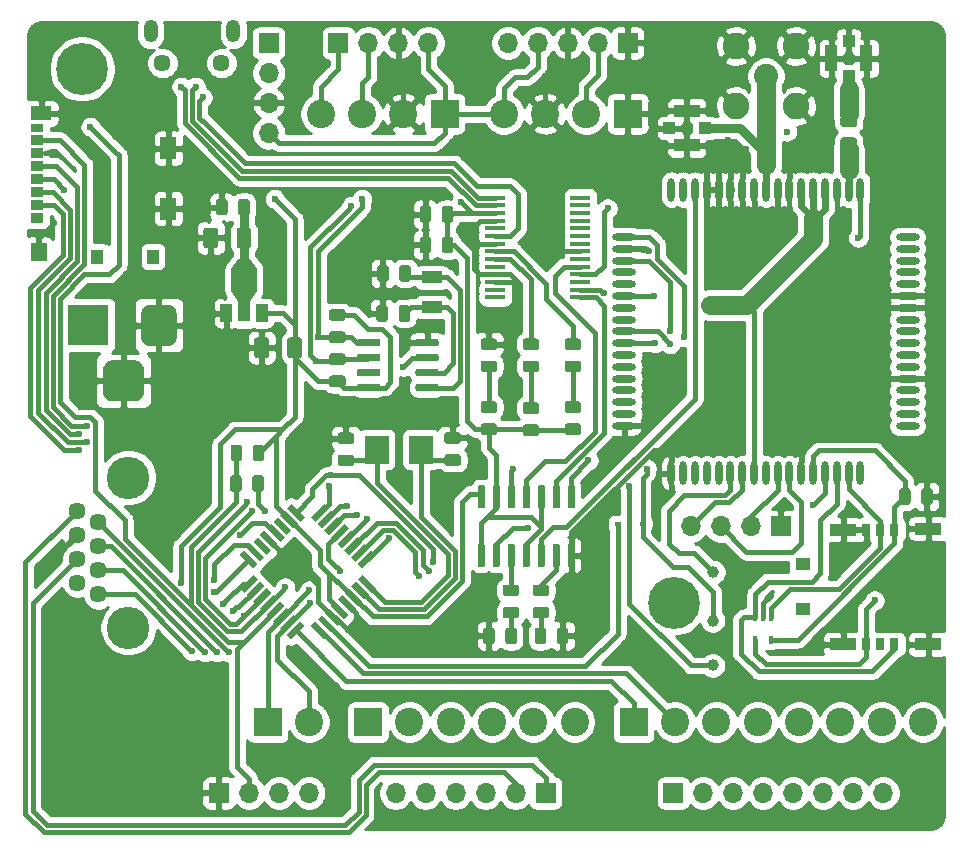
<source format=gtl>
G04 #@! TF.GenerationSoftware,KiCad,Pcbnew,(5.1.5)-3*
G04 #@! TF.CreationDate,2020-05-04T21:38:57+10:00*
G04 #@! TF.ProjectId,BoSL,426f534c-2e6b-4696-9361-645f70636258,0.4*
G04 #@! TF.SameCoordinates,Original*
G04 #@! TF.FileFunction,Copper,L1,Top*
G04 #@! TF.FilePolarity,Positive*
%FSLAX46Y46*%
G04 Gerber Fmt 4.6, Leading zero omitted, Abs format (unit mm)*
G04 Created by KiCad (PCBNEW (5.1.5)-3) date 2020-05-04 21:38:57*
%MOMM*%
%LPD*%
G04 APERTURE LIST*
%ADD10C,1.450000*%
%ADD11C,3.600000*%
%ADD12O,1.700000X1.700000*%
%ADD13R,1.700000X1.700000*%
%ADD14C,2.400000*%
%ADD15R,2.400000X2.400000*%
%ADD16R,1.000000X1.000000*%
%ADD17R,2.200000X1.050000*%
%ADD18R,2.000000X2.400000*%
%ADD19R,1.750000X0.450000*%
%ADD20C,0.100000*%
%ADD21R,0.400000X0.650000*%
%ADD22R,2.200000X1.840000*%
%ADD23R,1.000000X1.500000*%
%ADD24R,1.000000X1.800000*%
%ADD25C,1.000000*%
%ADD26C,4.400000*%
%ADD27R,0.600000X0.450000*%
%ADD28R,1.050000X2.200000*%
%ADD29C,2.250000*%
%ADD30C,2.050000*%
%ADD31O,1.200000X1.900000*%
%ADD32R,3.500000X3.500000*%
%ADD33R,1.800000X1.000000*%
%ADD34R,1.350000X1.900000*%
%ADD35R,1.000000X1.200000*%
%ADD36R,1.350000X1.550000*%
%ADD37R,1.800000X1.170000*%
%ADD38R,1.100000X0.750000*%
%ADD39R,1.100000X0.850000*%
%ADD40O,0.600000X2.000000*%
%ADD41O,2.000000X0.600000*%
%ADD42R,0.800000X1.000000*%
%ADD43R,2.300000X1.000000*%
%ADD44R,1.300000X1.100000*%
%ADD45C,0.600000*%
%ADD46C,0.400000*%
%ADD47C,0.600000*%
%ADD48C,0.800000*%
%ADD49C,1.600000*%
%ADD50C,0.254000*%
G04 APERTURE END LIST*
D10*
X118382000Y-111210000D03*
X118382000Y-109170000D03*
X118382000Y-107130000D03*
X118382000Y-105090000D03*
X120160000Y-112190000D03*
X120160000Y-106070000D03*
X120160000Y-110150000D03*
X120160000Y-108110000D03*
D11*
X122700000Y-102300000D03*
X122700000Y-115000000D03*
D12*
X186620000Y-129000000D03*
X184080000Y-129000000D03*
X181540000Y-129000000D03*
X179000000Y-129000000D03*
X176460000Y-129000000D03*
X173920000Y-129000000D03*
X171380000Y-129000000D03*
D13*
X168840000Y-129000000D03*
D12*
X145340000Y-129000000D03*
X147880000Y-129000000D03*
X150420000Y-129000000D03*
X152960000Y-129000000D03*
X155500000Y-129000000D03*
D13*
X158040000Y-129000000D03*
D12*
X138000000Y-129000000D03*
X135460000Y-129000000D03*
X132920000Y-129000000D03*
D13*
X130380000Y-129000000D03*
D12*
X148120000Y-65500000D03*
X145580000Y-65500000D03*
X143040000Y-65500000D03*
D13*
X140500000Y-65500000D03*
D12*
X134600000Y-73120000D03*
X134600000Y-70580000D03*
X134600000Y-68040000D03*
D13*
X134600000Y-65500000D03*
D14*
X154500000Y-71500000D03*
X158000000Y-71500000D03*
X161500000Y-71500000D03*
D15*
X165000000Y-71500000D03*
D12*
X154840000Y-65500000D03*
X157380000Y-65500000D03*
X159920000Y-65500000D03*
X162460000Y-65500000D03*
D13*
X165000000Y-65500000D03*
D14*
X190000000Y-123000000D03*
X186500000Y-123000000D03*
X183000000Y-123000000D03*
X179500000Y-123000000D03*
X176000000Y-123000000D03*
X172500000Y-123000000D03*
X169000000Y-123000000D03*
D15*
X165500000Y-123000000D03*
D14*
X138000000Y-123000000D03*
D15*
X134500000Y-123000000D03*
D14*
X139000000Y-71500000D03*
X142500000Y-71500000D03*
X146000000Y-71500000D03*
D15*
X149500000Y-71500000D03*
D14*
X160500000Y-123000000D03*
X157000000Y-123000000D03*
X153500000Y-123000000D03*
X150000000Y-123000000D03*
X146500000Y-123000000D03*
D15*
X143000000Y-123000000D03*
D16*
X171500000Y-72700000D03*
X168500000Y-72700000D03*
D17*
X170000000Y-71225000D03*
X170000000Y-74175000D03*
D18*
X147475000Y-99925000D03*
X143775000Y-99925000D03*
D19*
X153786000Y-87033000D03*
X153786000Y-86383000D03*
X153786000Y-85733000D03*
X153786000Y-85083000D03*
X153786000Y-84433000D03*
X153786000Y-83783000D03*
X153786000Y-83133000D03*
X153786000Y-82483000D03*
X153786000Y-81833000D03*
X153786000Y-81183000D03*
X153786000Y-80533000D03*
X153786000Y-79883000D03*
X153786000Y-79233000D03*
X153786000Y-78583000D03*
X160986000Y-78583000D03*
X160986000Y-79233000D03*
X160986000Y-79883000D03*
X160986000Y-80533000D03*
X160986000Y-81183000D03*
X160986000Y-81833000D03*
X160986000Y-82483000D03*
X160986000Y-83133000D03*
X160986000Y-83783000D03*
X160986000Y-84433000D03*
X160986000Y-85083000D03*
X160986000Y-85733000D03*
X160986000Y-86383000D03*
X160986000Y-87033000D03*
G04 #@! TA.AperFunction,SMDPad,CuDef*
D20*
G36*
X152754703Y-102950722D02*
G01*
X152769264Y-102952882D01*
X152783543Y-102956459D01*
X152797403Y-102961418D01*
X152810710Y-102967712D01*
X152823336Y-102975280D01*
X152835159Y-102984048D01*
X152846066Y-102993934D01*
X152855952Y-103004841D01*
X152864720Y-103016664D01*
X152872288Y-103029290D01*
X152878582Y-103042597D01*
X152883541Y-103056457D01*
X152887118Y-103070736D01*
X152889278Y-103085297D01*
X152890000Y-103100000D01*
X152890000Y-104750000D01*
X152889278Y-104764703D01*
X152887118Y-104779264D01*
X152883541Y-104793543D01*
X152878582Y-104807403D01*
X152872288Y-104820710D01*
X152864720Y-104833336D01*
X152855952Y-104845159D01*
X152846066Y-104856066D01*
X152835159Y-104865952D01*
X152823336Y-104874720D01*
X152810710Y-104882288D01*
X152797403Y-104888582D01*
X152783543Y-104893541D01*
X152769264Y-104897118D01*
X152754703Y-104899278D01*
X152740000Y-104900000D01*
X152440000Y-104900000D01*
X152425297Y-104899278D01*
X152410736Y-104897118D01*
X152396457Y-104893541D01*
X152382597Y-104888582D01*
X152369290Y-104882288D01*
X152356664Y-104874720D01*
X152344841Y-104865952D01*
X152333934Y-104856066D01*
X152324048Y-104845159D01*
X152315280Y-104833336D01*
X152307712Y-104820710D01*
X152301418Y-104807403D01*
X152296459Y-104793543D01*
X152292882Y-104779264D01*
X152290722Y-104764703D01*
X152290000Y-104750000D01*
X152290000Y-103100000D01*
X152290722Y-103085297D01*
X152292882Y-103070736D01*
X152296459Y-103056457D01*
X152301418Y-103042597D01*
X152307712Y-103029290D01*
X152315280Y-103016664D01*
X152324048Y-103004841D01*
X152333934Y-102993934D01*
X152344841Y-102984048D01*
X152356664Y-102975280D01*
X152369290Y-102967712D01*
X152382597Y-102961418D01*
X152396457Y-102956459D01*
X152410736Y-102952882D01*
X152425297Y-102950722D01*
X152440000Y-102950000D01*
X152740000Y-102950000D01*
X152754703Y-102950722D01*
G37*
G04 #@! TD.AperFunction*
G04 #@! TA.AperFunction,SMDPad,CuDef*
G36*
X154024703Y-102950722D02*
G01*
X154039264Y-102952882D01*
X154053543Y-102956459D01*
X154067403Y-102961418D01*
X154080710Y-102967712D01*
X154093336Y-102975280D01*
X154105159Y-102984048D01*
X154116066Y-102993934D01*
X154125952Y-103004841D01*
X154134720Y-103016664D01*
X154142288Y-103029290D01*
X154148582Y-103042597D01*
X154153541Y-103056457D01*
X154157118Y-103070736D01*
X154159278Y-103085297D01*
X154160000Y-103100000D01*
X154160000Y-104750000D01*
X154159278Y-104764703D01*
X154157118Y-104779264D01*
X154153541Y-104793543D01*
X154148582Y-104807403D01*
X154142288Y-104820710D01*
X154134720Y-104833336D01*
X154125952Y-104845159D01*
X154116066Y-104856066D01*
X154105159Y-104865952D01*
X154093336Y-104874720D01*
X154080710Y-104882288D01*
X154067403Y-104888582D01*
X154053543Y-104893541D01*
X154039264Y-104897118D01*
X154024703Y-104899278D01*
X154010000Y-104900000D01*
X153710000Y-104900000D01*
X153695297Y-104899278D01*
X153680736Y-104897118D01*
X153666457Y-104893541D01*
X153652597Y-104888582D01*
X153639290Y-104882288D01*
X153626664Y-104874720D01*
X153614841Y-104865952D01*
X153603934Y-104856066D01*
X153594048Y-104845159D01*
X153585280Y-104833336D01*
X153577712Y-104820710D01*
X153571418Y-104807403D01*
X153566459Y-104793543D01*
X153562882Y-104779264D01*
X153560722Y-104764703D01*
X153560000Y-104750000D01*
X153560000Y-103100000D01*
X153560722Y-103085297D01*
X153562882Y-103070736D01*
X153566459Y-103056457D01*
X153571418Y-103042597D01*
X153577712Y-103029290D01*
X153585280Y-103016664D01*
X153594048Y-103004841D01*
X153603934Y-102993934D01*
X153614841Y-102984048D01*
X153626664Y-102975280D01*
X153639290Y-102967712D01*
X153652597Y-102961418D01*
X153666457Y-102956459D01*
X153680736Y-102952882D01*
X153695297Y-102950722D01*
X153710000Y-102950000D01*
X154010000Y-102950000D01*
X154024703Y-102950722D01*
G37*
G04 #@! TD.AperFunction*
G04 #@! TA.AperFunction,SMDPad,CuDef*
G36*
X155294703Y-102950722D02*
G01*
X155309264Y-102952882D01*
X155323543Y-102956459D01*
X155337403Y-102961418D01*
X155350710Y-102967712D01*
X155363336Y-102975280D01*
X155375159Y-102984048D01*
X155386066Y-102993934D01*
X155395952Y-103004841D01*
X155404720Y-103016664D01*
X155412288Y-103029290D01*
X155418582Y-103042597D01*
X155423541Y-103056457D01*
X155427118Y-103070736D01*
X155429278Y-103085297D01*
X155430000Y-103100000D01*
X155430000Y-104750000D01*
X155429278Y-104764703D01*
X155427118Y-104779264D01*
X155423541Y-104793543D01*
X155418582Y-104807403D01*
X155412288Y-104820710D01*
X155404720Y-104833336D01*
X155395952Y-104845159D01*
X155386066Y-104856066D01*
X155375159Y-104865952D01*
X155363336Y-104874720D01*
X155350710Y-104882288D01*
X155337403Y-104888582D01*
X155323543Y-104893541D01*
X155309264Y-104897118D01*
X155294703Y-104899278D01*
X155280000Y-104900000D01*
X154980000Y-104900000D01*
X154965297Y-104899278D01*
X154950736Y-104897118D01*
X154936457Y-104893541D01*
X154922597Y-104888582D01*
X154909290Y-104882288D01*
X154896664Y-104874720D01*
X154884841Y-104865952D01*
X154873934Y-104856066D01*
X154864048Y-104845159D01*
X154855280Y-104833336D01*
X154847712Y-104820710D01*
X154841418Y-104807403D01*
X154836459Y-104793543D01*
X154832882Y-104779264D01*
X154830722Y-104764703D01*
X154830000Y-104750000D01*
X154830000Y-103100000D01*
X154830722Y-103085297D01*
X154832882Y-103070736D01*
X154836459Y-103056457D01*
X154841418Y-103042597D01*
X154847712Y-103029290D01*
X154855280Y-103016664D01*
X154864048Y-103004841D01*
X154873934Y-102993934D01*
X154884841Y-102984048D01*
X154896664Y-102975280D01*
X154909290Y-102967712D01*
X154922597Y-102961418D01*
X154936457Y-102956459D01*
X154950736Y-102952882D01*
X154965297Y-102950722D01*
X154980000Y-102950000D01*
X155280000Y-102950000D01*
X155294703Y-102950722D01*
G37*
G04 #@! TD.AperFunction*
G04 #@! TA.AperFunction,SMDPad,CuDef*
G36*
X156564703Y-102950722D02*
G01*
X156579264Y-102952882D01*
X156593543Y-102956459D01*
X156607403Y-102961418D01*
X156620710Y-102967712D01*
X156633336Y-102975280D01*
X156645159Y-102984048D01*
X156656066Y-102993934D01*
X156665952Y-103004841D01*
X156674720Y-103016664D01*
X156682288Y-103029290D01*
X156688582Y-103042597D01*
X156693541Y-103056457D01*
X156697118Y-103070736D01*
X156699278Y-103085297D01*
X156700000Y-103100000D01*
X156700000Y-104750000D01*
X156699278Y-104764703D01*
X156697118Y-104779264D01*
X156693541Y-104793543D01*
X156688582Y-104807403D01*
X156682288Y-104820710D01*
X156674720Y-104833336D01*
X156665952Y-104845159D01*
X156656066Y-104856066D01*
X156645159Y-104865952D01*
X156633336Y-104874720D01*
X156620710Y-104882288D01*
X156607403Y-104888582D01*
X156593543Y-104893541D01*
X156579264Y-104897118D01*
X156564703Y-104899278D01*
X156550000Y-104900000D01*
X156250000Y-104900000D01*
X156235297Y-104899278D01*
X156220736Y-104897118D01*
X156206457Y-104893541D01*
X156192597Y-104888582D01*
X156179290Y-104882288D01*
X156166664Y-104874720D01*
X156154841Y-104865952D01*
X156143934Y-104856066D01*
X156134048Y-104845159D01*
X156125280Y-104833336D01*
X156117712Y-104820710D01*
X156111418Y-104807403D01*
X156106459Y-104793543D01*
X156102882Y-104779264D01*
X156100722Y-104764703D01*
X156100000Y-104750000D01*
X156100000Y-103100000D01*
X156100722Y-103085297D01*
X156102882Y-103070736D01*
X156106459Y-103056457D01*
X156111418Y-103042597D01*
X156117712Y-103029290D01*
X156125280Y-103016664D01*
X156134048Y-103004841D01*
X156143934Y-102993934D01*
X156154841Y-102984048D01*
X156166664Y-102975280D01*
X156179290Y-102967712D01*
X156192597Y-102961418D01*
X156206457Y-102956459D01*
X156220736Y-102952882D01*
X156235297Y-102950722D01*
X156250000Y-102950000D01*
X156550000Y-102950000D01*
X156564703Y-102950722D01*
G37*
G04 #@! TD.AperFunction*
G04 #@! TA.AperFunction,SMDPad,CuDef*
G36*
X157834703Y-102950722D02*
G01*
X157849264Y-102952882D01*
X157863543Y-102956459D01*
X157877403Y-102961418D01*
X157890710Y-102967712D01*
X157903336Y-102975280D01*
X157915159Y-102984048D01*
X157926066Y-102993934D01*
X157935952Y-103004841D01*
X157944720Y-103016664D01*
X157952288Y-103029290D01*
X157958582Y-103042597D01*
X157963541Y-103056457D01*
X157967118Y-103070736D01*
X157969278Y-103085297D01*
X157970000Y-103100000D01*
X157970000Y-104750000D01*
X157969278Y-104764703D01*
X157967118Y-104779264D01*
X157963541Y-104793543D01*
X157958582Y-104807403D01*
X157952288Y-104820710D01*
X157944720Y-104833336D01*
X157935952Y-104845159D01*
X157926066Y-104856066D01*
X157915159Y-104865952D01*
X157903336Y-104874720D01*
X157890710Y-104882288D01*
X157877403Y-104888582D01*
X157863543Y-104893541D01*
X157849264Y-104897118D01*
X157834703Y-104899278D01*
X157820000Y-104900000D01*
X157520000Y-104900000D01*
X157505297Y-104899278D01*
X157490736Y-104897118D01*
X157476457Y-104893541D01*
X157462597Y-104888582D01*
X157449290Y-104882288D01*
X157436664Y-104874720D01*
X157424841Y-104865952D01*
X157413934Y-104856066D01*
X157404048Y-104845159D01*
X157395280Y-104833336D01*
X157387712Y-104820710D01*
X157381418Y-104807403D01*
X157376459Y-104793543D01*
X157372882Y-104779264D01*
X157370722Y-104764703D01*
X157370000Y-104750000D01*
X157370000Y-103100000D01*
X157370722Y-103085297D01*
X157372882Y-103070736D01*
X157376459Y-103056457D01*
X157381418Y-103042597D01*
X157387712Y-103029290D01*
X157395280Y-103016664D01*
X157404048Y-103004841D01*
X157413934Y-102993934D01*
X157424841Y-102984048D01*
X157436664Y-102975280D01*
X157449290Y-102967712D01*
X157462597Y-102961418D01*
X157476457Y-102956459D01*
X157490736Y-102952882D01*
X157505297Y-102950722D01*
X157520000Y-102950000D01*
X157820000Y-102950000D01*
X157834703Y-102950722D01*
G37*
G04 #@! TD.AperFunction*
G04 #@! TA.AperFunction,SMDPad,CuDef*
G36*
X159104703Y-102950722D02*
G01*
X159119264Y-102952882D01*
X159133543Y-102956459D01*
X159147403Y-102961418D01*
X159160710Y-102967712D01*
X159173336Y-102975280D01*
X159185159Y-102984048D01*
X159196066Y-102993934D01*
X159205952Y-103004841D01*
X159214720Y-103016664D01*
X159222288Y-103029290D01*
X159228582Y-103042597D01*
X159233541Y-103056457D01*
X159237118Y-103070736D01*
X159239278Y-103085297D01*
X159240000Y-103100000D01*
X159240000Y-104750000D01*
X159239278Y-104764703D01*
X159237118Y-104779264D01*
X159233541Y-104793543D01*
X159228582Y-104807403D01*
X159222288Y-104820710D01*
X159214720Y-104833336D01*
X159205952Y-104845159D01*
X159196066Y-104856066D01*
X159185159Y-104865952D01*
X159173336Y-104874720D01*
X159160710Y-104882288D01*
X159147403Y-104888582D01*
X159133543Y-104893541D01*
X159119264Y-104897118D01*
X159104703Y-104899278D01*
X159090000Y-104900000D01*
X158790000Y-104900000D01*
X158775297Y-104899278D01*
X158760736Y-104897118D01*
X158746457Y-104893541D01*
X158732597Y-104888582D01*
X158719290Y-104882288D01*
X158706664Y-104874720D01*
X158694841Y-104865952D01*
X158683934Y-104856066D01*
X158674048Y-104845159D01*
X158665280Y-104833336D01*
X158657712Y-104820710D01*
X158651418Y-104807403D01*
X158646459Y-104793543D01*
X158642882Y-104779264D01*
X158640722Y-104764703D01*
X158640000Y-104750000D01*
X158640000Y-103100000D01*
X158640722Y-103085297D01*
X158642882Y-103070736D01*
X158646459Y-103056457D01*
X158651418Y-103042597D01*
X158657712Y-103029290D01*
X158665280Y-103016664D01*
X158674048Y-103004841D01*
X158683934Y-102993934D01*
X158694841Y-102984048D01*
X158706664Y-102975280D01*
X158719290Y-102967712D01*
X158732597Y-102961418D01*
X158746457Y-102956459D01*
X158760736Y-102952882D01*
X158775297Y-102950722D01*
X158790000Y-102950000D01*
X159090000Y-102950000D01*
X159104703Y-102950722D01*
G37*
G04 #@! TD.AperFunction*
G04 #@! TA.AperFunction,SMDPad,CuDef*
G36*
X160374703Y-102950722D02*
G01*
X160389264Y-102952882D01*
X160403543Y-102956459D01*
X160417403Y-102961418D01*
X160430710Y-102967712D01*
X160443336Y-102975280D01*
X160455159Y-102984048D01*
X160466066Y-102993934D01*
X160475952Y-103004841D01*
X160484720Y-103016664D01*
X160492288Y-103029290D01*
X160498582Y-103042597D01*
X160503541Y-103056457D01*
X160507118Y-103070736D01*
X160509278Y-103085297D01*
X160510000Y-103100000D01*
X160510000Y-104750000D01*
X160509278Y-104764703D01*
X160507118Y-104779264D01*
X160503541Y-104793543D01*
X160498582Y-104807403D01*
X160492288Y-104820710D01*
X160484720Y-104833336D01*
X160475952Y-104845159D01*
X160466066Y-104856066D01*
X160455159Y-104865952D01*
X160443336Y-104874720D01*
X160430710Y-104882288D01*
X160417403Y-104888582D01*
X160403543Y-104893541D01*
X160389264Y-104897118D01*
X160374703Y-104899278D01*
X160360000Y-104900000D01*
X160060000Y-104900000D01*
X160045297Y-104899278D01*
X160030736Y-104897118D01*
X160016457Y-104893541D01*
X160002597Y-104888582D01*
X159989290Y-104882288D01*
X159976664Y-104874720D01*
X159964841Y-104865952D01*
X159953934Y-104856066D01*
X159944048Y-104845159D01*
X159935280Y-104833336D01*
X159927712Y-104820710D01*
X159921418Y-104807403D01*
X159916459Y-104793543D01*
X159912882Y-104779264D01*
X159910722Y-104764703D01*
X159910000Y-104750000D01*
X159910000Y-103100000D01*
X159910722Y-103085297D01*
X159912882Y-103070736D01*
X159916459Y-103056457D01*
X159921418Y-103042597D01*
X159927712Y-103029290D01*
X159935280Y-103016664D01*
X159944048Y-103004841D01*
X159953934Y-102993934D01*
X159964841Y-102984048D01*
X159976664Y-102975280D01*
X159989290Y-102967712D01*
X160002597Y-102961418D01*
X160016457Y-102956459D01*
X160030736Y-102952882D01*
X160045297Y-102950722D01*
X160060000Y-102950000D01*
X160360000Y-102950000D01*
X160374703Y-102950722D01*
G37*
G04 #@! TD.AperFunction*
G04 #@! TA.AperFunction,SMDPad,CuDef*
G36*
X160374703Y-107900722D02*
G01*
X160389264Y-107902882D01*
X160403543Y-107906459D01*
X160417403Y-107911418D01*
X160430710Y-107917712D01*
X160443336Y-107925280D01*
X160455159Y-107934048D01*
X160466066Y-107943934D01*
X160475952Y-107954841D01*
X160484720Y-107966664D01*
X160492288Y-107979290D01*
X160498582Y-107992597D01*
X160503541Y-108006457D01*
X160507118Y-108020736D01*
X160509278Y-108035297D01*
X160510000Y-108050000D01*
X160510000Y-109700000D01*
X160509278Y-109714703D01*
X160507118Y-109729264D01*
X160503541Y-109743543D01*
X160498582Y-109757403D01*
X160492288Y-109770710D01*
X160484720Y-109783336D01*
X160475952Y-109795159D01*
X160466066Y-109806066D01*
X160455159Y-109815952D01*
X160443336Y-109824720D01*
X160430710Y-109832288D01*
X160417403Y-109838582D01*
X160403543Y-109843541D01*
X160389264Y-109847118D01*
X160374703Y-109849278D01*
X160360000Y-109850000D01*
X160060000Y-109850000D01*
X160045297Y-109849278D01*
X160030736Y-109847118D01*
X160016457Y-109843541D01*
X160002597Y-109838582D01*
X159989290Y-109832288D01*
X159976664Y-109824720D01*
X159964841Y-109815952D01*
X159953934Y-109806066D01*
X159944048Y-109795159D01*
X159935280Y-109783336D01*
X159927712Y-109770710D01*
X159921418Y-109757403D01*
X159916459Y-109743543D01*
X159912882Y-109729264D01*
X159910722Y-109714703D01*
X159910000Y-109700000D01*
X159910000Y-108050000D01*
X159910722Y-108035297D01*
X159912882Y-108020736D01*
X159916459Y-108006457D01*
X159921418Y-107992597D01*
X159927712Y-107979290D01*
X159935280Y-107966664D01*
X159944048Y-107954841D01*
X159953934Y-107943934D01*
X159964841Y-107934048D01*
X159976664Y-107925280D01*
X159989290Y-107917712D01*
X160002597Y-107911418D01*
X160016457Y-107906459D01*
X160030736Y-107902882D01*
X160045297Y-107900722D01*
X160060000Y-107900000D01*
X160360000Y-107900000D01*
X160374703Y-107900722D01*
G37*
G04 #@! TD.AperFunction*
G04 #@! TA.AperFunction,SMDPad,CuDef*
G36*
X159104703Y-107900722D02*
G01*
X159119264Y-107902882D01*
X159133543Y-107906459D01*
X159147403Y-107911418D01*
X159160710Y-107917712D01*
X159173336Y-107925280D01*
X159185159Y-107934048D01*
X159196066Y-107943934D01*
X159205952Y-107954841D01*
X159214720Y-107966664D01*
X159222288Y-107979290D01*
X159228582Y-107992597D01*
X159233541Y-108006457D01*
X159237118Y-108020736D01*
X159239278Y-108035297D01*
X159240000Y-108050000D01*
X159240000Y-109700000D01*
X159239278Y-109714703D01*
X159237118Y-109729264D01*
X159233541Y-109743543D01*
X159228582Y-109757403D01*
X159222288Y-109770710D01*
X159214720Y-109783336D01*
X159205952Y-109795159D01*
X159196066Y-109806066D01*
X159185159Y-109815952D01*
X159173336Y-109824720D01*
X159160710Y-109832288D01*
X159147403Y-109838582D01*
X159133543Y-109843541D01*
X159119264Y-109847118D01*
X159104703Y-109849278D01*
X159090000Y-109850000D01*
X158790000Y-109850000D01*
X158775297Y-109849278D01*
X158760736Y-109847118D01*
X158746457Y-109843541D01*
X158732597Y-109838582D01*
X158719290Y-109832288D01*
X158706664Y-109824720D01*
X158694841Y-109815952D01*
X158683934Y-109806066D01*
X158674048Y-109795159D01*
X158665280Y-109783336D01*
X158657712Y-109770710D01*
X158651418Y-109757403D01*
X158646459Y-109743543D01*
X158642882Y-109729264D01*
X158640722Y-109714703D01*
X158640000Y-109700000D01*
X158640000Y-108050000D01*
X158640722Y-108035297D01*
X158642882Y-108020736D01*
X158646459Y-108006457D01*
X158651418Y-107992597D01*
X158657712Y-107979290D01*
X158665280Y-107966664D01*
X158674048Y-107954841D01*
X158683934Y-107943934D01*
X158694841Y-107934048D01*
X158706664Y-107925280D01*
X158719290Y-107917712D01*
X158732597Y-107911418D01*
X158746457Y-107906459D01*
X158760736Y-107902882D01*
X158775297Y-107900722D01*
X158790000Y-107900000D01*
X159090000Y-107900000D01*
X159104703Y-107900722D01*
G37*
G04 #@! TD.AperFunction*
G04 #@! TA.AperFunction,SMDPad,CuDef*
G36*
X157834703Y-107900722D02*
G01*
X157849264Y-107902882D01*
X157863543Y-107906459D01*
X157877403Y-107911418D01*
X157890710Y-107917712D01*
X157903336Y-107925280D01*
X157915159Y-107934048D01*
X157926066Y-107943934D01*
X157935952Y-107954841D01*
X157944720Y-107966664D01*
X157952288Y-107979290D01*
X157958582Y-107992597D01*
X157963541Y-108006457D01*
X157967118Y-108020736D01*
X157969278Y-108035297D01*
X157970000Y-108050000D01*
X157970000Y-109700000D01*
X157969278Y-109714703D01*
X157967118Y-109729264D01*
X157963541Y-109743543D01*
X157958582Y-109757403D01*
X157952288Y-109770710D01*
X157944720Y-109783336D01*
X157935952Y-109795159D01*
X157926066Y-109806066D01*
X157915159Y-109815952D01*
X157903336Y-109824720D01*
X157890710Y-109832288D01*
X157877403Y-109838582D01*
X157863543Y-109843541D01*
X157849264Y-109847118D01*
X157834703Y-109849278D01*
X157820000Y-109850000D01*
X157520000Y-109850000D01*
X157505297Y-109849278D01*
X157490736Y-109847118D01*
X157476457Y-109843541D01*
X157462597Y-109838582D01*
X157449290Y-109832288D01*
X157436664Y-109824720D01*
X157424841Y-109815952D01*
X157413934Y-109806066D01*
X157404048Y-109795159D01*
X157395280Y-109783336D01*
X157387712Y-109770710D01*
X157381418Y-109757403D01*
X157376459Y-109743543D01*
X157372882Y-109729264D01*
X157370722Y-109714703D01*
X157370000Y-109700000D01*
X157370000Y-108050000D01*
X157370722Y-108035297D01*
X157372882Y-108020736D01*
X157376459Y-108006457D01*
X157381418Y-107992597D01*
X157387712Y-107979290D01*
X157395280Y-107966664D01*
X157404048Y-107954841D01*
X157413934Y-107943934D01*
X157424841Y-107934048D01*
X157436664Y-107925280D01*
X157449290Y-107917712D01*
X157462597Y-107911418D01*
X157476457Y-107906459D01*
X157490736Y-107902882D01*
X157505297Y-107900722D01*
X157520000Y-107900000D01*
X157820000Y-107900000D01*
X157834703Y-107900722D01*
G37*
G04 #@! TD.AperFunction*
G04 #@! TA.AperFunction,SMDPad,CuDef*
G36*
X156564703Y-107900722D02*
G01*
X156579264Y-107902882D01*
X156593543Y-107906459D01*
X156607403Y-107911418D01*
X156620710Y-107917712D01*
X156633336Y-107925280D01*
X156645159Y-107934048D01*
X156656066Y-107943934D01*
X156665952Y-107954841D01*
X156674720Y-107966664D01*
X156682288Y-107979290D01*
X156688582Y-107992597D01*
X156693541Y-108006457D01*
X156697118Y-108020736D01*
X156699278Y-108035297D01*
X156700000Y-108050000D01*
X156700000Y-109700000D01*
X156699278Y-109714703D01*
X156697118Y-109729264D01*
X156693541Y-109743543D01*
X156688582Y-109757403D01*
X156682288Y-109770710D01*
X156674720Y-109783336D01*
X156665952Y-109795159D01*
X156656066Y-109806066D01*
X156645159Y-109815952D01*
X156633336Y-109824720D01*
X156620710Y-109832288D01*
X156607403Y-109838582D01*
X156593543Y-109843541D01*
X156579264Y-109847118D01*
X156564703Y-109849278D01*
X156550000Y-109850000D01*
X156250000Y-109850000D01*
X156235297Y-109849278D01*
X156220736Y-109847118D01*
X156206457Y-109843541D01*
X156192597Y-109838582D01*
X156179290Y-109832288D01*
X156166664Y-109824720D01*
X156154841Y-109815952D01*
X156143934Y-109806066D01*
X156134048Y-109795159D01*
X156125280Y-109783336D01*
X156117712Y-109770710D01*
X156111418Y-109757403D01*
X156106459Y-109743543D01*
X156102882Y-109729264D01*
X156100722Y-109714703D01*
X156100000Y-109700000D01*
X156100000Y-108050000D01*
X156100722Y-108035297D01*
X156102882Y-108020736D01*
X156106459Y-108006457D01*
X156111418Y-107992597D01*
X156117712Y-107979290D01*
X156125280Y-107966664D01*
X156134048Y-107954841D01*
X156143934Y-107943934D01*
X156154841Y-107934048D01*
X156166664Y-107925280D01*
X156179290Y-107917712D01*
X156192597Y-107911418D01*
X156206457Y-107906459D01*
X156220736Y-107902882D01*
X156235297Y-107900722D01*
X156250000Y-107900000D01*
X156550000Y-107900000D01*
X156564703Y-107900722D01*
G37*
G04 #@! TD.AperFunction*
G04 #@! TA.AperFunction,SMDPad,CuDef*
G36*
X155294703Y-107900722D02*
G01*
X155309264Y-107902882D01*
X155323543Y-107906459D01*
X155337403Y-107911418D01*
X155350710Y-107917712D01*
X155363336Y-107925280D01*
X155375159Y-107934048D01*
X155386066Y-107943934D01*
X155395952Y-107954841D01*
X155404720Y-107966664D01*
X155412288Y-107979290D01*
X155418582Y-107992597D01*
X155423541Y-108006457D01*
X155427118Y-108020736D01*
X155429278Y-108035297D01*
X155430000Y-108050000D01*
X155430000Y-109700000D01*
X155429278Y-109714703D01*
X155427118Y-109729264D01*
X155423541Y-109743543D01*
X155418582Y-109757403D01*
X155412288Y-109770710D01*
X155404720Y-109783336D01*
X155395952Y-109795159D01*
X155386066Y-109806066D01*
X155375159Y-109815952D01*
X155363336Y-109824720D01*
X155350710Y-109832288D01*
X155337403Y-109838582D01*
X155323543Y-109843541D01*
X155309264Y-109847118D01*
X155294703Y-109849278D01*
X155280000Y-109850000D01*
X154980000Y-109850000D01*
X154965297Y-109849278D01*
X154950736Y-109847118D01*
X154936457Y-109843541D01*
X154922597Y-109838582D01*
X154909290Y-109832288D01*
X154896664Y-109824720D01*
X154884841Y-109815952D01*
X154873934Y-109806066D01*
X154864048Y-109795159D01*
X154855280Y-109783336D01*
X154847712Y-109770710D01*
X154841418Y-109757403D01*
X154836459Y-109743543D01*
X154832882Y-109729264D01*
X154830722Y-109714703D01*
X154830000Y-109700000D01*
X154830000Y-108050000D01*
X154830722Y-108035297D01*
X154832882Y-108020736D01*
X154836459Y-108006457D01*
X154841418Y-107992597D01*
X154847712Y-107979290D01*
X154855280Y-107966664D01*
X154864048Y-107954841D01*
X154873934Y-107943934D01*
X154884841Y-107934048D01*
X154896664Y-107925280D01*
X154909290Y-107917712D01*
X154922597Y-107911418D01*
X154936457Y-107906459D01*
X154950736Y-107902882D01*
X154965297Y-107900722D01*
X154980000Y-107900000D01*
X155280000Y-107900000D01*
X155294703Y-107900722D01*
G37*
G04 #@! TD.AperFunction*
G04 #@! TA.AperFunction,SMDPad,CuDef*
G36*
X154024703Y-107900722D02*
G01*
X154039264Y-107902882D01*
X154053543Y-107906459D01*
X154067403Y-107911418D01*
X154080710Y-107917712D01*
X154093336Y-107925280D01*
X154105159Y-107934048D01*
X154116066Y-107943934D01*
X154125952Y-107954841D01*
X154134720Y-107966664D01*
X154142288Y-107979290D01*
X154148582Y-107992597D01*
X154153541Y-108006457D01*
X154157118Y-108020736D01*
X154159278Y-108035297D01*
X154160000Y-108050000D01*
X154160000Y-109700000D01*
X154159278Y-109714703D01*
X154157118Y-109729264D01*
X154153541Y-109743543D01*
X154148582Y-109757403D01*
X154142288Y-109770710D01*
X154134720Y-109783336D01*
X154125952Y-109795159D01*
X154116066Y-109806066D01*
X154105159Y-109815952D01*
X154093336Y-109824720D01*
X154080710Y-109832288D01*
X154067403Y-109838582D01*
X154053543Y-109843541D01*
X154039264Y-109847118D01*
X154024703Y-109849278D01*
X154010000Y-109850000D01*
X153710000Y-109850000D01*
X153695297Y-109849278D01*
X153680736Y-109847118D01*
X153666457Y-109843541D01*
X153652597Y-109838582D01*
X153639290Y-109832288D01*
X153626664Y-109824720D01*
X153614841Y-109815952D01*
X153603934Y-109806066D01*
X153594048Y-109795159D01*
X153585280Y-109783336D01*
X153577712Y-109770710D01*
X153571418Y-109757403D01*
X153566459Y-109743543D01*
X153562882Y-109729264D01*
X153560722Y-109714703D01*
X153560000Y-109700000D01*
X153560000Y-108050000D01*
X153560722Y-108035297D01*
X153562882Y-108020736D01*
X153566459Y-108006457D01*
X153571418Y-107992597D01*
X153577712Y-107979290D01*
X153585280Y-107966664D01*
X153594048Y-107954841D01*
X153603934Y-107943934D01*
X153614841Y-107934048D01*
X153626664Y-107925280D01*
X153639290Y-107917712D01*
X153652597Y-107911418D01*
X153666457Y-107906459D01*
X153680736Y-107902882D01*
X153695297Y-107900722D01*
X153710000Y-107900000D01*
X154010000Y-107900000D01*
X154024703Y-107900722D01*
G37*
G04 #@! TD.AperFunction*
G04 #@! TA.AperFunction,SMDPad,CuDef*
G36*
X152754703Y-107900722D02*
G01*
X152769264Y-107902882D01*
X152783543Y-107906459D01*
X152797403Y-107911418D01*
X152810710Y-107917712D01*
X152823336Y-107925280D01*
X152835159Y-107934048D01*
X152846066Y-107943934D01*
X152855952Y-107954841D01*
X152864720Y-107966664D01*
X152872288Y-107979290D01*
X152878582Y-107992597D01*
X152883541Y-108006457D01*
X152887118Y-108020736D01*
X152889278Y-108035297D01*
X152890000Y-108050000D01*
X152890000Y-109700000D01*
X152889278Y-109714703D01*
X152887118Y-109729264D01*
X152883541Y-109743543D01*
X152878582Y-109757403D01*
X152872288Y-109770710D01*
X152864720Y-109783336D01*
X152855952Y-109795159D01*
X152846066Y-109806066D01*
X152835159Y-109815952D01*
X152823336Y-109824720D01*
X152810710Y-109832288D01*
X152797403Y-109838582D01*
X152783543Y-109843541D01*
X152769264Y-109847118D01*
X152754703Y-109849278D01*
X152740000Y-109850000D01*
X152440000Y-109850000D01*
X152425297Y-109849278D01*
X152410736Y-109847118D01*
X152396457Y-109843541D01*
X152382597Y-109838582D01*
X152369290Y-109832288D01*
X152356664Y-109824720D01*
X152344841Y-109815952D01*
X152333934Y-109806066D01*
X152324048Y-109795159D01*
X152315280Y-109783336D01*
X152307712Y-109770710D01*
X152301418Y-109757403D01*
X152296459Y-109743543D01*
X152292882Y-109729264D01*
X152290722Y-109714703D01*
X152290000Y-109700000D01*
X152290000Y-108050000D01*
X152290722Y-108035297D01*
X152292882Y-108020736D01*
X152296459Y-108006457D01*
X152301418Y-107992597D01*
X152307712Y-107979290D01*
X152315280Y-107966664D01*
X152324048Y-107954841D01*
X152333934Y-107943934D01*
X152344841Y-107934048D01*
X152356664Y-107925280D01*
X152369290Y-107917712D01*
X152382597Y-107911418D01*
X152396457Y-107906459D01*
X152410736Y-107902882D01*
X152425297Y-107900722D01*
X152440000Y-107900000D01*
X152740000Y-107900000D01*
X152754703Y-107900722D01*
G37*
G04 #@! TD.AperFunction*
D21*
X177100000Y-116020000D03*
X175800000Y-116020000D03*
X176450000Y-114120000D03*
X175800000Y-114120000D03*
X177100000Y-114120000D03*
G04 #@! TA.AperFunction,SMDPad,CuDef*
D20*
G36*
X133600000Y-86476200D02*
G01*
X132900000Y-87476200D01*
X132100000Y-87476200D01*
X131400000Y-86476200D01*
X133600000Y-86476200D01*
G37*
G04 #@! TD.AperFunction*
D22*
X132500000Y-85566500D03*
D23*
X134000000Y-88380000D03*
D24*
X132500000Y-88233500D03*
D23*
X131000000Y-88380000D03*
G04 #@! TA.AperFunction,SMDPad,CuDef*
D20*
G36*
X131400000Y-84658000D02*
G01*
X132000000Y-83808000D01*
X133000000Y-83808000D01*
X133600000Y-84658000D01*
X131400000Y-84658000D01*
G37*
G04 #@! TD.AperFunction*
D25*
X172226000Y-110294000D03*
X172200000Y-118200000D03*
X172200000Y-114400000D03*
D12*
X170340000Y-106430000D03*
X172880000Y-106430000D03*
X175420000Y-106430000D03*
D13*
X177960000Y-106430000D03*
D26*
X168900000Y-112900000D03*
X118800000Y-67700000D03*
D27*
X166250000Y-106200000D03*
X164150000Y-106200000D03*
D16*
X183700000Y-68300000D03*
X183700000Y-65300000D03*
D28*
X185175000Y-66800000D03*
X182225000Y-66800000D03*
D29*
X179240000Y-70840000D03*
X179240000Y-65760000D03*
X174160000Y-65760000D03*
X174160000Y-70840000D03*
D30*
X176700000Y-68300000D03*
D31*
X131600000Y-64500000D03*
X124600000Y-64500000D03*
D10*
X130600000Y-67200000D03*
X125600000Y-67200000D03*
G04 #@! TA.AperFunction,ComponentPad*
D20*
G36*
X123260765Y-92354213D02*
G01*
X123345704Y-92366813D01*
X123428999Y-92387677D01*
X123509848Y-92416605D01*
X123587472Y-92453319D01*
X123661124Y-92497464D01*
X123730094Y-92548616D01*
X123793718Y-92606282D01*
X123851384Y-92669906D01*
X123902536Y-92738876D01*
X123946681Y-92812528D01*
X123983395Y-92890152D01*
X124012323Y-92971001D01*
X124033187Y-93054296D01*
X124045787Y-93139235D01*
X124050000Y-93225000D01*
X124050000Y-94975000D01*
X124045787Y-95060765D01*
X124033187Y-95145704D01*
X124012323Y-95228999D01*
X123983395Y-95309848D01*
X123946681Y-95387472D01*
X123902536Y-95461124D01*
X123851384Y-95530094D01*
X123793718Y-95593718D01*
X123730094Y-95651384D01*
X123661124Y-95702536D01*
X123587472Y-95746681D01*
X123509848Y-95783395D01*
X123428999Y-95812323D01*
X123345704Y-95833187D01*
X123260765Y-95845787D01*
X123175000Y-95850000D01*
X121425000Y-95850000D01*
X121339235Y-95845787D01*
X121254296Y-95833187D01*
X121171001Y-95812323D01*
X121090152Y-95783395D01*
X121012528Y-95746681D01*
X120938876Y-95702536D01*
X120869906Y-95651384D01*
X120806282Y-95593718D01*
X120748616Y-95530094D01*
X120697464Y-95461124D01*
X120653319Y-95387472D01*
X120616605Y-95309848D01*
X120587677Y-95228999D01*
X120566813Y-95145704D01*
X120554213Y-95060765D01*
X120550000Y-94975000D01*
X120550000Y-93225000D01*
X120554213Y-93139235D01*
X120566813Y-93054296D01*
X120587677Y-92971001D01*
X120616605Y-92890152D01*
X120653319Y-92812528D01*
X120697464Y-92738876D01*
X120748616Y-92669906D01*
X120806282Y-92606282D01*
X120869906Y-92548616D01*
X120938876Y-92497464D01*
X121012528Y-92453319D01*
X121090152Y-92416605D01*
X121171001Y-92387677D01*
X121254296Y-92366813D01*
X121339235Y-92354213D01*
X121425000Y-92350000D01*
X123175000Y-92350000D01*
X123260765Y-92354213D01*
G37*
G04 #@! TD.AperFunction*
G04 #@! TA.AperFunction,ComponentPad*
G36*
X126123513Y-87653611D02*
G01*
X126196318Y-87664411D01*
X126267714Y-87682295D01*
X126337013Y-87707090D01*
X126403548Y-87738559D01*
X126466678Y-87776398D01*
X126525795Y-87820242D01*
X126580330Y-87869670D01*
X126629758Y-87924205D01*
X126673602Y-87983322D01*
X126711441Y-88046452D01*
X126742910Y-88112987D01*
X126767705Y-88182286D01*
X126785589Y-88253682D01*
X126796389Y-88326487D01*
X126800000Y-88400000D01*
X126800000Y-90400000D01*
X126796389Y-90473513D01*
X126785589Y-90546318D01*
X126767705Y-90617714D01*
X126742910Y-90687013D01*
X126711441Y-90753548D01*
X126673602Y-90816678D01*
X126629758Y-90875795D01*
X126580330Y-90930330D01*
X126525795Y-90979758D01*
X126466678Y-91023602D01*
X126403548Y-91061441D01*
X126337013Y-91092910D01*
X126267714Y-91117705D01*
X126196318Y-91135589D01*
X126123513Y-91146389D01*
X126050000Y-91150000D01*
X124550000Y-91150000D01*
X124476487Y-91146389D01*
X124403682Y-91135589D01*
X124332286Y-91117705D01*
X124262987Y-91092910D01*
X124196452Y-91061441D01*
X124133322Y-91023602D01*
X124074205Y-90979758D01*
X124019670Y-90930330D01*
X123970242Y-90875795D01*
X123926398Y-90816678D01*
X123888559Y-90753548D01*
X123857090Y-90687013D01*
X123832295Y-90617714D01*
X123814411Y-90546318D01*
X123803611Y-90473513D01*
X123800000Y-90400000D01*
X123800000Y-88400000D01*
X123803611Y-88326487D01*
X123814411Y-88253682D01*
X123832295Y-88182286D01*
X123857090Y-88112987D01*
X123888559Y-88046452D01*
X123926398Y-87983322D01*
X123970242Y-87924205D01*
X124019670Y-87869670D01*
X124074205Y-87820242D01*
X124133322Y-87776398D01*
X124196452Y-87738559D01*
X124262987Y-87707090D01*
X124332286Y-87682295D01*
X124403682Y-87664411D01*
X124476487Y-87653611D01*
X124550000Y-87650000D01*
X126050000Y-87650000D01*
X126123513Y-87653611D01*
G37*
G04 #@! TD.AperFunction*
D32*
X119300000Y-89400000D03*
G04 #@! TA.AperFunction,SMDPad,CuDef*
D20*
G36*
X148130142Y-81901174D02*
G01*
X148153803Y-81904684D01*
X148177007Y-81910496D01*
X148199529Y-81918554D01*
X148221153Y-81928782D01*
X148241670Y-81941079D01*
X148260883Y-81955329D01*
X148278607Y-81971393D01*
X148294671Y-81989117D01*
X148308921Y-82008330D01*
X148321218Y-82028847D01*
X148331446Y-82050471D01*
X148339504Y-82072993D01*
X148345316Y-82096197D01*
X148348826Y-82119858D01*
X148350000Y-82143750D01*
X148350000Y-83056250D01*
X148348826Y-83080142D01*
X148345316Y-83103803D01*
X148339504Y-83127007D01*
X148331446Y-83149529D01*
X148321218Y-83171153D01*
X148308921Y-83191670D01*
X148294671Y-83210883D01*
X148278607Y-83228607D01*
X148260883Y-83244671D01*
X148241670Y-83258921D01*
X148221153Y-83271218D01*
X148199529Y-83281446D01*
X148177007Y-83289504D01*
X148153803Y-83295316D01*
X148130142Y-83298826D01*
X148106250Y-83300000D01*
X147618750Y-83300000D01*
X147594858Y-83298826D01*
X147571197Y-83295316D01*
X147547993Y-83289504D01*
X147525471Y-83281446D01*
X147503847Y-83271218D01*
X147483330Y-83258921D01*
X147464117Y-83244671D01*
X147446393Y-83228607D01*
X147430329Y-83210883D01*
X147416079Y-83191670D01*
X147403782Y-83171153D01*
X147393554Y-83149529D01*
X147385496Y-83127007D01*
X147379684Y-83103803D01*
X147376174Y-83080142D01*
X147375000Y-83056250D01*
X147375000Y-82143750D01*
X147376174Y-82119858D01*
X147379684Y-82096197D01*
X147385496Y-82072993D01*
X147393554Y-82050471D01*
X147403782Y-82028847D01*
X147416079Y-82008330D01*
X147430329Y-81989117D01*
X147446393Y-81971393D01*
X147464117Y-81955329D01*
X147483330Y-81941079D01*
X147503847Y-81928782D01*
X147525471Y-81918554D01*
X147547993Y-81910496D01*
X147571197Y-81904684D01*
X147594858Y-81901174D01*
X147618750Y-81900000D01*
X148106250Y-81900000D01*
X148130142Y-81901174D01*
G37*
G04 #@! TD.AperFunction*
G04 #@! TA.AperFunction,SMDPad,CuDef*
G36*
X150005142Y-81901174D02*
G01*
X150028803Y-81904684D01*
X150052007Y-81910496D01*
X150074529Y-81918554D01*
X150096153Y-81928782D01*
X150116670Y-81941079D01*
X150135883Y-81955329D01*
X150153607Y-81971393D01*
X150169671Y-81989117D01*
X150183921Y-82008330D01*
X150196218Y-82028847D01*
X150206446Y-82050471D01*
X150214504Y-82072993D01*
X150220316Y-82096197D01*
X150223826Y-82119858D01*
X150225000Y-82143750D01*
X150225000Y-83056250D01*
X150223826Y-83080142D01*
X150220316Y-83103803D01*
X150214504Y-83127007D01*
X150206446Y-83149529D01*
X150196218Y-83171153D01*
X150183921Y-83191670D01*
X150169671Y-83210883D01*
X150153607Y-83228607D01*
X150135883Y-83244671D01*
X150116670Y-83258921D01*
X150096153Y-83271218D01*
X150074529Y-83281446D01*
X150052007Y-83289504D01*
X150028803Y-83295316D01*
X150005142Y-83298826D01*
X149981250Y-83300000D01*
X149493750Y-83300000D01*
X149469858Y-83298826D01*
X149446197Y-83295316D01*
X149422993Y-83289504D01*
X149400471Y-83281446D01*
X149378847Y-83271218D01*
X149358330Y-83258921D01*
X149339117Y-83244671D01*
X149321393Y-83228607D01*
X149305329Y-83210883D01*
X149291079Y-83191670D01*
X149278782Y-83171153D01*
X149268554Y-83149529D01*
X149260496Y-83127007D01*
X149254684Y-83103803D01*
X149251174Y-83080142D01*
X149250000Y-83056250D01*
X149250000Y-82143750D01*
X149251174Y-82119858D01*
X149254684Y-82096197D01*
X149260496Y-82072993D01*
X149268554Y-82050471D01*
X149278782Y-82028847D01*
X149291079Y-82008330D01*
X149305329Y-81989117D01*
X149321393Y-81971393D01*
X149339117Y-81955329D01*
X149358330Y-81941079D01*
X149378847Y-81928782D01*
X149400471Y-81918554D01*
X149422993Y-81910496D01*
X149446197Y-81904684D01*
X149469858Y-81901174D01*
X149493750Y-81900000D01*
X149981250Y-81900000D01*
X150005142Y-81901174D01*
G37*
G04 #@! TD.AperFunction*
G04 #@! TA.AperFunction,SMDPad,CuDef*
G36*
X160822142Y-90516174D02*
G01*
X160845803Y-90519684D01*
X160869007Y-90525496D01*
X160891529Y-90533554D01*
X160913153Y-90543782D01*
X160933670Y-90556079D01*
X160952883Y-90570329D01*
X160970607Y-90586393D01*
X160986671Y-90604117D01*
X161000921Y-90623330D01*
X161013218Y-90643847D01*
X161023446Y-90665471D01*
X161031504Y-90687993D01*
X161037316Y-90711197D01*
X161040826Y-90734858D01*
X161042000Y-90758750D01*
X161042000Y-91246250D01*
X161040826Y-91270142D01*
X161037316Y-91293803D01*
X161031504Y-91317007D01*
X161023446Y-91339529D01*
X161013218Y-91361153D01*
X161000921Y-91381670D01*
X160986671Y-91400883D01*
X160970607Y-91418607D01*
X160952883Y-91434671D01*
X160933670Y-91448921D01*
X160913153Y-91461218D01*
X160891529Y-91471446D01*
X160869007Y-91479504D01*
X160845803Y-91485316D01*
X160822142Y-91488826D01*
X160798250Y-91490000D01*
X159885750Y-91490000D01*
X159861858Y-91488826D01*
X159838197Y-91485316D01*
X159814993Y-91479504D01*
X159792471Y-91471446D01*
X159770847Y-91461218D01*
X159750330Y-91448921D01*
X159731117Y-91434671D01*
X159713393Y-91418607D01*
X159697329Y-91400883D01*
X159683079Y-91381670D01*
X159670782Y-91361153D01*
X159660554Y-91339529D01*
X159652496Y-91317007D01*
X159646684Y-91293803D01*
X159643174Y-91270142D01*
X159642000Y-91246250D01*
X159642000Y-90758750D01*
X159643174Y-90734858D01*
X159646684Y-90711197D01*
X159652496Y-90687993D01*
X159660554Y-90665471D01*
X159670782Y-90643847D01*
X159683079Y-90623330D01*
X159697329Y-90604117D01*
X159713393Y-90586393D01*
X159731117Y-90570329D01*
X159750330Y-90556079D01*
X159770847Y-90543782D01*
X159792471Y-90533554D01*
X159814993Y-90525496D01*
X159838197Y-90519684D01*
X159861858Y-90516174D01*
X159885750Y-90515000D01*
X160798250Y-90515000D01*
X160822142Y-90516174D01*
G37*
G04 #@! TD.AperFunction*
G04 #@! TA.AperFunction,SMDPad,CuDef*
G36*
X160822142Y-92391174D02*
G01*
X160845803Y-92394684D01*
X160869007Y-92400496D01*
X160891529Y-92408554D01*
X160913153Y-92418782D01*
X160933670Y-92431079D01*
X160952883Y-92445329D01*
X160970607Y-92461393D01*
X160986671Y-92479117D01*
X161000921Y-92498330D01*
X161013218Y-92518847D01*
X161023446Y-92540471D01*
X161031504Y-92562993D01*
X161037316Y-92586197D01*
X161040826Y-92609858D01*
X161042000Y-92633750D01*
X161042000Y-93121250D01*
X161040826Y-93145142D01*
X161037316Y-93168803D01*
X161031504Y-93192007D01*
X161023446Y-93214529D01*
X161013218Y-93236153D01*
X161000921Y-93256670D01*
X160986671Y-93275883D01*
X160970607Y-93293607D01*
X160952883Y-93309671D01*
X160933670Y-93323921D01*
X160913153Y-93336218D01*
X160891529Y-93346446D01*
X160869007Y-93354504D01*
X160845803Y-93360316D01*
X160822142Y-93363826D01*
X160798250Y-93365000D01*
X159885750Y-93365000D01*
X159861858Y-93363826D01*
X159838197Y-93360316D01*
X159814993Y-93354504D01*
X159792471Y-93346446D01*
X159770847Y-93336218D01*
X159750330Y-93323921D01*
X159731117Y-93309671D01*
X159713393Y-93293607D01*
X159697329Y-93275883D01*
X159683079Y-93256670D01*
X159670782Y-93236153D01*
X159660554Y-93214529D01*
X159652496Y-93192007D01*
X159646684Y-93168803D01*
X159643174Y-93145142D01*
X159642000Y-93121250D01*
X159642000Y-92633750D01*
X159643174Y-92609858D01*
X159646684Y-92586197D01*
X159652496Y-92562993D01*
X159660554Y-92540471D01*
X159670782Y-92518847D01*
X159683079Y-92498330D01*
X159697329Y-92479117D01*
X159713393Y-92461393D01*
X159731117Y-92445329D01*
X159750330Y-92431079D01*
X159770847Y-92418782D01*
X159792471Y-92408554D01*
X159814993Y-92400496D01*
X159838197Y-92394684D01*
X159861858Y-92391174D01*
X159885750Y-92390000D01*
X160798250Y-92390000D01*
X160822142Y-92391174D01*
G37*
G04 #@! TD.AperFunction*
G04 #@! TA.AperFunction,SMDPad,CuDef*
G36*
X157266142Y-90516174D02*
G01*
X157289803Y-90519684D01*
X157313007Y-90525496D01*
X157335529Y-90533554D01*
X157357153Y-90543782D01*
X157377670Y-90556079D01*
X157396883Y-90570329D01*
X157414607Y-90586393D01*
X157430671Y-90604117D01*
X157444921Y-90623330D01*
X157457218Y-90643847D01*
X157467446Y-90665471D01*
X157475504Y-90687993D01*
X157481316Y-90711197D01*
X157484826Y-90734858D01*
X157486000Y-90758750D01*
X157486000Y-91246250D01*
X157484826Y-91270142D01*
X157481316Y-91293803D01*
X157475504Y-91317007D01*
X157467446Y-91339529D01*
X157457218Y-91361153D01*
X157444921Y-91381670D01*
X157430671Y-91400883D01*
X157414607Y-91418607D01*
X157396883Y-91434671D01*
X157377670Y-91448921D01*
X157357153Y-91461218D01*
X157335529Y-91471446D01*
X157313007Y-91479504D01*
X157289803Y-91485316D01*
X157266142Y-91488826D01*
X157242250Y-91490000D01*
X156329750Y-91490000D01*
X156305858Y-91488826D01*
X156282197Y-91485316D01*
X156258993Y-91479504D01*
X156236471Y-91471446D01*
X156214847Y-91461218D01*
X156194330Y-91448921D01*
X156175117Y-91434671D01*
X156157393Y-91418607D01*
X156141329Y-91400883D01*
X156127079Y-91381670D01*
X156114782Y-91361153D01*
X156104554Y-91339529D01*
X156096496Y-91317007D01*
X156090684Y-91293803D01*
X156087174Y-91270142D01*
X156086000Y-91246250D01*
X156086000Y-90758750D01*
X156087174Y-90734858D01*
X156090684Y-90711197D01*
X156096496Y-90687993D01*
X156104554Y-90665471D01*
X156114782Y-90643847D01*
X156127079Y-90623330D01*
X156141329Y-90604117D01*
X156157393Y-90586393D01*
X156175117Y-90570329D01*
X156194330Y-90556079D01*
X156214847Y-90543782D01*
X156236471Y-90533554D01*
X156258993Y-90525496D01*
X156282197Y-90519684D01*
X156305858Y-90516174D01*
X156329750Y-90515000D01*
X157242250Y-90515000D01*
X157266142Y-90516174D01*
G37*
G04 #@! TD.AperFunction*
G04 #@! TA.AperFunction,SMDPad,CuDef*
G36*
X157266142Y-92391174D02*
G01*
X157289803Y-92394684D01*
X157313007Y-92400496D01*
X157335529Y-92408554D01*
X157357153Y-92418782D01*
X157377670Y-92431079D01*
X157396883Y-92445329D01*
X157414607Y-92461393D01*
X157430671Y-92479117D01*
X157444921Y-92498330D01*
X157457218Y-92518847D01*
X157467446Y-92540471D01*
X157475504Y-92562993D01*
X157481316Y-92586197D01*
X157484826Y-92609858D01*
X157486000Y-92633750D01*
X157486000Y-93121250D01*
X157484826Y-93145142D01*
X157481316Y-93168803D01*
X157475504Y-93192007D01*
X157467446Y-93214529D01*
X157457218Y-93236153D01*
X157444921Y-93256670D01*
X157430671Y-93275883D01*
X157414607Y-93293607D01*
X157396883Y-93309671D01*
X157377670Y-93323921D01*
X157357153Y-93336218D01*
X157335529Y-93346446D01*
X157313007Y-93354504D01*
X157289803Y-93360316D01*
X157266142Y-93363826D01*
X157242250Y-93365000D01*
X156329750Y-93365000D01*
X156305858Y-93363826D01*
X156282197Y-93360316D01*
X156258993Y-93354504D01*
X156236471Y-93346446D01*
X156214847Y-93336218D01*
X156194330Y-93323921D01*
X156175117Y-93309671D01*
X156157393Y-93293607D01*
X156141329Y-93275883D01*
X156127079Y-93256670D01*
X156114782Y-93236153D01*
X156104554Y-93214529D01*
X156096496Y-93192007D01*
X156090684Y-93168803D01*
X156087174Y-93145142D01*
X156086000Y-93121250D01*
X156086000Y-92633750D01*
X156087174Y-92609858D01*
X156090684Y-92586197D01*
X156096496Y-92562993D01*
X156104554Y-92540471D01*
X156114782Y-92518847D01*
X156127079Y-92498330D01*
X156141329Y-92479117D01*
X156157393Y-92461393D01*
X156175117Y-92445329D01*
X156194330Y-92431079D01*
X156214847Y-92418782D01*
X156236471Y-92408554D01*
X156258993Y-92400496D01*
X156282197Y-92394684D01*
X156305858Y-92391174D01*
X156329750Y-92390000D01*
X157242250Y-92390000D01*
X157266142Y-92391174D01*
G37*
G04 #@! TD.AperFunction*
G04 #@! TA.AperFunction,SMDPad,CuDef*
G36*
X153710142Y-90516174D02*
G01*
X153733803Y-90519684D01*
X153757007Y-90525496D01*
X153779529Y-90533554D01*
X153801153Y-90543782D01*
X153821670Y-90556079D01*
X153840883Y-90570329D01*
X153858607Y-90586393D01*
X153874671Y-90604117D01*
X153888921Y-90623330D01*
X153901218Y-90643847D01*
X153911446Y-90665471D01*
X153919504Y-90687993D01*
X153925316Y-90711197D01*
X153928826Y-90734858D01*
X153930000Y-90758750D01*
X153930000Y-91246250D01*
X153928826Y-91270142D01*
X153925316Y-91293803D01*
X153919504Y-91317007D01*
X153911446Y-91339529D01*
X153901218Y-91361153D01*
X153888921Y-91381670D01*
X153874671Y-91400883D01*
X153858607Y-91418607D01*
X153840883Y-91434671D01*
X153821670Y-91448921D01*
X153801153Y-91461218D01*
X153779529Y-91471446D01*
X153757007Y-91479504D01*
X153733803Y-91485316D01*
X153710142Y-91488826D01*
X153686250Y-91490000D01*
X152773750Y-91490000D01*
X152749858Y-91488826D01*
X152726197Y-91485316D01*
X152702993Y-91479504D01*
X152680471Y-91471446D01*
X152658847Y-91461218D01*
X152638330Y-91448921D01*
X152619117Y-91434671D01*
X152601393Y-91418607D01*
X152585329Y-91400883D01*
X152571079Y-91381670D01*
X152558782Y-91361153D01*
X152548554Y-91339529D01*
X152540496Y-91317007D01*
X152534684Y-91293803D01*
X152531174Y-91270142D01*
X152530000Y-91246250D01*
X152530000Y-90758750D01*
X152531174Y-90734858D01*
X152534684Y-90711197D01*
X152540496Y-90687993D01*
X152548554Y-90665471D01*
X152558782Y-90643847D01*
X152571079Y-90623330D01*
X152585329Y-90604117D01*
X152601393Y-90586393D01*
X152619117Y-90570329D01*
X152638330Y-90556079D01*
X152658847Y-90543782D01*
X152680471Y-90533554D01*
X152702993Y-90525496D01*
X152726197Y-90519684D01*
X152749858Y-90516174D01*
X152773750Y-90515000D01*
X153686250Y-90515000D01*
X153710142Y-90516174D01*
G37*
G04 #@! TD.AperFunction*
G04 #@! TA.AperFunction,SMDPad,CuDef*
G36*
X153710142Y-92391174D02*
G01*
X153733803Y-92394684D01*
X153757007Y-92400496D01*
X153779529Y-92408554D01*
X153801153Y-92418782D01*
X153821670Y-92431079D01*
X153840883Y-92445329D01*
X153858607Y-92461393D01*
X153874671Y-92479117D01*
X153888921Y-92498330D01*
X153901218Y-92518847D01*
X153911446Y-92540471D01*
X153919504Y-92562993D01*
X153925316Y-92586197D01*
X153928826Y-92609858D01*
X153930000Y-92633750D01*
X153930000Y-93121250D01*
X153928826Y-93145142D01*
X153925316Y-93168803D01*
X153919504Y-93192007D01*
X153911446Y-93214529D01*
X153901218Y-93236153D01*
X153888921Y-93256670D01*
X153874671Y-93275883D01*
X153858607Y-93293607D01*
X153840883Y-93309671D01*
X153821670Y-93323921D01*
X153801153Y-93336218D01*
X153779529Y-93346446D01*
X153757007Y-93354504D01*
X153733803Y-93360316D01*
X153710142Y-93363826D01*
X153686250Y-93365000D01*
X152773750Y-93365000D01*
X152749858Y-93363826D01*
X152726197Y-93360316D01*
X152702993Y-93354504D01*
X152680471Y-93346446D01*
X152658847Y-93336218D01*
X152638330Y-93323921D01*
X152619117Y-93309671D01*
X152601393Y-93293607D01*
X152585329Y-93275883D01*
X152571079Y-93256670D01*
X152558782Y-93236153D01*
X152548554Y-93214529D01*
X152540496Y-93192007D01*
X152534684Y-93168803D01*
X152531174Y-93145142D01*
X152530000Y-93121250D01*
X152530000Y-92633750D01*
X152531174Y-92609858D01*
X152534684Y-92586197D01*
X152540496Y-92562993D01*
X152548554Y-92540471D01*
X152558782Y-92518847D01*
X152571079Y-92498330D01*
X152585329Y-92479117D01*
X152601393Y-92461393D01*
X152619117Y-92445329D01*
X152638330Y-92431079D01*
X152658847Y-92418782D01*
X152680471Y-92408554D01*
X152702993Y-92400496D01*
X152726197Y-92394684D01*
X152749858Y-92391174D01*
X152773750Y-92390000D01*
X153686250Y-92390000D01*
X153710142Y-92391174D01*
G37*
G04 #@! TD.AperFunction*
G04 #@! TA.AperFunction,SMDPad,CuDef*
G36*
X159742642Y-114998174D02*
G01*
X159766303Y-115001684D01*
X159789507Y-115007496D01*
X159812029Y-115015554D01*
X159833653Y-115025782D01*
X159854170Y-115038079D01*
X159873383Y-115052329D01*
X159891107Y-115068393D01*
X159907171Y-115086117D01*
X159921421Y-115105330D01*
X159933718Y-115125847D01*
X159943946Y-115147471D01*
X159952004Y-115169993D01*
X159957816Y-115193197D01*
X159961326Y-115216858D01*
X159962500Y-115240750D01*
X159962500Y-116153250D01*
X159961326Y-116177142D01*
X159957816Y-116200803D01*
X159952004Y-116224007D01*
X159943946Y-116246529D01*
X159933718Y-116268153D01*
X159921421Y-116288670D01*
X159907171Y-116307883D01*
X159891107Y-116325607D01*
X159873383Y-116341671D01*
X159854170Y-116355921D01*
X159833653Y-116368218D01*
X159812029Y-116378446D01*
X159789507Y-116386504D01*
X159766303Y-116392316D01*
X159742642Y-116395826D01*
X159718750Y-116397000D01*
X159231250Y-116397000D01*
X159207358Y-116395826D01*
X159183697Y-116392316D01*
X159160493Y-116386504D01*
X159137971Y-116378446D01*
X159116347Y-116368218D01*
X159095830Y-116355921D01*
X159076617Y-116341671D01*
X159058893Y-116325607D01*
X159042829Y-116307883D01*
X159028579Y-116288670D01*
X159016282Y-116268153D01*
X159006054Y-116246529D01*
X158997996Y-116224007D01*
X158992184Y-116200803D01*
X158988674Y-116177142D01*
X158987500Y-116153250D01*
X158987500Y-115240750D01*
X158988674Y-115216858D01*
X158992184Y-115193197D01*
X158997996Y-115169993D01*
X159006054Y-115147471D01*
X159016282Y-115125847D01*
X159028579Y-115105330D01*
X159042829Y-115086117D01*
X159058893Y-115068393D01*
X159076617Y-115052329D01*
X159095830Y-115038079D01*
X159116347Y-115025782D01*
X159137971Y-115015554D01*
X159160493Y-115007496D01*
X159183697Y-115001684D01*
X159207358Y-114998174D01*
X159231250Y-114997000D01*
X159718750Y-114997000D01*
X159742642Y-114998174D01*
G37*
G04 #@! TD.AperFunction*
G04 #@! TA.AperFunction,SMDPad,CuDef*
G36*
X157867642Y-114998174D02*
G01*
X157891303Y-115001684D01*
X157914507Y-115007496D01*
X157937029Y-115015554D01*
X157958653Y-115025782D01*
X157979170Y-115038079D01*
X157998383Y-115052329D01*
X158016107Y-115068393D01*
X158032171Y-115086117D01*
X158046421Y-115105330D01*
X158058718Y-115125847D01*
X158068946Y-115147471D01*
X158077004Y-115169993D01*
X158082816Y-115193197D01*
X158086326Y-115216858D01*
X158087500Y-115240750D01*
X158087500Y-116153250D01*
X158086326Y-116177142D01*
X158082816Y-116200803D01*
X158077004Y-116224007D01*
X158068946Y-116246529D01*
X158058718Y-116268153D01*
X158046421Y-116288670D01*
X158032171Y-116307883D01*
X158016107Y-116325607D01*
X157998383Y-116341671D01*
X157979170Y-116355921D01*
X157958653Y-116368218D01*
X157937029Y-116378446D01*
X157914507Y-116386504D01*
X157891303Y-116392316D01*
X157867642Y-116395826D01*
X157843750Y-116397000D01*
X157356250Y-116397000D01*
X157332358Y-116395826D01*
X157308697Y-116392316D01*
X157285493Y-116386504D01*
X157262971Y-116378446D01*
X157241347Y-116368218D01*
X157220830Y-116355921D01*
X157201617Y-116341671D01*
X157183893Y-116325607D01*
X157167829Y-116307883D01*
X157153579Y-116288670D01*
X157141282Y-116268153D01*
X157131054Y-116246529D01*
X157122996Y-116224007D01*
X157117184Y-116200803D01*
X157113674Y-116177142D01*
X157112500Y-116153250D01*
X157112500Y-115240750D01*
X157113674Y-115216858D01*
X157117184Y-115193197D01*
X157122996Y-115169993D01*
X157131054Y-115147471D01*
X157141282Y-115125847D01*
X157153579Y-115105330D01*
X157167829Y-115086117D01*
X157183893Y-115068393D01*
X157201617Y-115052329D01*
X157220830Y-115038079D01*
X157241347Y-115025782D01*
X157262971Y-115015554D01*
X157285493Y-115007496D01*
X157308697Y-115001684D01*
X157332358Y-114998174D01*
X157356250Y-114997000D01*
X157843750Y-114997000D01*
X157867642Y-114998174D01*
G37*
G04 #@! TD.AperFunction*
G04 #@! TA.AperFunction,SMDPad,CuDef*
G36*
X153508142Y-114998174D02*
G01*
X153531803Y-115001684D01*
X153555007Y-115007496D01*
X153577529Y-115015554D01*
X153599153Y-115025782D01*
X153619670Y-115038079D01*
X153638883Y-115052329D01*
X153656607Y-115068393D01*
X153672671Y-115086117D01*
X153686921Y-115105330D01*
X153699218Y-115125847D01*
X153709446Y-115147471D01*
X153717504Y-115169993D01*
X153723316Y-115193197D01*
X153726826Y-115216858D01*
X153728000Y-115240750D01*
X153728000Y-116153250D01*
X153726826Y-116177142D01*
X153723316Y-116200803D01*
X153717504Y-116224007D01*
X153709446Y-116246529D01*
X153699218Y-116268153D01*
X153686921Y-116288670D01*
X153672671Y-116307883D01*
X153656607Y-116325607D01*
X153638883Y-116341671D01*
X153619670Y-116355921D01*
X153599153Y-116368218D01*
X153577529Y-116378446D01*
X153555007Y-116386504D01*
X153531803Y-116392316D01*
X153508142Y-116395826D01*
X153484250Y-116397000D01*
X152996750Y-116397000D01*
X152972858Y-116395826D01*
X152949197Y-116392316D01*
X152925993Y-116386504D01*
X152903471Y-116378446D01*
X152881847Y-116368218D01*
X152861330Y-116355921D01*
X152842117Y-116341671D01*
X152824393Y-116325607D01*
X152808329Y-116307883D01*
X152794079Y-116288670D01*
X152781782Y-116268153D01*
X152771554Y-116246529D01*
X152763496Y-116224007D01*
X152757684Y-116200803D01*
X152754174Y-116177142D01*
X152753000Y-116153250D01*
X152753000Y-115240750D01*
X152754174Y-115216858D01*
X152757684Y-115193197D01*
X152763496Y-115169993D01*
X152771554Y-115147471D01*
X152781782Y-115125847D01*
X152794079Y-115105330D01*
X152808329Y-115086117D01*
X152824393Y-115068393D01*
X152842117Y-115052329D01*
X152861330Y-115038079D01*
X152881847Y-115025782D01*
X152903471Y-115015554D01*
X152925993Y-115007496D01*
X152949197Y-115001684D01*
X152972858Y-114998174D01*
X152996750Y-114997000D01*
X153484250Y-114997000D01*
X153508142Y-114998174D01*
G37*
G04 #@! TD.AperFunction*
G04 #@! TA.AperFunction,SMDPad,CuDef*
G36*
X155383142Y-114998174D02*
G01*
X155406803Y-115001684D01*
X155430007Y-115007496D01*
X155452529Y-115015554D01*
X155474153Y-115025782D01*
X155494670Y-115038079D01*
X155513883Y-115052329D01*
X155531607Y-115068393D01*
X155547671Y-115086117D01*
X155561921Y-115105330D01*
X155574218Y-115125847D01*
X155584446Y-115147471D01*
X155592504Y-115169993D01*
X155598316Y-115193197D01*
X155601826Y-115216858D01*
X155603000Y-115240750D01*
X155603000Y-116153250D01*
X155601826Y-116177142D01*
X155598316Y-116200803D01*
X155592504Y-116224007D01*
X155584446Y-116246529D01*
X155574218Y-116268153D01*
X155561921Y-116288670D01*
X155547671Y-116307883D01*
X155531607Y-116325607D01*
X155513883Y-116341671D01*
X155494670Y-116355921D01*
X155474153Y-116368218D01*
X155452529Y-116378446D01*
X155430007Y-116386504D01*
X155406803Y-116392316D01*
X155383142Y-116395826D01*
X155359250Y-116397000D01*
X154871750Y-116397000D01*
X154847858Y-116395826D01*
X154824197Y-116392316D01*
X154800993Y-116386504D01*
X154778471Y-116378446D01*
X154756847Y-116368218D01*
X154736330Y-116355921D01*
X154717117Y-116341671D01*
X154699393Y-116325607D01*
X154683329Y-116307883D01*
X154669079Y-116288670D01*
X154656782Y-116268153D01*
X154646554Y-116246529D01*
X154638496Y-116224007D01*
X154632684Y-116200803D01*
X154629174Y-116177142D01*
X154628000Y-116153250D01*
X154628000Y-115240750D01*
X154629174Y-115216858D01*
X154632684Y-115193197D01*
X154638496Y-115169993D01*
X154646554Y-115147471D01*
X154656782Y-115125847D01*
X154669079Y-115105330D01*
X154683329Y-115086117D01*
X154699393Y-115068393D01*
X154717117Y-115052329D01*
X154736330Y-115038079D01*
X154756847Y-115025782D01*
X154778471Y-115015554D01*
X154800993Y-115007496D01*
X154824197Y-115001684D01*
X154847858Y-114998174D01*
X154871750Y-114997000D01*
X155359250Y-114997000D01*
X155383142Y-114998174D01*
G37*
G04 #@! TD.AperFunction*
G04 #@! TA.AperFunction,SMDPad,CuDef*
G36*
X140880142Y-89913674D02*
G01*
X140903803Y-89917184D01*
X140927007Y-89922996D01*
X140949529Y-89931054D01*
X140971153Y-89941282D01*
X140991670Y-89953579D01*
X141010883Y-89967829D01*
X141028607Y-89983893D01*
X141044671Y-90001617D01*
X141058921Y-90020830D01*
X141071218Y-90041347D01*
X141081446Y-90062971D01*
X141089504Y-90085493D01*
X141095316Y-90108697D01*
X141098826Y-90132358D01*
X141100000Y-90156250D01*
X141100000Y-90643750D01*
X141098826Y-90667642D01*
X141095316Y-90691303D01*
X141089504Y-90714507D01*
X141081446Y-90737029D01*
X141071218Y-90758653D01*
X141058921Y-90779170D01*
X141044671Y-90798383D01*
X141028607Y-90816107D01*
X141010883Y-90832171D01*
X140991670Y-90846421D01*
X140971153Y-90858718D01*
X140949529Y-90868946D01*
X140927007Y-90877004D01*
X140903803Y-90882816D01*
X140880142Y-90886326D01*
X140856250Y-90887500D01*
X139943750Y-90887500D01*
X139919858Y-90886326D01*
X139896197Y-90882816D01*
X139872993Y-90877004D01*
X139850471Y-90868946D01*
X139828847Y-90858718D01*
X139808330Y-90846421D01*
X139789117Y-90832171D01*
X139771393Y-90816107D01*
X139755329Y-90798383D01*
X139741079Y-90779170D01*
X139728782Y-90758653D01*
X139718554Y-90737029D01*
X139710496Y-90714507D01*
X139704684Y-90691303D01*
X139701174Y-90667642D01*
X139700000Y-90643750D01*
X139700000Y-90156250D01*
X139701174Y-90132358D01*
X139704684Y-90108697D01*
X139710496Y-90085493D01*
X139718554Y-90062971D01*
X139728782Y-90041347D01*
X139741079Y-90020830D01*
X139755329Y-90001617D01*
X139771393Y-89983893D01*
X139789117Y-89967829D01*
X139808330Y-89953579D01*
X139828847Y-89941282D01*
X139850471Y-89931054D01*
X139872993Y-89922996D01*
X139896197Y-89917184D01*
X139919858Y-89913674D01*
X139943750Y-89912500D01*
X140856250Y-89912500D01*
X140880142Y-89913674D01*
G37*
G04 #@! TD.AperFunction*
G04 #@! TA.AperFunction,SMDPad,CuDef*
G36*
X140880142Y-88038674D02*
G01*
X140903803Y-88042184D01*
X140927007Y-88047996D01*
X140949529Y-88056054D01*
X140971153Y-88066282D01*
X140991670Y-88078579D01*
X141010883Y-88092829D01*
X141028607Y-88108893D01*
X141044671Y-88126617D01*
X141058921Y-88145830D01*
X141071218Y-88166347D01*
X141081446Y-88187971D01*
X141089504Y-88210493D01*
X141095316Y-88233697D01*
X141098826Y-88257358D01*
X141100000Y-88281250D01*
X141100000Y-88768750D01*
X141098826Y-88792642D01*
X141095316Y-88816303D01*
X141089504Y-88839507D01*
X141081446Y-88862029D01*
X141071218Y-88883653D01*
X141058921Y-88904170D01*
X141044671Y-88923383D01*
X141028607Y-88941107D01*
X141010883Y-88957171D01*
X140991670Y-88971421D01*
X140971153Y-88983718D01*
X140949529Y-88993946D01*
X140927007Y-89002004D01*
X140903803Y-89007816D01*
X140880142Y-89011326D01*
X140856250Y-89012500D01*
X139943750Y-89012500D01*
X139919858Y-89011326D01*
X139896197Y-89007816D01*
X139872993Y-89002004D01*
X139850471Y-88993946D01*
X139828847Y-88983718D01*
X139808330Y-88971421D01*
X139789117Y-88957171D01*
X139771393Y-88941107D01*
X139755329Y-88923383D01*
X139741079Y-88904170D01*
X139728782Y-88883653D01*
X139718554Y-88862029D01*
X139710496Y-88839507D01*
X139704684Y-88816303D01*
X139701174Y-88792642D01*
X139700000Y-88768750D01*
X139700000Y-88281250D01*
X139701174Y-88257358D01*
X139704684Y-88233697D01*
X139710496Y-88210493D01*
X139718554Y-88187971D01*
X139728782Y-88166347D01*
X139741079Y-88145830D01*
X139755329Y-88126617D01*
X139771393Y-88108893D01*
X139789117Y-88092829D01*
X139808330Y-88078579D01*
X139828847Y-88066282D01*
X139850471Y-88056054D01*
X139872993Y-88047996D01*
X139896197Y-88042184D01*
X139919858Y-88038674D01*
X139943750Y-88037500D01*
X140856250Y-88037500D01*
X140880142Y-88038674D01*
G37*
G04 #@! TD.AperFunction*
G04 #@! TA.AperFunction,SMDPad,CuDef*
G36*
X140880142Y-91776174D02*
G01*
X140903803Y-91779684D01*
X140927007Y-91785496D01*
X140949529Y-91793554D01*
X140971153Y-91803782D01*
X140991670Y-91816079D01*
X141010883Y-91830329D01*
X141028607Y-91846393D01*
X141044671Y-91864117D01*
X141058921Y-91883330D01*
X141071218Y-91903847D01*
X141081446Y-91925471D01*
X141089504Y-91947993D01*
X141095316Y-91971197D01*
X141098826Y-91994858D01*
X141100000Y-92018750D01*
X141100000Y-92506250D01*
X141098826Y-92530142D01*
X141095316Y-92553803D01*
X141089504Y-92577007D01*
X141081446Y-92599529D01*
X141071218Y-92621153D01*
X141058921Y-92641670D01*
X141044671Y-92660883D01*
X141028607Y-92678607D01*
X141010883Y-92694671D01*
X140991670Y-92708921D01*
X140971153Y-92721218D01*
X140949529Y-92731446D01*
X140927007Y-92739504D01*
X140903803Y-92745316D01*
X140880142Y-92748826D01*
X140856250Y-92750000D01*
X139943750Y-92750000D01*
X139919858Y-92748826D01*
X139896197Y-92745316D01*
X139872993Y-92739504D01*
X139850471Y-92731446D01*
X139828847Y-92721218D01*
X139808330Y-92708921D01*
X139789117Y-92694671D01*
X139771393Y-92678607D01*
X139755329Y-92660883D01*
X139741079Y-92641670D01*
X139728782Y-92621153D01*
X139718554Y-92599529D01*
X139710496Y-92577007D01*
X139704684Y-92553803D01*
X139701174Y-92530142D01*
X139700000Y-92506250D01*
X139700000Y-92018750D01*
X139701174Y-91994858D01*
X139704684Y-91971197D01*
X139710496Y-91947993D01*
X139718554Y-91925471D01*
X139728782Y-91903847D01*
X139741079Y-91883330D01*
X139755329Y-91864117D01*
X139771393Y-91846393D01*
X139789117Y-91830329D01*
X139808330Y-91816079D01*
X139828847Y-91803782D01*
X139850471Y-91793554D01*
X139872993Y-91785496D01*
X139896197Y-91779684D01*
X139919858Y-91776174D01*
X139943750Y-91775000D01*
X140856250Y-91775000D01*
X140880142Y-91776174D01*
G37*
G04 #@! TD.AperFunction*
G04 #@! TA.AperFunction,SMDPad,CuDef*
G36*
X140880142Y-93651174D02*
G01*
X140903803Y-93654684D01*
X140927007Y-93660496D01*
X140949529Y-93668554D01*
X140971153Y-93678782D01*
X140991670Y-93691079D01*
X141010883Y-93705329D01*
X141028607Y-93721393D01*
X141044671Y-93739117D01*
X141058921Y-93758330D01*
X141071218Y-93778847D01*
X141081446Y-93800471D01*
X141089504Y-93822993D01*
X141095316Y-93846197D01*
X141098826Y-93869858D01*
X141100000Y-93893750D01*
X141100000Y-94381250D01*
X141098826Y-94405142D01*
X141095316Y-94428803D01*
X141089504Y-94452007D01*
X141081446Y-94474529D01*
X141071218Y-94496153D01*
X141058921Y-94516670D01*
X141044671Y-94535883D01*
X141028607Y-94553607D01*
X141010883Y-94569671D01*
X140991670Y-94583921D01*
X140971153Y-94596218D01*
X140949529Y-94606446D01*
X140927007Y-94614504D01*
X140903803Y-94620316D01*
X140880142Y-94623826D01*
X140856250Y-94625000D01*
X139943750Y-94625000D01*
X139919858Y-94623826D01*
X139896197Y-94620316D01*
X139872993Y-94614504D01*
X139850471Y-94606446D01*
X139828847Y-94596218D01*
X139808330Y-94583921D01*
X139789117Y-94569671D01*
X139771393Y-94553607D01*
X139755329Y-94535883D01*
X139741079Y-94516670D01*
X139728782Y-94496153D01*
X139718554Y-94474529D01*
X139710496Y-94452007D01*
X139704684Y-94428803D01*
X139701174Y-94405142D01*
X139700000Y-94381250D01*
X139700000Y-93893750D01*
X139701174Y-93869858D01*
X139704684Y-93846197D01*
X139710496Y-93822993D01*
X139718554Y-93800471D01*
X139728782Y-93778847D01*
X139741079Y-93758330D01*
X139755329Y-93739117D01*
X139771393Y-93721393D01*
X139789117Y-93705329D01*
X139808330Y-93691079D01*
X139828847Y-93678782D01*
X139850471Y-93668554D01*
X139872993Y-93660496D01*
X139896197Y-93654684D01*
X139919858Y-93651174D01*
X139943750Y-93650000D01*
X140856250Y-93650000D01*
X140880142Y-93651174D01*
G37*
G04 #@! TD.AperFunction*
G04 #@! TA.AperFunction,SMDPad,CuDef*
G36*
X132130142Y-99501174D02*
G01*
X132153803Y-99504684D01*
X132177007Y-99510496D01*
X132199529Y-99518554D01*
X132221153Y-99528782D01*
X132241670Y-99541079D01*
X132260883Y-99555329D01*
X132278607Y-99571393D01*
X132294671Y-99589117D01*
X132308921Y-99608330D01*
X132321218Y-99628847D01*
X132331446Y-99650471D01*
X132339504Y-99672993D01*
X132345316Y-99696197D01*
X132348826Y-99719858D01*
X132350000Y-99743750D01*
X132350000Y-100656250D01*
X132348826Y-100680142D01*
X132345316Y-100703803D01*
X132339504Y-100727007D01*
X132331446Y-100749529D01*
X132321218Y-100771153D01*
X132308921Y-100791670D01*
X132294671Y-100810883D01*
X132278607Y-100828607D01*
X132260883Y-100844671D01*
X132241670Y-100858921D01*
X132221153Y-100871218D01*
X132199529Y-100881446D01*
X132177007Y-100889504D01*
X132153803Y-100895316D01*
X132130142Y-100898826D01*
X132106250Y-100900000D01*
X131618750Y-100900000D01*
X131594858Y-100898826D01*
X131571197Y-100895316D01*
X131547993Y-100889504D01*
X131525471Y-100881446D01*
X131503847Y-100871218D01*
X131483330Y-100858921D01*
X131464117Y-100844671D01*
X131446393Y-100828607D01*
X131430329Y-100810883D01*
X131416079Y-100791670D01*
X131403782Y-100771153D01*
X131393554Y-100749529D01*
X131385496Y-100727007D01*
X131379684Y-100703803D01*
X131376174Y-100680142D01*
X131375000Y-100656250D01*
X131375000Y-99743750D01*
X131376174Y-99719858D01*
X131379684Y-99696197D01*
X131385496Y-99672993D01*
X131393554Y-99650471D01*
X131403782Y-99628847D01*
X131416079Y-99608330D01*
X131430329Y-99589117D01*
X131446393Y-99571393D01*
X131464117Y-99555329D01*
X131483330Y-99541079D01*
X131503847Y-99528782D01*
X131525471Y-99518554D01*
X131547993Y-99510496D01*
X131571197Y-99504684D01*
X131594858Y-99501174D01*
X131618750Y-99500000D01*
X132106250Y-99500000D01*
X132130142Y-99501174D01*
G37*
G04 #@! TD.AperFunction*
G04 #@! TA.AperFunction,SMDPad,CuDef*
G36*
X134005142Y-99501174D02*
G01*
X134028803Y-99504684D01*
X134052007Y-99510496D01*
X134074529Y-99518554D01*
X134096153Y-99528782D01*
X134116670Y-99541079D01*
X134135883Y-99555329D01*
X134153607Y-99571393D01*
X134169671Y-99589117D01*
X134183921Y-99608330D01*
X134196218Y-99628847D01*
X134206446Y-99650471D01*
X134214504Y-99672993D01*
X134220316Y-99696197D01*
X134223826Y-99719858D01*
X134225000Y-99743750D01*
X134225000Y-100656250D01*
X134223826Y-100680142D01*
X134220316Y-100703803D01*
X134214504Y-100727007D01*
X134206446Y-100749529D01*
X134196218Y-100771153D01*
X134183921Y-100791670D01*
X134169671Y-100810883D01*
X134153607Y-100828607D01*
X134135883Y-100844671D01*
X134116670Y-100858921D01*
X134096153Y-100871218D01*
X134074529Y-100881446D01*
X134052007Y-100889504D01*
X134028803Y-100895316D01*
X134005142Y-100898826D01*
X133981250Y-100900000D01*
X133493750Y-100900000D01*
X133469858Y-100898826D01*
X133446197Y-100895316D01*
X133422993Y-100889504D01*
X133400471Y-100881446D01*
X133378847Y-100871218D01*
X133358330Y-100858921D01*
X133339117Y-100844671D01*
X133321393Y-100828607D01*
X133305329Y-100810883D01*
X133291079Y-100791670D01*
X133278782Y-100771153D01*
X133268554Y-100749529D01*
X133260496Y-100727007D01*
X133254684Y-100703803D01*
X133251174Y-100680142D01*
X133250000Y-100656250D01*
X133250000Y-99743750D01*
X133251174Y-99719858D01*
X133254684Y-99696197D01*
X133260496Y-99672993D01*
X133268554Y-99650471D01*
X133278782Y-99628847D01*
X133291079Y-99608330D01*
X133305329Y-99589117D01*
X133321393Y-99571393D01*
X133339117Y-99555329D01*
X133358330Y-99541079D01*
X133378847Y-99528782D01*
X133400471Y-99518554D01*
X133422993Y-99510496D01*
X133446197Y-99504684D01*
X133469858Y-99501174D01*
X133493750Y-99500000D01*
X133981250Y-99500000D01*
X134005142Y-99501174D01*
G37*
G04 #@! TD.AperFunction*
G04 #@! TA.AperFunction,SMDPad,CuDef*
G36*
X160822142Y-97711174D02*
G01*
X160845803Y-97714684D01*
X160869007Y-97720496D01*
X160891529Y-97728554D01*
X160913153Y-97738782D01*
X160933670Y-97751079D01*
X160952883Y-97765329D01*
X160970607Y-97781393D01*
X160986671Y-97799117D01*
X161000921Y-97818330D01*
X161013218Y-97838847D01*
X161023446Y-97860471D01*
X161031504Y-97882993D01*
X161037316Y-97906197D01*
X161040826Y-97929858D01*
X161042000Y-97953750D01*
X161042000Y-98441250D01*
X161040826Y-98465142D01*
X161037316Y-98488803D01*
X161031504Y-98512007D01*
X161023446Y-98534529D01*
X161013218Y-98556153D01*
X161000921Y-98576670D01*
X160986671Y-98595883D01*
X160970607Y-98613607D01*
X160952883Y-98629671D01*
X160933670Y-98643921D01*
X160913153Y-98656218D01*
X160891529Y-98666446D01*
X160869007Y-98674504D01*
X160845803Y-98680316D01*
X160822142Y-98683826D01*
X160798250Y-98685000D01*
X159885750Y-98685000D01*
X159861858Y-98683826D01*
X159838197Y-98680316D01*
X159814993Y-98674504D01*
X159792471Y-98666446D01*
X159770847Y-98656218D01*
X159750330Y-98643921D01*
X159731117Y-98629671D01*
X159713393Y-98613607D01*
X159697329Y-98595883D01*
X159683079Y-98576670D01*
X159670782Y-98556153D01*
X159660554Y-98534529D01*
X159652496Y-98512007D01*
X159646684Y-98488803D01*
X159643174Y-98465142D01*
X159642000Y-98441250D01*
X159642000Y-97953750D01*
X159643174Y-97929858D01*
X159646684Y-97906197D01*
X159652496Y-97882993D01*
X159660554Y-97860471D01*
X159670782Y-97838847D01*
X159683079Y-97818330D01*
X159697329Y-97799117D01*
X159713393Y-97781393D01*
X159731117Y-97765329D01*
X159750330Y-97751079D01*
X159770847Y-97738782D01*
X159792471Y-97728554D01*
X159814993Y-97720496D01*
X159838197Y-97714684D01*
X159861858Y-97711174D01*
X159885750Y-97710000D01*
X160798250Y-97710000D01*
X160822142Y-97711174D01*
G37*
G04 #@! TD.AperFunction*
G04 #@! TA.AperFunction,SMDPad,CuDef*
G36*
X160822142Y-95836174D02*
G01*
X160845803Y-95839684D01*
X160869007Y-95845496D01*
X160891529Y-95853554D01*
X160913153Y-95863782D01*
X160933670Y-95876079D01*
X160952883Y-95890329D01*
X160970607Y-95906393D01*
X160986671Y-95924117D01*
X161000921Y-95943330D01*
X161013218Y-95963847D01*
X161023446Y-95985471D01*
X161031504Y-96007993D01*
X161037316Y-96031197D01*
X161040826Y-96054858D01*
X161042000Y-96078750D01*
X161042000Y-96566250D01*
X161040826Y-96590142D01*
X161037316Y-96613803D01*
X161031504Y-96637007D01*
X161023446Y-96659529D01*
X161013218Y-96681153D01*
X161000921Y-96701670D01*
X160986671Y-96720883D01*
X160970607Y-96738607D01*
X160952883Y-96754671D01*
X160933670Y-96768921D01*
X160913153Y-96781218D01*
X160891529Y-96791446D01*
X160869007Y-96799504D01*
X160845803Y-96805316D01*
X160822142Y-96808826D01*
X160798250Y-96810000D01*
X159885750Y-96810000D01*
X159861858Y-96808826D01*
X159838197Y-96805316D01*
X159814993Y-96799504D01*
X159792471Y-96791446D01*
X159770847Y-96781218D01*
X159750330Y-96768921D01*
X159731117Y-96754671D01*
X159713393Y-96738607D01*
X159697329Y-96720883D01*
X159683079Y-96701670D01*
X159670782Y-96681153D01*
X159660554Y-96659529D01*
X159652496Y-96637007D01*
X159646684Y-96613803D01*
X159643174Y-96590142D01*
X159642000Y-96566250D01*
X159642000Y-96078750D01*
X159643174Y-96054858D01*
X159646684Y-96031197D01*
X159652496Y-96007993D01*
X159660554Y-95985471D01*
X159670782Y-95963847D01*
X159683079Y-95943330D01*
X159697329Y-95924117D01*
X159713393Y-95906393D01*
X159731117Y-95890329D01*
X159750330Y-95876079D01*
X159770847Y-95863782D01*
X159792471Y-95853554D01*
X159814993Y-95845496D01*
X159838197Y-95839684D01*
X159861858Y-95836174D01*
X159885750Y-95835000D01*
X160798250Y-95835000D01*
X160822142Y-95836174D01*
G37*
G04 #@! TD.AperFunction*
G04 #@! TA.AperFunction,SMDPad,CuDef*
G36*
X157266142Y-97791174D02*
G01*
X157289803Y-97794684D01*
X157313007Y-97800496D01*
X157335529Y-97808554D01*
X157357153Y-97818782D01*
X157377670Y-97831079D01*
X157396883Y-97845329D01*
X157414607Y-97861393D01*
X157430671Y-97879117D01*
X157444921Y-97898330D01*
X157457218Y-97918847D01*
X157467446Y-97940471D01*
X157475504Y-97962993D01*
X157481316Y-97986197D01*
X157484826Y-98009858D01*
X157486000Y-98033750D01*
X157486000Y-98521250D01*
X157484826Y-98545142D01*
X157481316Y-98568803D01*
X157475504Y-98592007D01*
X157467446Y-98614529D01*
X157457218Y-98636153D01*
X157444921Y-98656670D01*
X157430671Y-98675883D01*
X157414607Y-98693607D01*
X157396883Y-98709671D01*
X157377670Y-98723921D01*
X157357153Y-98736218D01*
X157335529Y-98746446D01*
X157313007Y-98754504D01*
X157289803Y-98760316D01*
X157266142Y-98763826D01*
X157242250Y-98765000D01*
X156329750Y-98765000D01*
X156305858Y-98763826D01*
X156282197Y-98760316D01*
X156258993Y-98754504D01*
X156236471Y-98746446D01*
X156214847Y-98736218D01*
X156194330Y-98723921D01*
X156175117Y-98709671D01*
X156157393Y-98693607D01*
X156141329Y-98675883D01*
X156127079Y-98656670D01*
X156114782Y-98636153D01*
X156104554Y-98614529D01*
X156096496Y-98592007D01*
X156090684Y-98568803D01*
X156087174Y-98545142D01*
X156086000Y-98521250D01*
X156086000Y-98033750D01*
X156087174Y-98009858D01*
X156090684Y-97986197D01*
X156096496Y-97962993D01*
X156104554Y-97940471D01*
X156114782Y-97918847D01*
X156127079Y-97898330D01*
X156141329Y-97879117D01*
X156157393Y-97861393D01*
X156175117Y-97845329D01*
X156194330Y-97831079D01*
X156214847Y-97818782D01*
X156236471Y-97808554D01*
X156258993Y-97800496D01*
X156282197Y-97794684D01*
X156305858Y-97791174D01*
X156329750Y-97790000D01*
X157242250Y-97790000D01*
X157266142Y-97791174D01*
G37*
G04 #@! TD.AperFunction*
G04 #@! TA.AperFunction,SMDPad,CuDef*
G36*
X157266142Y-95916174D02*
G01*
X157289803Y-95919684D01*
X157313007Y-95925496D01*
X157335529Y-95933554D01*
X157357153Y-95943782D01*
X157377670Y-95956079D01*
X157396883Y-95970329D01*
X157414607Y-95986393D01*
X157430671Y-96004117D01*
X157444921Y-96023330D01*
X157457218Y-96043847D01*
X157467446Y-96065471D01*
X157475504Y-96087993D01*
X157481316Y-96111197D01*
X157484826Y-96134858D01*
X157486000Y-96158750D01*
X157486000Y-96646250D01*
X157484826Y-96670142D01*
X157481316Y-96693803D01*
X157475504Y-96717007D01*
X157467446Y-96739529D01*
X157457218Y-96761153D01*
X157444921Y-96781670D01*
X157430671Y-96800883D01*
X157414607Y-96818607D01*
X157396883Y-96834671D01*
X157377670Y-96848921D01*
X157357153Y-96861218D01*
X157335529Y-96871446D01*
X157313007Y-96879504D01*
X157289803Y-96885316D01*
X157266142Y-96888826D01*
X157242250Y-96890000D01*
X156329750Y-96890000D01*
X156305858Y-96888826D01*
X156282197Y-96885316D01*
X156258993Y-96879504D01*
X156236471Y-96871446D01*
X156214847Y-96861218D01*
X156194330Y-96848921D01*
X156175117Y-96834671D01*
X156157393Y-96818607D01*
X156141329Y-96800883D01*
X156127079Y-96781670D01*
X156114782Y-96761153D01*
X156104554Y-96739529D01*
X156096496Y-96717007D01*
X156090684Y-96693803D01*
X156087174Y-96670142D01*
X156086000Y-96646250D01*
X156086000Y-96158750D01*
X156087174Y-96134858D01*
X156090684Y-96111197D01*
X156096496Y-96087993D01*
X156104554Y-96065471D01*
X156114782Y-96043847D01*
X156127079Y-96023330D01*
X156141329Y-96004117D01*
X156157393Y-95986393D01*
X156175117Y-95970329D01*
X156194330Y-95956079D01*
X156214847Y-95943782D01*
X156236471Y-95933554D01*
X156258993Y-95925496D01*
X156282197Y-95919684D01*
X156305858Y-95916174D01*
X156329750Y-95915000D01*
X157242250Y-95915000D01*
X157266142Y-95916174D01*
G37*
G04 #@! TD.AperFunction*
G04 #@! TA.AperFunction,SMDPad,CuDef*
G36*
X153710142Y-97711174D02*
G01*
X153733803Y-97714684D01*
X153757007Y-97720496D01*
X153779529Y-97728554D01*
X153801153Y-97738782D01*
X153821670Y-97751079D01*
X153840883Y-97765329D01*
X153858607Y-97781393D01*
X153874671Y-97799117D01*
X153888921Y-97818330D01*
X153901218Y-97838847D01*
X153911446Y-97860471D01*
X153919504Y-97882993D01*
X153925316Y-97906197D01*
X153928826Y-97929858D01*
X153930000Y-97953750D01*
X153930000Y-98441250D01*
X153928826Y-98465142D01*
X153925316Y-98488803D01*
X153919504Y-98512007D01*
X153911446Y-98534529D01*
X153901218Y-98556153D01*
X153888921Y-98576670D01*
X153874671Y-98595883D01*
X153858607Y-98613607D01*
X153840883Y-98629671D01*
X153821670Y-98643921D01*
X153801153Y-98656218D01*
X153779529Y-98666446D01*
X153757007Y-98674504D01*
X153733803Y-98680316D01*
X153710142Y-98683826D01*
X153686250Y-98685000D01*
X152773750Y-98685000D01*
X152749858Y-98683826D01*
X152726197Y-98680316D01*
X152702993Y-98674504D01*
X152680471Y-98666446D01*
X152658847Y-98656218D01*
X152638330Y-98643921D01*
X152619117Y-98629671D01*
X152601393Y-98613607D01*
X152585329Y-98595883D01*
X152571079Y-98576670D01*
X152558782Y-98556153D01*
X152548554Y-98534529D01*
X152540496Y-98512007D01*
X152534684Y-98488803D01*
X152531174Y-98465142D01*
X152530000Y-98441250D01*
X152530000Y-97953750D01*
X152531174Y-97929858D01*
X152534684Y-97906197D01*
X152540496Y-97882993D01*
X152548554Y-97860471D01*
X152558782Y-97838847D01*
X152571079Y-97818330D01*
X152585329Y-97799117D01*
X152601393Y-97781393D01*
X152619117Y-97765329D01*
X152638330Y-97751079D01*
X152658847Y-97738782D01*
X152680471Y-97728554D01*
X152702993Y-97720496D01*
X152726197Y-97714684D01*
X152749858Y-97711174D01*
X152773750Y-97710000D01*
X153686250Y-97710000D01*
X153710142Y-97711174D01*
G37*
G04 #@! TD.AperFunction*
G04 #@! TA.AperFunction,SMDPad,CuDef*
G36*
X153710142Y-95836174D02*
G01*
X153733803Y-95839684D01*
X153757007Y-95845496D01*
X153779529Y-95853554D01*
X153801153Y-95863782D01*
X153821670Y-95876079D01*
X153840883Y-95890329D01*
X153858607Y-95906393D01*
X153874671Y-95924117D01*
X153888921Y-95943330D01*
X153901218Y-95963847D01*
X153911446Y-95985471D01*
X153919504Y-96007993D01*
X153925316Y-96031197D01*
X153928826Y-96054858D01*
X153930000Y-96078750D01*
X153930000Y-96566250D01*
X153928826Y-96590142D01*
X153925316Y-96613803D01*
X153919504Y-96637007D01*
X153911446Y-96659529D01*
X153901218Y-96681153D01*
X153888921Y-96701670D01*
X153874671Y-96720883D01*
X153858607Y-96738607D01*
X153840883Y-96754671D01*
X153821670Y-96768921D01*
X153801153Y-96781218D01*
X153779529Y-96791446D01*
X153757007Y-96799504D01*
X153733803Y-96805316D01*
X153710142Y-96808826D01*
X153686250Y-96810000D01*
X152773750Y-96810000D01*
X152749858Y-96808826D01*
X152726197Y-96805316D01*
X152702993Y-96799504D01*
X152680471Y-96791446D01*
X152658847Y-96781218D01*
X152638330Y-96768921D01*
X152619117Y-96754671D01*
X152601393Y-96738607D01*
X152585329Y-96720883D01*
X152571079Y-96701670D01*
X152558782Y-96681153D01*
X152548554Y-96659529D01*
X152540496Y-96637007D01*
X152534684Y-96613803D01*
X152531174Y-96590142D01*
X152530000Y-96566250D01*
X152530000Y-96078750D01*
X152531174Y-96054858D01*
X152534684Y-96031197D01*
X152540496Y-96007993D01*
X152548554Y-95985471D01*
X152558782Y-95963847D01*
X152571079Y-95943330D01*
X152585329Y-95924117D01*
X152601393Y-95906393D01*
X152619117Y-95890329D01*
X152638330Y-95876079D01*
X152658847Y-95863782D01*
X152680471Y-95853554D01*
X152702993Y-95845496D01*
X152726197Y-95839684D01*
X152749858Y-95836174D01*
X152773750Y-95835000D01*
X153686250Y-95835000D01*
X153710142Y-95836174D01*
G37*
G04 #@! TD.AperFunction*
G04 #@! TA.AperFunction,SMDPad,CuDef*
G36*
X158120142Y-111356174D02*
G01*
X158143803Y-111359684D01*
X158167007Y-111365496D01*
X158189529Y-111373554D01*
X158211153Y-111383782D01*
X158231670Y-111396079D01*
X158250883Y-111410329D01*
X158268607Y-111426393D01*
X158284671Y-111444117D01*
X158298921Y-111463330D01*
X158311218Y-111483847D01*
X158321446Y-111505471D01*
X158329504Y-111527993D01*
X158335316Y-111551197D01*
X158338826Y-111574858D01*
X158340000Y-111598750D01*
X158340000Y-112086250D01*
X158338826Y-112110142D01*
X158335316Y-112133803D01*
X158329504Y-112157007D01*
X158321446Y-112179529D01*
X158311218Y-112201153D01*
X158298921Y-112221670D01*
X158284671Y-112240883D01*
X158268607Y-112258607D01*
X158250883Y-112274671D01*
X158231670Y-112288921D01*
X158211153Y-112301218D01*
X158189529Y-112311446D01*
X158167007Y-112319504D01*
X158143803Y-112325316D01*
X158120142Y-112328826D01*
X158096250Y-112330000D01*
X157183750Y-112330000D01*
X157159858Y-112328826D01*
X157136197Y-112325316D01*
X157112993Y-112319504D01*
X157090471Y-112311446D01*
X157068847Y-112301218D01*
X157048330Y-112288921D01*
X157029117Y-112274671D01*
X157011393Y-112258607D01*
X156995329Y-112240883D01*
X156981079Y-112221670D01*
X156968782Y-112201153D01*
X156958554Y-112179529D01*
X156950496Y-112157007D01*
X156944684Y-112133803D01*
X156941174Y-112110142D01*
X156940000Y-112086250D01*
X156940000Y-111598750D01*
X156941174Y-111574858D01*
X156944684Y-111551197D01*
X156950496Y-111527993D01*
X156958554Y-111505471D01*
X156968782Y-111483847D01*
X156981079Y-111463330D01*
X156995329Y-111444117D01*
X157011393Y-111426393D01*
X157029117Y-111410329D01*
X157048330Y-111396079D01*
X157068847Y-111383782D01*
X157090471Y-111373554D01*
X157112993Y-111365496D01*
X157136197Y-111359684D01*
X157159858Y-111356174D01*
X157183750Y-111355000D01*
X158096250Y-111355000D01*
X158120142Y-111356174D01*
G37*
G04 #@! TD.AperFunction*
G04 #@! TA.AperFunction,SMDPad,CuDef*
G36*
X158120142Y-113231174D02*
G01*
X158143803Y-113234684D01*
X158167007Y-113240496D01*
X158189529Y-113248554D01*
X158211153Y-113258782D01*
X158231670Y-113271079D01*
X158250883Y-113285329D01*
X158268607Y-113301393D01*
X158284671Y-113319117D01*
X158298921Y-113338330D01*
X158311218Y-113358847D01*
X158321446Y-113380471D01*
X158329504Y-113402993D01*
X158335316Y-113426197D01*
X158338826Y-113449858D01*
X158340000Y-113473750D01*
X158340000Y-113961250D01*
X158338826Y-113985142D01*
X158335316Y-114008803D01*
X158329504Y-114032007D01*
X158321446Y-114054529D01*
X158311218Y-114076153D01*
X158298921Y-114096670D01*
X158284671Y-114115883D01*
X158268607Y-114133607D01*
X158250883Y-114149671D01*
X158231670Y-114163921D01*
X158211153Y-114176218D01*
X158189529Y-114186446D01*
X158167007Y-114194504D01*
X158143803Y-114200316D01*
X158120142Y-114203826D01*
X158096250Y-114205000D01*
X157183750Y-114205000D01*
X157159858Y-114203826D01*
X157136197Y-114200316D01*
X157112993Y-114194504D01*
X157090471Y-114186446D01*
X157068847Y-114176218D01*
X157048330Y-114163921D01*
X157029117Y-114149671D01*
X157011393Y-114133607D01*
X156995329Y-114115883D01*
X156981079Y-114096670D01*
X156968782Y-114076153D01*
X156958554Y-114054529D01*
X156950496Y-114032007D01*
X156944684Y-114008803D01*
X156941174Y-113985142D01*
X156940000Y-113961250D01*
X156940000Y-113473750D01*
X156941174Y-113449858D01*
X156944684Y-113426197D01*
X156950496Y-113402993D01*
X156958554Y-113380471D01*
X156968782Y-113358847D01*
X156981079Y-113338330D01*
X156995329Y-113319117D01*
X157011393Y-113301393D01*
X157029117Y-113285329D01*
X157048330Y-113271079D01*
X157068847Y-113258782D01*
X157090471Y-113248554D01*
X157112993Y-113240496D01*
X157136197Y-113234684D01*
X157159858Y-113231174D01*
X157183750Y-113230000D01*
X158096250Y-113230000D01*
X158120142Y-113231174D01*
G37*
G04 #@! TD.AperFunction*
G04 #@! TA.AperFunction,SMDPad,CuDef*
G36*
X155580142Y-111356174D02*
G01*
X155603803Y-111359684D01*
X155627007Y-111365496D01*
X155649529Y-111373554D01*
X155671153Y-111383782D01*
X155691670Y-111396079D01*
X155710883Y-111410329D01*
X155728607Y-111426393D01*
X155744671Y-111444117D01*
X155758921Y-111463330D01*
X155771218Y-111483847D01*
X155781446Y-111505471D01*
X155789504Y-111527993D01*
X155795316Y-111551197D01*
X155798826Y-111574858D01*
X155800000Y-111598750D01*
X155800000Y-112086250D01*
X155798826Y-112110142D01*
X155795316Y-112133803D01*
X155789504Y-112157007D01*
X155781446Y-112179529D01*
X155771218Y-112201153D01*
X155758921Y-112221670D01*
X155744671Y-112240883D01*
X155728607Y-112258607D01*
X155710883Y-112274671D01*
X155691670Y-112288921D01*
X155671153Y-112301218D01*
X155649529Y-112311446D01*
X155627007Y-112319504D01*
X155603803Y-112325316D01*
X155580142Y-112328826D01*
X155556250Y-112330000D01*
X154643750Y-112330000D01*
X154619858Y-112328826D01*
X154596197Y-112325316D01*
X154572993Y-112319504D01*
X154550471Y-112311446D01*
X154528847Y-112301218D01*
X154508330Y-112288921D01*
X154489117Y-112274671D01*
X154471393Y-112258607D01*
X154455329Y-112240883D01*
X154441079Y-112221670D01*
X154428782Y-112201153D01*
X154418554Y-112179529D01*
X154410496Y-112157007D01*
X154404684Y-112133803D01*
X154401174Y-112110142D01*
X154400000Y-112086250D01*
X154400000Y-111598750D01*
X154401174Y-111574858D01*
X154404684Y-111551197D01*
X154410496Y-111527993D01*
X154418554Y-111505471D01*
X154428782Y-111483847D01*
X154441079Y-111463330D01*
X154455329Y-111444117D01*
X154471393Y-111426393D01*
X154489117Y-111410329D01*
X154508330Y-111396079D01*
X154528847Y-111383782D01*
X154550471Y-111373554D01*
X154572993Y-111365496D01*
X154596197Y-111359684D01*
X154619858Y-111356174D01*
X154643750Y-111355000D01*
X155556250Y-111355000D01*
X155580142Y-111356174D01*
G37*
G04 #@! TD.AperFunction*
G04 #@! TA.AperFunction,SMDPad,CuDef*
G36*
X155580142Y-113231174D02*
G01*
X155603803Y-113234684D01*
X155627007Y-113240496D01*
X155649529Y-113248554D01*
X155671153Y-113258782D01*
X155691670Y-113271079D01*
X155710883Y-113285329D01*
X155728607Y-113301393D01*
X155744671Y-113319117D01*
X155758921Y-113338330D01*
X155771218Y-113358847D01*
X155781446Y-113380471D01*
X155789504Y-113402993D01*
X155795316Y-113426197D01*
X155798826Y-113449858D01*
X155800000Y-113473750D01*
X155800000Y-113961250D01*
X155798826Y-113985142D01*
X155795316Y-114008803D01*
X155789504Y-114032007D01*
X155781446Y-114054529D01*
X155771218Y-114076153D01*
X155758921Y-114096670D01*
X155744671Y-114115883D01*
X155728607Y-114133607D01*
X155710883Y-114149671D01*
X155691670Y-114163921D01*
X155671153Y-114176218D01*
X155649529Y-114186446D01*
X155627007Y-114194504D01*
X155603803Y-114200316D01*
X155580142Y-114203826D01*
X155556250Y-114205000D01*
X154643750Y-114205000D01*
X154619858Y-114203826D01*
X154596197Y-114200316D01*
X154572993Y-114194504D01*
X154550471Y-114186446D01*
X154528847Y-114176218D01*
X154508330Y-114163921D01*
X154489117Y-114149671D01*
X154471393Y-114133607D01*
X154455329Y-114115883D01*
X154441079Y-114096670D01*
X154428782Y-114076153D01*
X154418554Y-114054529D01*
X154410496Y-114032007D01*
X154404684Y-114008803D01*
X154401174Y-113985142D01*
X154400000Y-113961250D01*
X154400000Y-113473750D01*
X154401174Y-113449858D01*
X154404684Y-113426197D01*
X154410496Y-113402993D01*
X154418554Y-113380471D01*
X154428782Y-113358847D01*
X154441079Y-113338330D01*
X154455329Y-113319117D01*
X154471393Y-113301393D01*
X154489117Y-113285329D01*
X154508330Y-113271079D01*
X154528847Y-113258782D01*
X154550471Y-113248554D01*
X154572993Y-113240496D01*
X154596197Y-113234684D01*
X154619858Y-113231174D01*
X154643750Y-113230000D01*
X155556250Y-113230000D01*
X155580142Y-113231174D01*
G37*
G04 #@! TD.AperFunction*
G04 #@! TA.AperFunction,SMDPad,CuDef*
G36*
X184180142Y-73501174D02*
G01*
X184203803Y-73504684D01*
X184227007Y-73510496D01*
X184249529Y-73518554D01*
X184271153Y-73528782D01*
X184291670Y-73541079D01*
X184310883Y-73555329D01*
X184328607Y-73571393D01*
X184344671Y-73589117D01*
X184358921Y-73608330D01*
X184371218Y-73628847D01*
X184381446Y-73650471D01*
X184389504Y-73672993D01*
X184395316Y-73696197D01*
X184398826Y-73719858D01*
X184400000Y-73743750D01*
X184400000Y-74231250D01*
X184398826Y-74255142D01*
X184395316Y-74278803D01*
X184389504Y-74302007D01*
X184381446Y-74324529D01*
X184371218Y-74346153D01*
X184358921Y-74366670D01*
X184344671Y-74385883D01*
X184328607Y-74403607D01*
X184310883Y-74419671D01*
X184291670Y-74433921D01*
X184271153Y-74446218D01*
X184249529Y-74456446D01*
X184227007Y-74464504D01*
X184203803Y-74470316D01*
X184180142Y-74473826D01*
X184156250Y-74475000D01*
X183243750Y-74475000D01*
X183219858Y-74473826D01*
X183196197Y-74470316D01*
X183172993Y-74464504D01*
X183150471Y-74456446D01*
X183128847Y-74446218D01*
X183108330Y-74433921D01*
X183089117Y-74419671D01*
X183071393Y-74403607D01*
X183055329Y-74385883D01*
X183041079Y-74366670D01*
X183028782Y-74346153D01*
X183018554Y-74324529D01*
X183010496Y-74302007D01*
X183004684Y-74278803D01*
X183001174Y-74255142D01*
X183000000Y-74231250D01*
X183000000Y-73743750D01*
X183001174Y-73719858D01*
X183004684Y-73696197D01*
X183010496Y-73672993D01*
X183018554Y-73650471D01*
X183028782Y-73628847D01*
X183041079Y-73608330D01*
X183055329Y-73589117D01*
X183071393Y-73571393D01*
X183089117Y-73555329D01*
X183108330Y-73541079D01*
X183128847Y-73528782D01*
X183150471Y-73518554D01*
X183172993Y-73510496D01*
X183196197Y-73504684D01*
X183219858Y-73501174D01*
X183243750Y-73500000D01*
X184156250Y-73500000D01*
X184180142Y-73501174D01*
G37*
G04 #@! TD.AperFunction*
G04 #@! TA.AperFunction,SMDPad,CuDef*
G36*
X184180142Y-71626174D02*
G01*
X184203803Y-71629684D01*
X184227007Y-71635496D01*
X184249529Y-71643554D01*
X184271153Y-71653782D01*
X184291670Y-71666079D01*
X184310883Y-71680329D01*
X184328607Y-71696393D01*
X184344671Y-71714117D01*
X184358921Y-71733330D01*
X184371218Y-71753847D01*
X184381446Y-71775471D01*
X184389504Y-71797993D01*
X184395316Y-71821197D01*
X184398826Y-71844858D01*
X184400000Y-71868750D01*
X184400000Y-72356250D01*
X184398826Y-72380142D01*
X184395316Y-72403803D01*
X184389504Y-72427007D01*
X184381446Y-72449529D01*
X184371218Y-72471153D01*
X184358921Y-72491670D01*
X184344671Y-72510883D01*
X184328607Y-72528607D01*
X184310883Y-72544671D01*
X184291670Y-72558921D01*
X184271153Y-72571218D01*
X184249529Y-72581446D01*
X184227007Y-72589504D01*
X184203803Y-72595316D01*
X184180142Y-72598826D01*
X184156250Y-72600000D01*
X183243750Y-72600000D01*
X183219858Y-72598826D01*
X183196197Y-72595316D01*
X183172993Y-72589504D01*
X183150471Y-72581446D01*
X183128847Y-72571218D01*
X183108330Y-72558921D01*
X183089117Y-72544671D01*
X183071393Y-72528607D01*
X183055329Y-72510883D01*
X183041079Y-72491670D01*
X183028782Y-72471153D01*
X183018554Y-72449529D01*
X183010496Y-72427007D01*
X183004684Y-72403803D01*
X183001174Y-72380142D01*
X183000000Y-72356250D01*
X183000000Y-71868750D01*
X183001174Y-71844858D01*
X183004684Y-71821197D01*
X183010496Y-71797993D01*
X183018554Y-71775471D01*
X183028782Y-71753847D01*
X183041079Y-71733330D01*
X183055329Y-71714117D01*
X183071393Y-71696393D01*
X183089117Y-71680329D01*
X183108330Y-71666079D01*
X183128847Y-71653782D01*
X183150471Y-71643554D01*
X183172993Y-71635496D01*
X183196197Y-71629684D01*
X183219858Y-71626174D01*
X183243750Y-71625000D01*
X184156250Y-71625000D01*
X184180142Y-71626174D01*
G37*
G04 #@! TD.AperFunction*
G04 #@! TA.AperFunction,SMDPad,CuDef*
G36*
X133955142Y-102101174D02*
G01*
X133978803Y-102104684D01*
X134002007Y-102110496D01*
X134024529Y-102118554D01*
X134046153Y-102128782D01*
X134066670Y-102141079D01*
X134085883Y-102155329D01*
X134103607Y-102171393D01*
X134119671Y-102189117D01*
X134133921Y-102208330D01*
X134146218Y-102228847D01*
X134156446Y-102250471D01*
X134164504Y-102272993D01*
X134170316Y-102296197D01*
X134173826Y-102319858D01*
X134175000Y-102343750D01*
X134175000Y-103256250D01*
X134173826Y-103280142D01*
X134170316Y-103303803D01*
X134164504Y-103327007D01*
X134156446Y-103349529D01*
X134146218Y-103371153D01*
X134133921Y-103391670D01*
X134119671Y-103410883D01*
X134103607Y-103428607D01*
X134085883Y-103444671D01*
X134066670Y-103458921D01*
X134046153Y-103471218D01*
X134024529Y-103481446D01*
X134002007Y-103489504D01*
X133978803Y-103495316D01*
X133955142Y-103498826D01*
X133931250Y-103500000D01*
X133443750Y-103500000D01*
X133419858Y-103498826D01*
X133396197Y-103495316D01*
X133372993Y-103489504D01*
X133350471Y-103481446D01*
X133328847Y-103471218D01*
X133308330Y-103458921D01*
X133289117Y-103444671D01*
X133271393Y-103428607D01*
X133255329Y-103410883D01*
X133241079Y-103391670D01*
X133228782Y-103371153D01*
X133218554Y-103349529D01*
X133210496Y-103327007D01*
X133204684Y-103303803D01*
X133201174Y-103280142D01*
X133200000Y-103256250D01*
X133200000Y-102343750D01*
X133201174Y-102319858D01*
X133204684Y-102296197D01*
X133210496Y-102272993D01*
X133218554Y-102250471D01*
X133228782Y-102228847D01*
X133241079Y-102208330D01*
X133255329Y-102189117D01*
X133271393Y-102171393D01*
X133289117Y-102155329D01*
X133308330Y-102141079D01*
X133328847Y-102128782D01*
X133350471Y-102118554D01*
X133372993Y-102110496D01*
X133396197Y-102104684D01*
X133419858Y-102101174D01*
X133443750Y-102100000D01*
X133931250Y-102100000D01*
X133955142Y-102101174D01*
G37*
G04 #@! TD.AperFunction*
G04 #@! TA.AperFunction,SMDPad,CuDef*
G36*
X132080142Y-102101174D02*
G01*
X132103803Y-102104684D01*
X132127007Y-102110496D01*
X132149529Y-102118554D01*
X132171153Y-102128782D01*
X132191670Y-102141079D01*
X132210883Y-102155329D01*
X132228607Y-102171393D01*
X132244671Y-102189117D01*
X132258921Y-102208330D01*
X132271218Y-102228847D01*
X132281446Y-102250471D01*
X132289504Y-102272993D01*
X132295316Y-102296197D01*
X132298826Y-102319858D01*
X132300000Y-102343750D01*
X132300000Y-103256250D01*
X132298826Y-103280142D01*
X132295316Y-103303803D01*
X132289504Y-103327007D01*
X132281446Y-103349529D01*
X132271218Y-103371153D01*
X132258921Y-103391670D01*
X132244671Y-103410883D01*
X132228607Y-103428607D01*
X132210883Y-103444671D01*
X132191670Y-103458921D01*
X132171153Y-103471218D01*
X132149529Y-103481446D01*
X132127007Y-103489504D01*
X132103803Y-103495316D01*
X132080142Y-103498826D01*
X132056250Y-103500000D01*
X131568750Y-103500000D01*
X131544858Y-103498826D01*
X131521197Y-103495316D01*
X131497993Y-103489504D01*
X131475471Y-103481446D01*
X131453847Y-103471218D01*
X131433330Y-103458921D01*
X131414117Y-103444671D01*
X131396393Y-103428607D01*
X131380329Y-103410883D01*
X131366079Y-103391670D01*
X131353782Y-103371153D01*
X131343554Y-103349529D01*
X131335496Y-103327007D01*
X131329684Y-103303803D01*
X131326174Y-103280142D01*
X131325000Y-103256250D01*
X131325000Y-102343750D01*
X131326174Y-102319858D01*
X131329684Y-102296197D01*
X131335496Y-102272993D01*
X131343554Y-102250471D01*
X131353782Y-102228847D01*
X131366079Y-102208330D01*
X131380329Y-102189117D01*
X131396393Y-102171393D01*
X131414117Y-102155329D01*
X131433330Y-102141079D01*
X131453847Y-102128782D01*
X131475471Y-102118554D01*
X131497993Y-102110496D01*
X131521197Y-102104684D01*
X131544858Y-102101174D01*
X131568750Y-102100000D01*
X132056250Y-102100000D01*
X132080142Y-102101174D01*
G37*
G04 #@! TD.AperFunction*
G04 #@! TA.AperFunction,SMDPad,CuDef*
G36*
X148130142Y-79301174D02*
G01*
X148153803Y-79304684D01*
X148177007Y-79310496D01*
X148199529Y-79318554D01*
X148221153Y-79328782D01*
X148241670Y-79341079D01*
X148260883Y-79355329D01*
X148278607Y-79371393D01*
X148294671Y-79389117D01*
X148308921Y-79408330D01*
X148321218Y-79428847D01*
X148331446Y-79450471D01*
X148339504Y-79472993D01*
X148345316Y-79496197D01*
X148348826Y-79519858D01*
X148350000Y-79543750D01*
X148350000Y-80456250D01*
X148348826Y-80480142D01*
X148345316Y-80503803D01*
X148339504Y-80527007D01*
X148331446Y-80549529D01*
X148321218Y-80571153D01*
X148308921Y-80591670D01*
X148294671Y-80610883D01*
X148278607Y-80628607D01*
X148260883Y-80644671D01*
X148241670Y-80658921D01*
X148221153Y-80671218D01*
X148199529Y-80681446D01*
X148177007Y-80689504D01*
X148153803Y-80695316D01*
X148130142Y-80698826D01*
X148106250Y-80700000D01*
X147618750Y-80700000D01*
X147594858Y-80698826D01*
X147571197Y-80695316D01*
X147547993Y-80689504D01*
X147525471Y-80681446D01*
X147503847Y-80671218D01*
X147483330Y-80658921D01*
X147464117Y-80644671D01*
X147446393Y-80628607D01*
X147430329Y-80610883D01*
X147416079Y-80591670D01*
X147403782Y-80571153D01*
X147393554Y-80549529D01*
X147385496Y-80527007D01*
X147379684Y-80503803D01*
X147376174Y-80480142D01*
X147375000Y-80456250D01*
X147375000Y-79543750D01*
X147376174Y-79519858D01*
X147379684Y-79496197D01*
X147385496Y-79472993D01*
X147393554Y-79450471D01*
X147403782Y-79428847D01*
X147416079Y-79408330D01*
X147430329Y-79389117D01*
X147446393Y-79371393D01*
X147464117Y-79355329D01*
X147483330Y-79341079D01*
X147503847Y-79328782D01*
X147525471Y-79318554D01*
X147547993Y-79310496D01*
X147571197Y-79304684D01*
X147594858Y-79301174D01*
X147618750Y-79300000D01*
X148106250Y-79300000D01*
X148130142Y-79301174D01*
G37*
G04 #@! TD.AperFunction*
G04 #@! TA.AperFunction,SMDPad,CuDef*
G36*
X150005142Y-79301174D02*
G01*
X150028803Y-79304684D01*
X150052007Y-79310496D01*
X150074529Y-79318554D01*
X150096153Y-79328782D01*
X150116670Y-79341079D01*
X150135883Y-79355329D01*
X150153607Y-79371393D01*
X150169671Y-79389117D01*
X150183921Y-79408330D01*
X150196218Y-79428847D01*
X150206446Y-79450471D01*
X150214504Y-79472993D01*
X150220316Y-79496197D01*
X150223826Y-79519858D01*
X150225000Y-79543750D01*
X150225000Y-80456250D01*
X150223826Y-80480142D01*
X150220316Y-80503803D01*
X150214504Y-80527007D01*
X150206446Y-80549529D01*
X150196218Y-80571153D01*
X150183921Y-80591670D01*
X150169671Y-80610883D01*
X150153607Y-80628607D01*
X150135883Y-80644671D01*
X150116670Y-80658921D01*
X150096153Y-80671218D01*
X150074529Y-80681446D01*
X150052007Y-80689504D01*
X150028803Y-80695316D01*
X150005142Y-80698826D01*
X149981250Y-80700000D01*
X149493750Y-80700000D01*
X149469858Y-80698826D01*
X149446197Y-80695316D01*
X149422993Y-80689504D01*
X149400471Y-80681446D01*
X149378847Y-80671218D01*
X149358330Y-80658921D01*
X149339117Y-80644671D01*
X149321393Y-80628607D01*
X149305329Y-80610883D01*
X149291079Y-80591670D01*
X149278782Y-80571153D01*
X149268554Y-80549529D01*
X149260496Y-80527007D01*
X149254684Y-80503803D01*
X149251174Y-80480142D01*
X149250000Y-80456250D01*
X149250000Y-79543750D01*
X149251174Y-79519858D01*
X149254684Y-79496197D01*
X149260496Y-79472993D01*
X149268554Y-79450471D01*
X149278782Y-79428847D01*
X149291079Y-79408330D01*
X149305329Y-79389117D01*
X149321393Y-79371393D01*
X149339117Y-79355329D01*
X149358330Y-79341079D01*
X149378847Y-79328782D01*
X149400471Y-79318554D01*
X149422993Y-79310496D01*
X149446197Y-79304684D01*
X149469858Y-79301174D01*
X149493750Y-79300000D01*
X149981250Y-79300000D01*
X150005142Y-79301174D01*
G37*
G04 #@! TD.AperFunction*
G04 #@! TA.AperFunction,SMDPad,CuDef*
G36*
X130099504Y-81126204D02*
G01*
X130123773Y-81129804D01*
X130147571Y-81135765D01*
X130170671Y-81144030D01*
X130192849Y-81154520D01*
X130213893Y-81167133D01*
X130233598Y-81181747D01*
X130251777Y-81198223D01*
X130268253Y-81216402D01*
X130282867Y-81236107D01*
X130295480Y-81257151D01*
X130305970Y-81279329D01*
X130314235Y-81302429D01*
X130320196Y-81326227D01*
X130323796Y-81350496D01*
X130325000Y-81375000D01*
X130325000Y-82625000D01*
X130323796Y-82649504D01*
X130320196Y-82673773D01*
X130314235Y-82697571D01*
X130305970Y-82720671D01*
X130295480Y-82742849D01*
X130282867Y-82763893D01*
X130268253Y-82783598D01*
X130251777Y-82801777D01*
X130233598Y-82818253D01*
X130213893Y-82832867D01*
X130192849Y-82845480D01*
X130170671Y-82855970D01*
X130147571Y-82864235D01*
X130123773Y-82870196D01*
X130099504Y-82873796D01*
X130075000Y-82875000D01*
X129325000Y-82875000D01*
X129300496Y-82873796D01*
X129276227Y-82870196D01*
X129252429Y-82864235D01*
X129229329Y-82855970D01*
X129207151Y-82845480D01*
X129186107Y-82832867D01*
X129166402Y-82818253D01*
X129148223Y-82801777D01*
X129131747Y-82783598D01*
X129117133Y-82763893D01*
X129104520Y-82742849D01*
X129094030Y-82720671D01*
X129085765Y-82697571D01*
X129079804Y-82673773D01*
X129076204Y-82649504D01*
X129075000Y-82625000D01*
X129075000Y-81375000D01*
X129076204Y-81350496D01*
X129079804Y-81326227D01*
X129085765Y-81302429D01*
X129094030Y-81279329D01*
X129104520Y-81257151D01*
X129117133Y-81236107D01*
X129131747Y-81216402D01*
X129148223Y-81198223D01*
X129166402Y-81181747D01*
X129186107Y-81167133D01*
X129207151Y-81154520D01*
X129229329Y-81144030D01*
X129252429Y-81135765D01*
X129276227Y-81129804D01*
X129300496Y-81126204D01*
X129325000Y-81125000D01*
X130075000Y-81125000D01*
X130099504Y-81126204D01*
G37*
G04 #@! TD.AperFunction*
G04 #@! TA.AperFunction,SMDPad,CuDef*
G36*
X132899504Y-81126204D02*
G01*
X132923773Y-81129804D01*
X132947571Y-81135765D01*
X132970671Y-81144030D01*
X132992849Y-81154520D01*
X133013893Y-81167133D01*
X133033598Y-81181747D01*
X133051777Y-81198223D01*
X133068253Y-81216402D01*
X133082867Y-81236107D01*
X133095480Y-81257151D01*
X133105970Y-81279329D01*
X133114235Y-81302429D01*
X133120196Y-81326227D01*
X133123796Y-81350496D01*
X133125000Y-81375000D01*
X133125000Y-82625000D01*
X133123796Y-82649504D01*
X133120196Y-82673773D01*
X133114235Y-82697571D01*
X133105970Y-82720671D01*
X133095480Y-82742849D01*
X133082867Y-82763893D01*
X133068253Y-82783598D01*
X133051777Y-82801777D01*
X133033598Y-82818253D01*
X133013893Y-82832867D01*
X132992849Y-82845480D01*
X132970671Y-82855970D01*
X132947571Y-82864235D01*
X132923773Y-82870196D01*
X132899504Y-82873796D01*
X132875000Y-82875000D01*
X132125000Y-82875000D01*
X132100496Y-82873796D01*
X132076227Y-82870196D01*
X132052429Y-82864235D01*
X132029329Y-82855970D01*
X132007151Y-82845480D01*
X131986107Y-82832867D01*
X131966402Y-82818253D01*
X131948223Y-82801777D01*
X131931747Y-82783598D01*
X131917133Y-82763893D01*
X131904520Y-82742849D01*
X131894030Y-82720671D01*
X131885765Y-82697571D01*
X131879804Y-82673773D01*
X131876204Y-82649504D01*
X131875000Y-82625000D01*
X131875000Y-81375000D01*
X131876204Y-81350496D01*
X131879804Y-81326227D01*
X131885765Y-81302429D01*
X131894030Y-81279329D01*
X131904520Y-81257151D01*
X131917133Y-81236107D01*
X131931747Y-81216402D01*
X131948223Y-81198223D01*
X131966402Y-81181747D01*
X131986107Y-81167133D01*
X132007151Y-81154520D01*
X132029329Y-81144030D01*
X132052429Y-81135765D01*
X132076227Y-81129804D01*
X132100496Y-81126204D01*
X132125000Y-81125000D01*
X132875000Y-81125000D01*
X132899504Y-81126204D01*
G37*
G04 #@! TD.AperFunction*
G04 #@! TA.AperFunction,SMDPad,CuDef*
G36*
X130892642Y-78701174D02*
G01*
X130916303Y-78704684D01*
X130939507Y-78710496D01*
X130962029Y-78718554D01*
X130983653Y-78728782D01*
X131004170Y-78741079D01*
X131023383Y-78755329D01*
X131041107Y-78771393D01*
X131057171Y-78789117D01*
X131071421Y-78808330D01*
X131083718Y-78828847D01*
X131093946Y-78850471D01*
X131102004Y-78872993D01*
X131107816Y-78896197D01*
X131111326Y-78919858D01*
X131112500Y-78943750D01*
X131112500Y-79856250D01*
X131111326Y-79880142D01*
X131107816Y-79903803D01*
X131102004Y-79927007D01*
X131093946Y-79949529D01*
X131083718Y-79971153D01*
X131071421Y-79991670D01*
X131057171Y-80010883D01*
X131041107Y-80028607D01*
X131023383Y-80044671D01*
X131004170Y-80058921D01*
X130983653Y-80071218D01*
X130962029Y-80081446D01*
X130939507Y-80089504D01*
X130916303Y-80095316D01*
X130892642Y-80098826D01*
X130868750Y-80100000D01*
X130381250Y-80100000D01*
X130357358Y-80098826D01*
X130333697Y-80095316D01*
X130310493Y-80089504D01*
X130287971Y-80081446D01*
X130266347Y-80071218D01*
X130245830Y-80058921D01*
X130226617Y-80044671D01*
X130208893Y-80028607D01*
X130192829Y-80010883D01*
X130178579Y-79991670D01*
X130166282Y-79971153D01*
X130156054Y-79949529D01*
X130147996Y-79927007D01*
X130142184Y-79903803D01*
X130138674Y-79880142D01*
X130137500Y-79856250D01*
X130137500Y-78943750D01*
X130138674Y-78919858D01*
X130142184Y-78896197D01*
X130147996Y-78872993D01*
X130156054Y-78850471D01*
X130166282Y-78828847D01*
X130178579Y-78808330D01*
X130192829Y-78789117D01*
X130208893Y-78771393D01*
X130226617Y-78755329D01*
X130245830Y-78741079D01*
X130266347Y-78728782D01*
X130287971Y-78718554D01*
X130310493Y-78710496D01*
X130333697Y-78704684D01*
X130357358Y-78701174D01*
X130381250Y-78700000D01*
X130868750Y-78700000D01*
X130892642Y-78701174D01*
G37*
G04 #@! TD.AperFunction*
G04 #@! TA.AperFunction,SMDPad,CuDef*
G36*
X132767642Y-78701174D02*
G01*
X132791303Y-78704684D01*
X132814507Y-78710496D01*
X132837029Y-78718554D01*
X132858653Y-78728782D01*
X132879170Y-78741079D01*
X132898383Y-78755329D01*
X132916107Y-78771393D01*
X132932171Y-78789117D01*
X132946421Y-78808330D01*
X132958718Y-78828847D01*
X132968946Y-78850471D01*
X132977004Y-78872993D01*
X132982816Y-78896197D01*
X132986326Y-78919858D01*
X132987500Y-78943750D01*
X132987500Y-79856250D01*
X132986326Y-79880142D01*
X132982816Y-79903803D01*
X132977004Y-79927007D01*
X132968946Y-79949529D01*
X132958718Y-79971153D01*
X132946421Y-79991670D01*
X132932171Y-80010883D01*
X132916107Y-80028607D01*
X132898383Y-80044671D01*
X132879170Y-80058921D01*
X132858653Y-80071218D01*
X132837029Y-80081446D01*
X132814507Y-80089504D01*
X132791303Y-80095316D01*
X132767642Y-80098826D01*
X132743750Y-80100000D01*
X132256250Y-80100000D01*
X132232358Y-80098826D01*
X132208697Y-80095316D01*
X132185493Y-80089504D01*
X132162971Y-80081446D01*
X132141347Y-80071218D01*
X132120830Y-80058921D01*
X132101617Y-80044671D01*
X132083893Y-80028607D01*
X132067829Y-80010883D01*
X132053579Y-79991670D01*
X132041282Y-79971153D01*
X132031054Y-79949529D01*
X132022996Y-79927007D01*
X132017184Y-79903803D01*
X132013674Y-79880142D01*
X132012500Y-79856250D01*
X132012500Y-78943750D01*
X132013674Y-78919858D01*
X132017184Y-78896197D01*
X132022996Y-78872993D01*
X132031054Y-78850471D01*
X132041282Y-78828847D01*
X132053579Y-78808330D01*
X132067829Y-78789117D01*
X132083893Y-78771393D01*
X132101617Y-78755329D01*
X132120830Y-78741079D01*
X132141347Y-78728782D01*
X132162971Y-78718554D01*
X132185493Y-78710496D01*
X132208697Y-78704684D01*
X132232358Y-78701174D01*
X132256250Y-78700000D01*
X132743750Y-78700000D01*
X132767642Y-78701174D01*
G37*
G04 #@! TD.AperFunction*
G04 #@! TA.AperFunction,SMDPad,CuDef*
G36*
X188720142Y-103191174D02*
G01*
X188743803Y-103194684D01*
X188767007Y-103200496D01*
X188789529Y-103208554D01*
X188811153Y-103218782D01*
X188831670Y-103231079D01*
X188850883Y-103245329D01*
X188868607Y-103261393D01*
X188884671Y-103279117D01*
X188898921Y-103298330D01*
X188911218Y-103318847D01*
X188921446Y-103340471D01*
X188929504Y-103362993D01*
X188935316Y-103386197D01*
X188938826Y-103409858D01*
X188940000Y-103433750D01*
X188940000Y-104346250D01*
X188938826Y-104370142D01*
X188935316Y-104393803D01*
X188929504Y-104417007D01*
X188921446Y-104439529D01*
X188911218Y-104461153D01*
X188898921Y-104481670D01*
X188884671Y-104500883D01*
X188868607Y-104518607D01*
X188850883Y-104534671D01*
X188831670Y-104548921D01*
X188811153Y-104561218D01*
X188789529Y-104571446D01*
X188767007Y-104579504D01*
X188743803Y-104585316D01*
X188720142Y-104588826D01*
X188696250Y-104590000D01*
X188208750Y-104590000D01*
X188184858Y-104588826D01*
X188161197Y-104585316D01*
X188137993Y-104579504D01*
X188115471Y-104571446D01*
X188093847Y-104561218D01*
X188073330Y-104548921D01*
X188054117Y-104534671D01*
X188036393Y-104518607D01*
X188020329Y-104500883D01*
X188006079Y-104481670D01*
X187993782Y-104461153D01*
X187983554Y-104439529D01*
X187975496Y-104417007D01*
X187969684Y-104393803D01*
X187966174Y-104370142D01*
X187965000Y-104346250D01*
X187965000Y-103433750D01*
X187966174Y-103409858D01*
X187969684Y-103386197D01*
X187975496Y-103362993D01*
X187983554Y-103340471D01*
X187993782Y-103318847D01*
X188006079Y-103298330D01*
X188020329Y-103279117D01*
X188036393Y-103261393D01*
X188054117Y-103245329D01*
X188073330Y-103231079D01*
X188093847Y-103218782D01*
X188115471Y-103208554D01*
X188137993Y-103200496D01*
X188161197Y-103194684D01*
X188184858Y-103191174D01*
X188208750Y-103190000D01*
X188696250Y-103190000D01*
X188720142Y-103191174D01*
G37*
G04 #@! TD.AperFunction*
G04 #@! TA.AperFunction,SMDPad,CuDef*
G36*
X190595142Y-103191174D02*
G01*
X190618803Y-103194684D01*
X190642007Y-103200496D01*
X190664529Y-103208554D01*
X190686153Y-103218782D01*
X190706670Y-103231079D01*
X190725883Y-103245329D01*
X190743607Y-103261393D01*
X190759671Y-103279117D01*
X190773921Y-103298330D01*
X190786218Y-103318847D01*
X190796446Y-103340471D01*
X190804504Y-103362993D01*
X190810316Y-103386197D01*
X190813826Y-103409858D01*
X190815000Y-103433750D01*
X190815000Y-104346250D01*
X190813826Y-104370142D01*
X190810316Y-104393803D01*
X190804504Y-104417007D01*
X190796446Y-104439529D01*
X190786218Y-104461153D01*
X190773921Y-104481670D01*
X190759671Y-104500883D01*
X190743607Y-104518607D01*
X190725883Y-104534671D01*
X190706670Y-104548921D01*
X190686153Y-104561218D01*
X190664529Y-104571446D01*
X190642007Y-104579504D01*
X190618803Y-104585316D01*
X190595142Y-104588826D01*
X190571250Y-104590000D01*
X190083750Y-104590000D01*
X190059858Y-104588826D01*
X190036197Y-104585316D01*
X190012993Y-104579504D01*
X189990471Y-104571446D01*
X189968847Y-104561218D01*
X189948330Y-104548921D01*
X189929117Y-104534671D01*
X189911393Y-104518607D01*
X189895329Y-104500883D01*
X189881079Y-104481670D01*
X189868782Y-104461153D01*
X189858554Y-104439529D01*
X189850496Y-104417007D01*
X189844684Y-104393803D01*
X189841174Y-104370142D01*
X189840000Y-104346250D01*
X189840000Y-103433750D01*
X189841174Y-103409858D01*
X189844684Y-103386197D01*
X189850496Y-103362993D01*
X189858554Y-103340471D01*
X189868782Y-103318847D01*
X189881079Y-103298330D01*
X189895329Y-103279117D01*
X189911393Y-103261393D01*
X189929117Y-103245329D01*
X189948330Y-103231079D01*
X189968847Y-103218782D01*
X189990471Y-103208554D01*
X190012993Y-103200496D01*
X190036197Y-103194684D01*
X190059858Y-103191174D01*
X190083750Y-103190000D01*
X190571250Y-103190000D01*
X190595142Y-103191174D01*
G37*
G04 #@! TD.AperFunction*
G04 #@! TA.AperFunction,SMDPad,CuDef*
G36*
X141605142Y-100351174D02*
G01*
X141628803Y-100354684D01*
X141652007Y-100360496D01*
X141674529Y-100368554D01*
X141696153Y-100378782D01*
X141716670Y-100391079D01*
X141735883Y-100405329D01*
X141753607Y-100421393D01*
X141769671Y-100439117D01*
X141783921Y-100458330D01*
X141796218Y-100478847D01*
X141806446Y-100500471D01*
X141814504Y-100522993D01*
X141820316Y-100546197D01*
X141823826Y-100569858D01*
X141825000Y-100593750D01*
X141825000Y-101081250D01*
X141823826Y-101105142D01*
X141820316Y-101128803D01*
X141814504Y-101152007D01*
X141806446Y-101174529D01*
X141796218Y-101196153D01*
X141783921Y-101216670D01*
X141769671Y-101235883D01*
X141753607Y-101253607D01*
X141735883Y-101269671D01*
X141716670Y-101283921D01*
X141696153Y-101296218D01*
X141674529Y-101306446D01*
X141652007Y-101314504D01*
X141628803Y-101320316D01*
X141605142Y-101323826D01*
X141581250Y-101325000D01*
X140668750Y-101325000D01*
X140644858Y-101323826D01*
X140621197Y-101320316D01*
X140597993Y-101314504D01*
X140575471Y-101306446D01*
X140553847Y-101296218D01*
X140533330Y-101283921D01*
X140514117Y-101269671D01*
X140496393Y-101253607D01*
X140480329Y-101235883D01*
X140466079Y-101216670D01*
X140453782Y-101196153D01*
X140443554Y-101174529D01*
X140435496Y-101152007D01*
X140429684Y-101128803D01*
X140426174Y-101105142D01*
X140425000Y-101081250D01*
X140425000Y-100593750D01*
X140426174Y-100569858D01*
X140429684Y-100546197D01*
X140435496Y-100522993D01*
X140443554Y-100500471D01*
X140453782Y-100478847D01*
X140466079Y-100458330D01*
X140480329Y-100439117D01*
X140496393Y-100421393D01*
X140514117Y-100405329D01*
X140533330Y-100391079D01*
X140553847Y-100378782D01*
X140575471Y-100368554D01*
X140597993Y-100360496D01*
X140621197Y-100354684D01*
X140644858Y-100351174D01*
X140668750Y-100350000D01*
X141581250Y-100350000D01*
X141605142Y-100351174D01*
G37*
G04 #@! TD.AperFunction*
G04 #@! TA.AperFunction,SMDPad,CuDef*
G36*
X141605142Y-98476174D02*
G01*
X141628803Y-98479684D01*
X141652007Y-98485496D01*
X141674529Y-98493554D01*
X141696153Y-98503782D01*
X141716670Y-98516079D01*
X141735883Y-98530329D01*
X141753607Y-98546393D01*
X141769671Y-98564117D01*
X141783921Y-98583330D01*
X141796218Y-98603847D01*
X141806446Y-98625471D01*
X141814504Y-98647993D01*
X141820316Y-98671197D01*
X141823826Y-98694858D01*
X141825000Y-98718750D01*
X141825000Y-99206250D01*
X141823826Y-99230142D01*
X141820316Y-99253803D01*
X141814504Y-99277007D01*
X141806446Y-99299529D01*
X141796218Y-99321153D01*
X141783921Y-99341670D01*
X141769671Y-99360883D01*
X141753607Y-99378607D01*
X141735883Y-99394671D01*
X141716670Y-99408921D01*
X141696153Y-99421218D01*
X141674529Y-99431446D01*
X141652007Y-99439504D01*
X141628803Y-99445316D01*
X141605142Y-99448826D01*
X141581250Y-99450000D01*
X140668750Y-99450000D01*
X140644858Y-99448826D01*
X140621197Y-99445316D01*
X140597993Y-99439504D01*
X140575471Y-99431446D01*
X140553847Y-99421218D01*
X140533330Y-99408921D01*
X140514117Y-99394671D01*
X140496393Y-99378607D01*
X140480329Y-99360883D01*
X140466079Y-99341670D01*
X140453782Y-99321153D01*
X140443554Y-99299529D01*
X140435496Y-99277007D01*
X140429684Y-99253803D01*
X140426174Y-99230142D01*
X140425000Y-99206250D01*
X140425000Y-98718750D01*
X140426174Y-98694858D01*
X140429684Y-98671197D01*
X140435496Y-98647993D01*
X140443554Y-98625471D01*
X140453782Y-98603847D01*
X140466079Y-98583330D01*
X140480329Y-98564117D01*
X140496393Y-98546393D01*
X140514117Y-98530329D01*
X140533330Y-98516079D01*
X140553847Y-98503782D01*
X140575471Y-98493554D01*
X140597993Y-98485496D01*
X140621197Y-98479684D01*
X140644858Y-98476174D01*
X140668750Y-98475000D01*
X141581250Y-98475000D01*
X141605142Y-98476174D01*
G37*
G04 #@! TD.AperFunction*
G04 #@! TA.AperFunction,SMDPad,CuDef*
G36*
X150655142Y-100326174D02*
G01*
X150678803Y-100329684D01*
X150702007Y-100335496D01*
X150724529Y-100343554D01*
X150746153Y-100353782D01*
X150766670Y-100366079D01*
X150785883Y-100380329D01*
X150803607Y-100396393D01*
X150819671Y-100414117D01*
X150833921Y-100433330D01*
X150846218Y-100453847D01*
X150856446Y-100475471D01*
X150864504Y-100497993D01*
X150870316Y-100521197D01*
X150873826Y-100544858D01*
X150875000Y-100568750D01*
X150875000Y-101056250D01*
X150873826Y-101080142D01*
X150870316Y-101103803D01*
X150864504Y-101127007D01*
X150856446Y-101149529D01*
X150846218Y-101171153D01*
X150833921Y-101191670D01*
X150819671Y-101210883D01*
X150803607Y-101228607D01*
X150785883Y-101244671D01*
X150766670Y-101258921D01*
X150746153Y-101271218D01*
X150724529Y-101281446D01*
X150702007Y-101289504D01*
X150678803Y-101295316D01*
X150655142Y-101298826D01*
X150631250Y-101300000D01*
X149718750Y-101300000D01*
X149694858Y-101298826D01*
X149671197Y-101295316D01*
X149647993Y-101289504D01*
X149625471Y-101281446D01*
X149603847Y-101271218D01*
X149583330Y-101258921D01*
X149564117Y-101244671D01*
X149546393Y-101228607D01*
X149530329Y-101210883D01*
X149516079Y-101191670D01*
X149503782Y-101171153D01*
X149493554Y-101149529D01*
X149485496Y-101127007D01*
X149479684Y-101103803D01*
X149476174Y-101080142D01*
X149475000Y-101056250D01*
X149475000Y-100568750D01*
X149476174Y-100544858D01*
X149479684Y-100521197D01*
X149485496Y-100497993D01*
X149493554Y-100475471D01*
X149503782Y-100453847D01*
X149516079Y-100433330D01*
X149530329Y-100414117D01*
X149546393Y-100396393D01*
X149564117Y-100380329D01*
X149583330Y-100366079D01*
X149603847Y-100353782D01*
X149625471Y-100343554D01*
X149647993Y-100335496D01*
X149671197Y-100329684D01*
X149694858Y-100326174D01*
X149718750Y-100325000D01*
X150631250Y-100325000D01*
X150655142Y-100326174D01*
G37*
G04 #@! TD.AperFunction*
G04 #@! TA.AperFunction,SMDPad,CuDef*
G36*
X150655142Y-98451174D02*
G01*
X150678803Y-98454684D01*
X150702007Y-98460496D01*
X150724529Y-98468554D01*
X150746153Y-98478782D01*
X150766670Y-98491079D01*
X150785883Y-98505329D01*
X150803607Y-98521393D01*
X150819671Y-98539117D01*
X150833921Y-98558330D01*
X150846218Y-98578847D01*
X150856446Y-98600471D01*
X150864504Y-98622993D01*
X150870316Y-98646197D01*
X150873826Y-98669858D01*
X150875000Y-98693750D01*
X150875000Y-99181250D01*
X150873826Y-99205142D01*
X150870316Y-99228803D01*
X150864504Y-99252007D01*
X150856446Y-99274529D01*
X150846218Y-99296153D01*
X150833921Y-99316670D01*
X150819671Y-99335883D01*
X150803607Y-99353607D01*
X150785883Y-99369671D01*
X150766670Y-99383921D01*
X150746153Y-99396218D01*
X150724529Y-99406446D01*
X150702007Y-99414504D01*
X150678803Y-99420316D01*
X150655142Y-99423826D01*
X150631250Y-99425000D01*
X149718750Y-99425000D01*
X149694858Y-99423826D01*
X149671197Y-99420316D01*
X149647993Y-99414504D01*
X149625471Y-99406446D01*
X149603847Y-99396218D01*
X149583330Y-99383921D01*
X149564117Y-99369671D01*
X149546393Y-99353607D01*
X149530329Y-99335883D01*
X149516079Y-99316670D01*
X149503782Y-99296153D01*
X149493554Y-99274529D01*
X149485496Y-99252007D01*
X149479684Y-99228803D01*
X149476174Y-99205142D01*
X149475000Y-99181250D01*
X149475000Y-98693750D01*
X149476174Y-98669858D01*
X149479684Y-98646197D01*
X149485496Y-98622993D01*
X149493554Y-98600471D01*
X149503782Y-98578847D01*
X149516079Y-98558330D01*
X149530329Y-98539117D01*
X149546393Y-98521393D01*
X149564117Y-98505329D01*
X149583330Y-98491079D01*
X149603847Y-98478782D01*
X149625471Y-98468554D01*
X149647993Y-98460496D01*
X149671197Y-98454684D01*
X149694858Y-98451174D01*
X149718750Y-98450000D01*
X150631250Y-98450000D01*
X150655142Y-98451174D01*
G37*
G04 #@! TD.AperFunction*
G04 #@! TA.AperFunction,SMDPad,CuDef*
G36*
X134399504Y-90426204D02*
G01*
X134423773Y-90429804D01*
X134447571Y-90435765D01*
X134470671Y-90444030D01*
X134492849Y-90454520D01*
X134513893Y-90467133D01*
X134533598Y-90481747D01*
X134551777Y-90498223D01*
X134568253Y-90516402D01*
X134582867Y-90536107D01*
X134595480Y-90557151D01*
X134605970Y-90579329D01*
X134614235Y-90602429D01*
X134620196Y-90626227D01*
X134623796Y-90650496D01*
X134625000Y-90675000D01*
X134625000Y-91925000D01*
X134623796Y-91949504D01*
X134620196Y-91973773D01*
X134614235Y-91997571D01*
X134605970Y-92020671D01*
X134595480Y-92042849D01*
X134582867Y-92063893D01*
X134568253Y-92083598D01*
X134551777Y-92101777D01*
X134533598Y-92118253D01*
X134513893Y-92132867D01*
X134492849Y-92145480D01*
X134470671Y-92155970D01*
X134447571Y-92164235D01*
X134423773Y-92170196D01*
X134399504Y-92173796D01*
X134375000Y-92175000D01*
X133625000Y-92175000D01*
X133600496Y-92173796D01*
X133576227Y-92170196D01*
X133552429Y-92164235D01*
X133529329Y-92155970D01*
X133507151Y-92145480D01*
X133486107Y-92132867D01*
X133466402Y-92118253D01*
X133448223Y-92101777D01*
X133431747Y-92083598D01*
X133417133Y-92063893D01*
X133404520Y-92042849D01*
X133394030Y-92020671D01*
X133385765Y-91997571D01*
X133379804Y-91973773D01*
X133376204Y-91949504D01*
X133375000Y-91925000D01*
X133375000Y-90675000D01*
X133376204Y-90650496D01*
X133379804Y-90626227D01*
X133385765Y-90602429D01*
X133394030Y-90579329D01*
X133404520Y-90557151D01*
X133417133Y-90536107D01*
X133431747Y-90516402D01*
X133448223Y-90498223D01*
X133466402Y-90481747D01*
X133486107Y-90467133D01*
X133507151Y-90454520D01*
X133529329Y-90444030D01*
X133552429Y-90435765D01*
X133576227Y-90429804D01*
X133600496Y-90426204D01*
X133625000Y-90425000D01*
X134375000Y-90425000D01*
X134399504Y-90426204D01*
G37*
G04 #@! TD.AperFunction*
G04 #@! TA.AperFunction,SMDPad,CuDef*
G36*
X137199504Y-90426204D02*
G01*
X137223773Y-90429804D01*
X137247571Y-90435765D01*
X137270671Y-90444030D01*
X137292849Y-90454520D01*
X137313893Y-90467133D01*
X137333598Y-90481747D01*
X137351777Y-90498223D01*
X137368253Y-90516402D01*
X137382867Y-90536107D01*
X137395480Y-90557151D01*
X137405970Y-90579329D01*
X137414235Y-90602429D01*
X137420196Y-90626227D01*
X137423796Y-90650496D01*
X137425000Y-90675000D01*
X137425000Y-91925000D01*
X137423796Y-91949504D01*
X137420196Y-91973773D01*
X137414235Y-91997571D01*
X137405970Y-92020671D01*
X137395480Y-92042849D01*
X137382867Y-92063893D01*
X137368253Y-92083598D01*
X137351777Y-92101777D01*
X137333598Y-92118253D01*
X137313893Y-92132867D01*
X137292849Y-92145480D01*
X137270671Y-92155970D01*
X137247571Y-92164235D01*
X137223773Y-92170196D01*
X137199504Y-92173796D01*
X137175000Y-92175000D01*
X136425000Y-92175000D01*
X136400496Y-92173796D01*
X136376227Y-92170196D01*
X136352429Y-92164235D01*
X136329329Y-92155970D01*
X136307151Y-92145480D01*
X136286107Y-92132867D01*
X136266402Y-92118253D01*
X136248223Y-92101777D01*
X136231747Y-92083598D01*
X136217133Y-92063893D01*
X136204520Y-92042849D01*
X136194030Y-92020671D01*
X136185765Y-91997571D01*
X136179804Y-91973773D01*
X136176204Y-91949504D01*
X136175000Y-91925000D01*
X136175000Y-90675000D01*
X136176204Y-90650496D01*
X136179804Y-90626227D01*
X136185765Y-90602429D01*
X136194030Y-90579329D01*
X136204520Y-90557151D01*
X136217133Y-90536107D01*
X136231747Y-90516402D01*
X136248223Y-90498223D01*
X136266402Y-90481747D01*
X136286107Y-90467133D01*
X136307151Y-90454520D01*
X136329329Y-90444030D01*
X136352429Y-90435765D01*
X136376227Y-90429804D01*
X136400496Y-90426204D01*
X136425000Y-90425000D01*
X137175000Y-90425000D01*
X137199504Y-90426204D01*
G37*
G04 #@! TD.AperFunction*
G04 #@! TA.AperFunction,SMDPad,CuDef*
G36*
X143889703Y-94370722D02*
G01*
X143904264Y-94372882D01*
X143918543Y-94376459D01*
X143932403Y-94381418D01*
X143945710Y-94387712D01*
X143958336Y-94395280D01*
X143970159Y-94404048D01*
X143981066Y-94413934D01*
X143990952Y-94424841D01*
X143999720Y-94436664D01*
X144007288Y-94449290D01*
X144013582Y-94462597D01*
X144018541Y-94476457D01*
X144022118Y-94490736D01*
X144024278Y-94505297D01*
X144025000Y-94520000D01*
X144025000Y-94820000D01*
X144024278Y-94834703D01*
X144022118Y-94849264D01*
X144018541Y-94863543D01*
X144013582Y-94877403D01*
X144007288Y-94890710D01*
X143999720Y-94903336D01*
X143990952Y-94915159D01*
X143981066Y-94926066D01*
X143970159Y-94935952D01*
X143958336Y-94944720D01*
X143945710Y-94952288D01*
X143932403Y-94958582D01*
X143918543Y-94963541D01*
X143904264Y-94967118D01*
X143889703Y-94969278D01*
X143875000Y-94970000D01*
X142225000Y-94970000D01*
X142210297Y-94969278D01*
X142195736Y-94967118D01*
X142181457Y-94963541D01*
X142167597Y-94958582D01*
X142154290Y-94952288D01*
X142141664Y-94944720D01*
X142129841Y-94935952D01*
X142118934Y-94926066D01*
X142109048Y-94915159D01*
X142100280Y-94903336D01*
X142092712Y-94890710D01*
X142086418Y-94877403D01*
X142081459Y-94863543D01*
X142077882Y-94849264D01*
X142075722Y-94834703D01*
X142075000Y-94820000D01*
X142075000Y-94520000D01*
X142075722Y-94505297D01*
X142077882Y-94490736D01*
X142081459Y-94476457D01*
X142086418Y-94462597D01*
X142092712Y-94449290D01*
X142100280Y-94436664D01*
X142109048Y-94424841D01*
X142118934Y-94413934D01*
X142129841Y-94404048D01*
X142141664Y-94395280D01*
X142154290Y-94387712D01*
X142167597Y-94381418D01*
X142181457Y-94376459D01*
X142195736Y-94372882D01*
X142210297Y-94370722D01*
X142225000Y-94370000D01*
X143875000Y-94370000D01*
X143889703Y-94370722D01*
G37*
G04 #@! TD.AperFunction*
G04 #@! TA.AperFunction,SMDPad,CuDef*
G36*
X143889703Y-93100722D02*
G01*
X143904264Y-93102882D01*
X143918543Y-93106459D01*
X143932403Y-93111418D01*
X143945710Y-93117712D01*
X143958336Y-93125280D01*
X143970159Y-93134048D01*
X143981066Y-93143934D01*
X143990952Y-93154841D01*
X143999720Y-93166664D01*
X144007288Y-93179290D01*
X144013582Y-93192597D01*
X144018541Y-93206457D01*
X144022118Y-93220736D01*
X144024278Y-93235297D01*
X144025000Y-93250000D01*
X144025000Y-93550000D01*
X144024278Y-93564703D01*
X144022118Y-93579264D01*
X144018541Y-93593543D01*
X144013582Y-93607403D01*
X144007288Y-93620710D01*
X143999720Y-93633336D01*
X143990952Y-93645159D01*
X143981066Y-93656066D01*
X143970159Y-93665952D01*
X143958336Y-93674720D01*
X143945710Y-93682288D01*
X143932403Y-93688582D01*
X143918543Y-93693541D01*
X143904264Y-93697118D01*
X143889703Y-93699278D01*
X143875000Y-93700000D01*
X142225000Y-93700000D01*
X142210297Y-93699278D01*
X142195736Y-93697118D01*
X142181457Y-93693541D01*
X142167597Y-93688582D01*
X142154290Y-93682288D01*
X142141664Y-93674720D01*
X142129841Y-93665952D01*
X142118934Y-93656066D01*
X142109048Y-93645159D01*
X142100280Y-93633336D01*
X142092712Y-93620710D01*
X142086418Y-93607403D01*
X142081459Y-93593543D01*
X142077882Y-93579264D01*
X142075722Y-93564703D01*
X142075000Y-93550000D01*
X142075000Y-93250000D01*
X142075722Y-93235297D01*
X142077882Y-93220736D01*
X142081459Y-93206457D01*
X142086418Y-93192597D01*
X142092712Y-93179290D01*
X142100280Y-93166664D01*
X142109048Y-93154841D01*
X142118934Y-93143934D01*
X142129841Y-93134048D01*
X142141664Y-93125280D01*
X142154290Y-93117712D01*
X142167597Y-93111418D01*
X142181457Y-93106459D01*
X142195736Y-93102882D01*
X142210297Y-93100722D01*
X142225000Y-93100000D01*
X143875000Y-93100000D01*
X143889703Y-93100722D01*
G37*
G04 #@! TD.AperFunction*
G04 #@! TA.AperFunction,SMDPad,CuDef*
G36*
X143889703Y-91830722D02*
G01*
X143904264Y-91832882D01*
X143918543Y-91836459D01*
X143932403Y-91841418D01*
X143945710Y-91847712D01*
X143958336Y-91855280D01*
X143970159Y-91864048D01*
X143981066Y-91873934D01*
X143990952Y-91884841D01*
X143999720Y-91896664D01*
X144007288Y-91909290D01*
X144013582Y-91922597D01*
X144018541Y-91936457D01*
X144022118Y-91950736D01*
X144024278Y-91965297D01*
X144025000Y-91980000D01*
X144025000Y-92280000D01*
X144024278Y-92294703D01*
X144022118Y-92309264D01*
X144018541Y-92323543D01*
X144013582Y-92337403D01*
X144007288Y-92350710D01*
X143999720Y-92363336D01*
X143990952Y-92375159D01*
X143981066Y-92386066D01*
X143970159Y-92395952D01*
X143958336Y-92404720D01*
X143945710Y-92412288D01*
X143932403Y-92418582D01*
X143918543Y-92423541D01*
X143904264Y-92427118D01*
X143889703Y-92429278D01*
X143875000Y-92430000D01*
X142225000Y-92430000D01*
X142210297Y-92429278D01*
X142195736Y-92427118D01*
X142181457Y-92423541D01*
X142167597Y-92418582D01*
X142154290Y-92412288D01*
X142141664Y-92404720D01*
X142129841Y-92395952D01*
X142118934Y-92386066D01*
X142109048Y-92375159D01*
X142100280Y-92363336D01*
X142092712Y-92350710D01*
X142086418Y-92337403D01*
X142081459Y-92323543D01*
X142077882Y-92309264D01*
X142075722Y-92294703D01*
X142075000Y-92280000D01*
X142075000Y-91980000D01*
X142075722Y-91965297D01*
X142077882Y-91950736D01*
X142081459Y-91936457D01*
X142086418Y-91922597D01*
X142092712Y-91909290D01*
X142100280Y-91896664D01*
X142109048Y-91884841D01*
X142118934Y-91873934D01*
X142129841Y-91864048D01*
X142141664Y-91855280D01*
X142154290Y-91847712D01*
X142167597Y-91841418D01*
X142181457Y-91836459D01*
X142195736Y-91832882D01*
X142210297Y-91830722D01*
X142225000Y-91830000D01*
X143875000Y-91830000D01*
X143889703Y-91830722D01*
G37*
G04 #@! TD.AperFunction*
G04 #@! TA.AperFunction,SMDPad,CuDef*
G36*
X143889703Y-90560722D02*
G01*
X143904264Y-90562882D01*
X143918543Y-90566459D01*
X143932403Y-90571418D01*
X143945710Y-90577712D01*
X143958336Y-90585280D01*
X143970159Y-90594048D01*
X143981066Y-90603934D01*
X143990952Y-90614841D01*
X143999720Y-90626664D01*
X144007288Y-90639290D01*
X144013582Y-90652597D01*
X144018541Y-90666457D01*
X144022118Y-90680736D01*
X144024278Y-90695297D01*
X144025000Y-90710000D01*
X144025000Y-91010000D01*
X144024278Y-91024703D01*
X144022118Y-91039264D01*
X144018541Y-91053543D01*
X144013582Y-91067403D01*
X144007288Y-91080710D01*
X143999720Y-91093336D01*
X143990952Y-91105159D01*
X143981066Y-91116066D01*
X143970159Y-91125952D01*
X143958336Y-91134720D01*
X143945710Y-91142288D01*
X143932403Y-91148582D01*
X143918543Y-91153541D01*
X143904264Y-91157118D01*
X143889703Y-91159278D01*
X143875000Y-91160000D01*
X142225000Y-91160000D01*
X142210297Y-91159278D01*
X142195736Y-91157118D01*
X142181457Y-91153541D01*
X142167597Y-91148582D01*
X142154290Y-91142288D01*
X142141664Y-91134720D01*
X142129841Y-91125952D01*
X142118934Y-91116066D01*
X142109048Y-91105159D01*
X142100280Y-91093336D01*
X142092712Y-91080710D01*
X142086418Y-91067403D01*
X142081459Y-91053543D01*
X142077882Y-91039264D01*
X142075722Y-91024703D01*
X142075000Y-91010000D01*
X142075000Y-90710000D01*
X142075722Y-90695297D01*
X142077882Y-90680736D01*
X142081459Y-90666457D01*
X142086418Y-90652597D01*
X142092712Y-90639290D01*
X142100280Y-90626664D01*
X142109048Y-90614841D01*
X142118934Y-90603934D01*
X142129841Y-90594048D01*
X142141664Y-90585280D01*
X142154290Y-90577712D01*
X142167597Y-90571418D01*
X142181457Y-90566459D01*
X142195736Y-90562882D01*
X142210297Y-90560722D01*
X142225000Y-90560000D01*
X143875000Y-90560000D01*
X143889703Y-90560722D01*
G37*
G04 #@! TD.AperFunction*
G04 #@! TA.AperFunction,SMDPad,CuDef*
G36*
X148839703Y-90560722D02*
G01*
X148854264Y-90562882D01*
X148868543Y-90566459D01*
X148882403Y-90571418D01*
X148895710Y-90577712D01*
X148908336Y-90585280D01*
X148920159Y-90594048D01*
X148931066Y-90603934D01*
X148940952Y-90614841D01*
X148949720Y-90626664D01*
X148957288Y-90639290D01*
X148963582Y-90652597D01*
X148968541Y-90666457D01*
X148972118Y-90680736D01*
X148974278Y-90695297D01*
X148975000Y-90710000D01*
X148975000Y-91010000D01*
X148974278Y-91024703D01*
X148972118Y-91039264D01*
X148968541Y-91053543D01*
X148963582Y-91067403D01*
X148957288Y-91080710D01*
X148949720Y-91093336D01*
X148940952Y-91105159D01*
X148931066Y-91116066D01*
X148920159Y-91125952D01*
X148908336Y-91134720D01*
X148895710Y-91142288D01*
X148882403Y-91148582D01*
X148868543Y-91153541D01*
X148854264Y-91157118D01*
X148839703Y-91159278D01*
X148825000Y-91160000D01*
X147175000Y-91160000D01*
X147160297Y-91159278D01*
X147145736Y-91157118D01*
X147131457Y-91153541D01*
X147117597Y-91148582D01*
X147104290Y-91142288D01*
X147091664Y-91134720D01*
X147079841Y-91125952D01*
X147068934Y-91116066D01*
X147059048Y-91105159D01*
X147050280Y-91093336D01*
X147042712Y-91080710D01*
X147036418Y-91067403D01*
X147031459Y-91053543D01*
X147027882Y-91039264D01*
X147025722Y-91024703D01*
X147025000Y-91010000D01*
X147025000Y-90710000D01*
X147025722Y-90695297D01*
X147027882Y-90680736D01*
X147031459Y-90666457D01*
X147036418Y-90652597D01*
X147042712Y-90639290D01*
X147050280Y-90626664D01*
X147059048Y-90614841D01*
X147068934Y-90603934D01*
X147079841Y-90594048D01*
X147091664Y-90585280D01*
X147104290Y-90577712D01*
X147117597Y-90571418D01*
X147131457Y-90566459D01*
X147145736Y-90562882D01*
X147160297Y-90560722D01*
X147175000Y-90560000D01*
X148825000Y-90560000D01*
X148839703Y-90560722D01*
G37*
G04 #@! TD.AperFunction*
G04 #@! TA.AperFunction,SMDPad,CuDef*
G36*
X148839703Y-91830722D02*
G01*
X148854264Y-91832882D01*
X148868543Y-91836459D01*
X148882403Y-91841418D01*
X148895710Y-91847712D01*
X148908336Y-91855280D01*
X148920159Y-91864048D01*
X148931066Y-91873934D01*
X148940952Y-91884841D01*
X148949720Y-91896664D01*
X148957288Y-91909290D01*
X148963582Y-91922597D01*
X148968541Y-91936457D01*
X148972118Y-91950736D01*
X148974278Y-91965297D01*
X148975000Y-91980000D01*
X148975000Y-92280000D01*
X148974278Y-92294703D01*
X148972118Y-92309264D01*
X148968541Y-92323543D01*
X148963582Y-92337403D01*
X148957288Y-92350710D01*
X148949720Y-92363336D01*
X148940952Y-92375159D01*
X148931066Y-92386066D01*
X148920159Y-92395952D01*
X148908336Y-92404720D01*
X148895710Y-92412288D01*
X148882403Y-92418582D01*
X148868543Y-92423541D01*
X148854264Y-92427118D01*
X148839703Y-92429278D01*
X148825000Y-92430000D01*
X147175000Y-92430000D01*
X147160297Y-92429278D01*
X147145736Y-92427118D01*
X147131457Y-92423541D01*
X147117597Y-92418582D01*
X147104290Y-92412288D01*
X147091664Y-92404720D01*
X147079841Y-92395952D01*
X147068934Y-92386066D01*
X147059048Y-92375159D01*
X147050280Y-92363336D01*
X147042712Y-92350710D01*
X147036418Y-92337403D01*
X147031459Y-92323543D01*
X147027882Y-92309264D01*
X147025722Y-92294703D01*
X147025000Y-92280000D01*
X147025000Y-91980000D01*
X147025722Y-91965297D01*
X147027882Y-91950736D01*
X147031459Y-91936457D01*
X147036418Y-91922597D01*
X147042712Y-91909290D01*
X147050280Y-91896664D01*
X147059048Y-91884841D01*
X147068934Y-91873934D01*
X147079841Y-91864048D01*
X147091664Y-91855280D01*
X147104290Y-91847712D01*
X147117597Y-91841418D01*
X147131457Y-91836459D01*
X147145736Y-91832882D01*
X147160297Y-91830722D01*
X147175000Y-91830000D01*
X148825000Y-91830000D01*
X148839703Y-91830722D01*
G37*
G04 #@! TD.AperFunction*
G04 #@! TA.AperFunction,SMDPad,CuDef*
G36*
X148839703Y-93100722D02*
G01*
X148854264Y-93102882D01*
X148868543Y-93106459D01*
X148882403Y-93111418D01*
X148895710Y-93117712D01*
X148908336Y-93125280D01*
X148920159Y-93134048D01*
X148931066Y-93143934D01*
X148940952Y-93154841D01*
X148949720Y-93166664D01*
X148957288Y-93179290D01*
X148963582Y-93192597D01*
X148968541Y-93206457D01*
X148972118Y-93220736D01*
X148974278Y-93235297D01*
X148975000Y-93250000D01*
X148975000Y-93550000D01*
X148974278Y-93564703D01*
X148972118Y-93579264D01*
X148968541Y-93593543D01*
X148963582Y-93607403D01*
X148957288Y-93620710D01*
X148949720Y-93633336D01*
X148940952Y-93645159D01*
X148931066Y-93656066D01*
X148920159Y-93665952D01*
X148908336Y-93674720D01*
X148895710Y-93682288D01*
X148882403Y-93688582D01*
X148868543Y-93693541D01*
X148854264Y-93697118D01*
X148839703Y-93699278D01*
X148825000Y-93700000D01*
X147175000Y-93700000D01*
X147160297Y-93699278D01*
X147145736Y-93697118D01*
X147131457Y-93693541D01*
X147117597Y-93688582D01*
X147104290Y-93682288D01*
X147091664Y-93674720D01*
X147079841Y-93665952D01*
X147068934Y-93656066D01*
X147059048Y-93645159D01*
X147050280Y-93633336D01*
X147042712Y-93620710D01*
X147036418Y-93607403D01*
X147031459Y-93593543D01*
X147027882Y-93579264D01*
X147025722Y-93564703D01*
X147025000Y-93550000D01*
X147025000Y-93250000D01*
X147025722Y-93235297D01*
X147027882Y-93220736D01*
X147031459Y-93206457D01*
X147036418Y-93192597D01*
X147042712Y-93179290D01*
X147050280Y-93166664D01*
X147059048Y-93154841D01*
X147068934Y-93143934D01*
X147079841Y-93134048D01*
X147091664Y-93125280D01*
X147104290Y-93117712D01*
X147117597Y-93111418D01*
X147131457Y-93106459D01*
X147145736Y-93102882D01*
X147160297Y-93100722D01*
X147175000Y-93100000D01*
X148825000Y-93100000D01*
X148839703Y-93100722D01*
G37*
G04 #@! TD.AperFunction*
G04 #@! TA.AperFunction,SMDPad,CuDef*
G36*
X148839703Y-94370722D02*
G01*
X148854264Y-94372882D01*
X148868543Y-94376459D01*
X148882403Y-94381418D01*
X148895710Y-94387712D01*
X148908336Y-94395280D01*
X148920159Y-94404048D01*
X148931066Y-94413934D01*
X148940952Y-94424841D01*
X148949720Y-94436664D01*
X148957288Y-94449290D01*
X148963582Y-94462597D01*
X148968541Y-94476457D01*
X148972118Y-94490736D01*
X148974278Y-94505297D01*
X148975000Y-94520000D01*
X148975000Y-94820000D01*
X148974278Y-94834703D01*
X148972118Y-94849264D01*
X148968541Y-94863543D01*
X148963582Y-94877403D01*
X148957288Y-94890710D01*
X148949720Y-94903336D01*
X148940952Y-94915159D01*
X148931066Y-94926066D01*
X148920159Y-94935952D01*
X148908336Y-94944720D01*
X148895710Y-94952288D01*
X148882403Y-94958582D01*
X148868543Y-94963541D01*
X148854264Y-94967118D01*
X148839703Y-94969278D01*
X148825000Y-94970000D01*
X147175000Y-94970000D01*
X147160297Y-94969278D01*
X147145736Y-94967118D01*
X147131457Y-94963541D01*
X147117597Y-94958582D01*
X147104290Y-94952288D01*
X147091664Y-94944720D01*
X147079841Y-94935952D01*
X147068934Y-94926066D01*
X147059048Y-94915159D01*
X147050280Y-94903336D01*
X147042712Y-94890710D01*
X147036418Y-94877403D01*
X147031459Y-94863543D01*
X147027882Y-94849264D01*
X147025722Y-94834703D01*
X147025000Y-94820000D01*
X147025000Y-94520000D01*
X147025722Y-94505297D01*
X147027882Y-94490736D01*
X147031459Y-94476457D01*
X147036418Y-94462597D01*
X147042712Y-94449290D01*
X147050280Y-94436664D01*
X147059048Y-94424841D01*
X147068934Y-94413934D01*
X147079841Y-94404048D01*
X147091664Y-94395280D01*
X147104290Y-94387712D01*
X147117597Y-94381418D01*
X147131457Y-94376459D01*
X147145736Y-94372882D01*
X147160297Y-94370722D01*
X147175000Y-94370000D01*
X148825000Y-94370000D01*
X148839703Y-94370722D01*
G37*
G04 #@! TD.AperFunction*
D33*
X148400000Y-87850000D03*
X148400000Y-85350000D03*
G04 #@! TA.AperFunction,SMDPad,CuDef*
D20*
G36*
X137245926Y-114474963D02*
G01*
X137634835Y-114863872D01*
X136503464Y-115995243D01*
X136114555Y-115606334D01*
X137245926Y-114474963D01*
G37*
G04 #@! TD.AperFunction*
G04 #@! TA.AperFunction,SMDPad,CuDef*
G36*
X136680241Y-113909277D02*
G01*
X137069150Y-114298186D01*
X135937779Y-115429557D01*
X135548870Y-115040648D01*
X136680241Y-113909277D01*
G37*
G04 #@! TD.AperFunction*
G04 #@! TA.AperFunction,SMDPad,CuDef*
G36*
X136114555Y-113343592D02*
G01*
X136503464Y-113732501D01*
X135372093Y-114863872D01*
X134983184Y-114474963D01*
X136114555Y-113343592D01*
G37*
G04 #@! TD.AperFunction*
G04 #@! TA.AperFunction,SMDPad,CuDef*
G36*
X135548870Y-112777907D02*
G01*
X135937779Y-113166816D01*
X134806408Y-114298187D01*
X134417499Y-113909278D01*
X135548870Y-112777907D01*
G37*
G04 #@! TD.AperFunction*
G04 #@! TA.AperFunction,SMDPad,CuDef*
G36*
X134983184Y-112212221D02*
G01*
X135372093Y-112601130D01*
X134240722Y-113732501D01*
X133851813Y-113343592D01*
X134983184Y-112212221D01*
G37*
G04 #@! TD.AperFunction*
G04 #@! TA.AperFunction,SMDPad,CuDef*
G36*
X134417499Y-111646536D02*
G01*
X134806408Y-112035445D01*
X133675037Y-113166816D01*
X133286128Y-112777907D01*
X134417499Y-111646536D01*
G37*
G04 #@! TD.AperFunction*
G04 #@! TA.AperFunction,SMDPad,CuDef*
G36*
X133851814Y-111080850D02*
G01*
X134240723Y-111469759D01*
X133109352Y-112601130D01*
X132720443Y-112212221D01*
X133851814Y-111080850D01*
G37*
G04 #@! TD.AperFunction*
G04 #@! TA.AperFunction,SMDPad,CuDef*
G36*
X133286128Y-110515165D02*
G01*
X133675037Y-110904074D01*
X132543666Y-112035445D01*
X132154757Y-111646536D01*
X133286128Y-110515165D01*
G37*
G04 #@! TD.AperFunction*
G04 #@! TA.AperFunction,SMDPad,CuDef*
G36*
X133675037Y-109595926D02*
G01*
X133286128Y-109984835D01*
X132154757Y-108853464D01*
X132543666Y-108464555D01*
X133675037Y-109595926D01*
G37*
G04 #@! TD.AperFunction*
G04 #@! TA.AperFunction,SMDPad,CuDef*
G36*
X134240723Y-109030241D02*
G01*
X133851814Y-109419150D01*
X132720443Y-108287779D01*
X133109352Y-107898870D01*
X134240723Y-109030241D01*
G37*
G04 #@! TD.AperFunction*
G04 #@! TA.AperFunction,SMDPad,CuDef*
G36*
X134806408Y-108464555D02*
G01*
X134417499Y-108853464D01*
X133286128Y-107722093D01*
X133675037Y-107333184D01*
X134806408Y-108464555D01*
G37*
G04 #@! TD.AperFunction*
G04 #@! TA.AperFunction,SMDPad,CuDef*
G36*
X135372093Y-107898870D02*
G01*
X134983184Y-108287779D01*
X133851813Y-107156408D01*
X134240722Y-106767499D01*
X135372093Y-107898870D01*
G37*
G04 #@! TD.AperFunction*
G04 #@! TA.AperFunction,SMDPad,CuDef*
G36*
X135937779Y-107333184D02*
G01*
X135548870Y-107722093D01*
X134417499Y-106590722D01*
X134806408Y-106201813D01*
X135937779Y-107333184D01*
G37*
G04 #@! TD.AperFunction*
G04 #@! TA.AperFunction,SMDPad,CuDef*
G36*
X136503464Y-106767499D02*
G01*
X136114555Y-107156408D01*
X134983184Y-106025037D01*
X135372093Y-105636128D01*
X136503464Y-106767499D01*
G37*
G04 #@! TD.AperFunction*
G04 #@! TA.AperFunction,SMDPad,CuDef*
G36*
X137069150Y-106201814D02*
G01*
X136680241Y-106590723D01*
X135548870Y-105459352D01*
X135937779Y-105070443D01*
X137069150Y-106201814D01*
G37*
G04 #@! TD.AperFunction*
G04 #@! TA.AperFunction,SMDPad,CuDef*
G36*
X137634835Y-105636128D02*
G01*
X137245926Y-106025037D01*
X136114555Y-104893666D01*
X136503464Y-104504757D01*
X137634835Y-105636128D01*
G37*
G04 #@! TD.AperFunction*
G04 #@! TA.AperFunction,SMDPad,CuDef*
G36*
X139296536Y-104504757D02*
G01*
X139685445Y-104893666D01*
X138554074Y-106025037D01*
X138165165Y-105636128D01*
X139296536Y-104504757D01*
G37*
G04 #@! TD.AperFunction*
G04 #@! TA.AperFunction,SMDPad,CuDef*
G36*
X139862221Y-105070443D02*
G01*
X140251130Y-105459352D01*
X139119759Y-106590723D01*
X138730850Y-106201814D01*
X139862221Y-105070443D01*
G37*
G04 #@! TD.AperFunction*
G04 #@! TA.AperFunction,SMDPad,CuDef*
G36*
X140427907Y-105636128D02*
G01*
X140816816Y-106025037D01*
X139685445Y-107156408D01*
X139296536Y-106767499D01*
X140427907Y-105636128D01*
G37*
G04 #@! TD.AperFunction*
G04 #@! TA.AperFunction,SMDPad,CuDef*
G36*
X140993592Y-106201813D02*
G01*
X141382501Y-106590722D01*
X140251130Y-107722093D01*
X139862221Y-107333184D01*
X140993592Y-106201813D01*
G37*
G04 #@! TD.AperFunction*
G04 #@! TA.AperFunction,SMDPad,CuDef*
G36*
X141559278Y-106767499D02*
G01*
X141948187Y-107156408D01*
X140816816Y-108287779D01*
X140427907Y-107898870D01*
X141559278Y-106767499D01*
G37*
G04 #@! TD.AperFunction*
G04 #@! TA.AperFunction,SMDPad,CuDef*
G36*
X142124963Y-107333184D02*
G01*
X142513872Y-107722093D01*
X141382501Y-108853464D01*
X140993592Y-108464555D01*
X142124963Y-107333184D01*
G37*
G04 #@! TD.AperFunction*
G04 #@! TA.AperFunction,SMDPad,CuDef*
G36*
X142690648Y-107898870D02*
G01*
X143079557Y-108287779D01*
X141948186Y-109419150D01*
X141559277Y-109030241D01*
X142690648Y-107898870D01*
G37*
G04 #@! TD.AperFunction*
G04 #@! TA.AperFunction,SMDPad,CuDef*
G36*
X143256334Y-108464555D02*
G01*
X143645243Y-108853464D01*
X142513872Y-109984835D01*
X142124963Y-109595926D01*
X143256334Y-108464555D01*
G37*
G04 #@! TD.AperFunction*
G04 #@! TA.AperFunction,SMDPad,CuDef*
G36*
X143645243Y-111646536D02*
G01*
X143256334Y-112035445D01*
X142124963Y-110904074D01*
X142513872Y-110515165D01*
X143645243Y-111646536D01*
G37*
G04 #@! TD.AperFunction*
G04 #@! TA.AperFunction,SMDPad,CuDef*
G36*
X143079557Y-112212221D02*
G01*
X142690648Y-112601130D01*
X141559277Y-111469759D01*
X141948186Y-111080850D01*
X143079557Y-112212221D01*
G37*
G04 #@! TD.AperFunction*
G04 #@! TA.AperFunction,SMDPad,CuDef*
G36*
X142513872Y-112777907D02*
G01*
X142124963Y-113166816D01*
X140993592Y-112035445D01*
X141382501Y-111646536D01*
X142513872Y-112777907D01*
G37*
G04 #@! TD.AperFunction*
G04 #@! TA.AperFunction,SMDPad,CuDef*
G36*
X141948187Y-113343592D02*
G01*
X141559278Y-113732501D01*
X140427907Y-112601130D01*
X140816816Y-112212221D01*
X141948187Y-113343592D01*
G37*
G04 #@! TD.AperFunction*
G04 #@! TA.AperFunction,SMDPad,CuDef*
G36*
X141382501Y-113909278D02*
G01*
X140993592Y-114298187D01*
X139862221Y-113166816D01*
X140251130Y-112777907D01*
X141382501Y-113909278D01*
G37*
G04 #@! TD.AperFunction*
G04 #@! TA.AperFunction,SMDPad,CuDef*
G36*
X140816816Y-114474963D02*
G01*
X140427907Y-114863872D01*
X139296536Y-113732501D01*
X139685445Y-113343592D01*
X140816816Y-114474963D01*
G37*
G04 #@! TD.AperFunction*
G04 #@! TA.AperFunction,SMDPad,CuDef*
G36*
X140251130Y-115040648D02*
G01*
X139862221Y-115429557D01*
X138730850Y-114298186D01*
X139119759Y-113909277D01*
X140251130Y-115040648D01*
G37*
G04 #@! TD.AperFunction*
G04 #@! TA.AperFunction,SMDPad,CuDef*
G36*
X139685445Y-115606334D02*
G01*
X139296536Y-115995243D01*
X138165165Y-114863872D01*
X138554074Y-114474963D01*
X139685445Y-115606334D01*
G37*
G04 #@! TD.AperFunction*
G04 #@! TA.AperFunction,SMDPad,CuDef*
G36*
X146342642Y-87701174D02*
G01*
X146366303Y-87704684D01*
X146389507Y-87710496D01*
X146412029Y-87718554D01*
X146433653Y-87728782D01*
X146454170Y-87741079D01*
X146473383Y-87755329D01*
X146491107Y-87771393D01*
X146507171Y-87789117D01*
X146521421Y-87808330D01*
X146533718Y-87828847D01*
X146543946Y-87850471D01*
X146552004Y-87872993D01*
X146557816Y-87896197D01*
X146561326Y-87919858D01*
X146562500Y-87943750D01*
X146562500Y-88856250D01*
X146561326Y-88880142D01*
X146557816Y-88903803D01*
X146552004Y-88927007D01*
X146543946Y-88949529D01*
X146533718Y-88971153D01*
X146521421Y-88991670D01*
X146507171Y-89010883D01*
X146491107Y-89028607D01*
X146473383Y-89044671D01*
X146454170Y-89058921D01*
X146433653Y-89071218D01*
X146412029Y-89081446D01*
X146389507Y-89089504D01*
X146366303Y-89095316D01*
X146342642Y-89098826D01*
X146318750Y-89100000D01*
X145831250Y-89100000D01*
X145807358Y-89098826D01*
X145783697Y-89095316D01*
X145760493Y-89089504D01*
X145737971Y-89081446D01*
X145716347Y-89071218D01*
X145695830Y-89058921D01*
X145676617Y-89044671D01*
X145658893Y-89028607D01*
X145642829Y-89010883D01*
X145628579Y-88991670D01*
X145616282Y-88971153D01*
X145606054Y-88949529D01*
X145597996Y-88927007D01*
X145592184Y-88903803D01*
X145588674Y-88880142D01*
X145587500Y-88856250D01*
X145587500Y-87943750D01*
X145588674Y-87919858D01*
X145592184Y-87896197D01*
X145597996Y-87872993D01*
X145606054Y-87850471D01*
X145616282Y-87828847D01*
X145628579Y-87808330D01*
X145642829Y-87789117D01*
X145658893Y-87771393D01*
X145676617Y-87755329D01*
X145695830Y-87741079D01*
X145716347Y-87728782D01*
X145737971Y-87718554D01*
X145760493Y-87710496D01*
X145783697Y-87704684D01*
X145807358Y-87701174D01*
X145831250Y-87700000D01*
X146318750Y-87700000D01*
X146342642Y-87701174D01*
G37*
G04 #@! TD.AperFunction*
G04 #@! TA.AperFunction,SMDPad,CuDef*
G36*
X144467642Y-87701174D02*
G01*
X144491303Y-87704684D01*
X144514507Y-87710496D01*
X144537029Y-87718554D01*
X144558653Y-87728782D01*
X144579170Y-87741079D01*
X144598383Y-87755329D01*
X144616107Y-87771393D01*
X144632171Y-87789117D01*
X144646421Y-87808330D01*
X144658718Y-87828847D01*
X144668946Y-87850471D01*
X144677004Y-87872993D01*
X144682816Y-87896197D01*
X144686326Y-87919858D01*
X144687500Y-87943750D01*
X144687500Y-88856250D01*
X144686326Y-88880142D01*
X144682816Y-88903803D01*
X144677004Y-88927007D01*
X144668946Y-88949529D01*
X144658718Y-88971153D01*
X144646421Y-88991670D01*
X144632171Y-89010883D01*
X144616107Y-89028607D01*
X144598383Y-89044671D01*
X144579170Y-89058921D01*
X144558653Y-89071218D01*
X144537029Y-89081446D01*
X144514507Y-89089504D01*
X144491303Y-89095316D01*
X144467642Y-89098826D01*
X144443750Y-89100000D01*
X143956250Y-89100000D01*
X143932358Y-89098826D01*
X143908697Y-89095316D01*
X143885493Y-89089504D01*
X143862971Y-89081446D01*
X143841347Y-89071218D01*
X143820830Y-89058921D01*
X143801617Y-89044671D01*
X143783893Y-89028607D01*
X143767829Y-89010883D01*
X143753579Y-88991670D01*
X143741282Y-88971153D01*
X143731054Y-88949529D01*
X143722996Y-88927007D01*
X143717184Y-88903803D01*
X143713674Y-88880142D01*
X143712500Y-88856250D01*
X143712500Y-87943750D01*
X143713674Y-87919858D01*
X143717184Y-87896197D01*
X143722996Y-87872993D01*
X143731054Y-87850471D01*
X143741282Y-87828847D01*
X143753579Y-87808330D01*
X143767829Y-87789117D01*
X143783893Y-87771393D01*
X143801617Y-87755329D01*
X143820830Y-87741079D01*
X143841347Y-87728782D01*
X143862971Y-87718554D01*
X143885493Y-87710496D01*
X143908697Y-87704684D01*
X143932358Y-87701174D01*
X143956250Y-87700000D01*
X144443750Y-87700000D01*
X144467642Y-87701174D01*
G37*
G04 #@! TD.AperFunction*
G04 #@! TA.AperFunction,SMDPad,CuDef*
G36*
X146405142Y-84301174D02*
G01*
X146428803Y-84304684D01*
X146452007Y-84310496D01*
X146474529Y-84318554D01*
X146496153Y-84328782D01*
X146516670Y-84341079D01*
X146535883Y-84355329D01*
X146553607Y-84371393D01*
X146569671Y-84389117D01*
X146583921Y-84408330D01*
X146596218Y-84428847D01*
X146606446Y-84450471D01*
X146614504Y-84472993D01*
X146620316Y-84496197D01*
X146623826Y-84519858D01*
X146625000Y-84543750D01*
X146625000Y-85456250D01*
X146623826Y-85480142D01*
X146620316Y-85503803D01*
X146614504Y-85527007D01*
X146606446Y-85549529D01*
X146596218Y-85571153D01*
X146583921Y-85591670D01*
X146569671Y-85610883D01*
X146553607Y-85628607D01*
X146535883Y-85644671D01*
X146516670Y-85658921D01*
X146496153Y-85671218D01*
X146474529Y-85681446D01*
X146452007Y-85689504D01*
X146428803Y-85695316D01*
X146405142Y-85698826D01*
X146381250Y-85700000D01*
X145893750Y-85700000D01*
X145869858Y-85698826D01*
X145846197Y-85695316D01*
X145822993Y-85689504D01*
X145800471Y-85681446D01*
X145778847Y-85671218D01*
X145758330Y-85658921D01*
X145739117Y-85644671D01*
X145721393Y-85628607D01*
X145705329Y-85610883D01*
X145691079Y-85591670D01*
X145678782Y-85571153D01*
X145668554Y-85549529D01*
X145660496Y-85527007D01*
X145654684Y-85503803D01*
X145651174Y-85480142D01*
X145650000Y-85456250D01*
X145650000Y-84543750D01*
X145651174Y-84519858D01*
X145654684Y-84496197D01*
X145660496Y-84472993D01*
X145668554Y-84450471D01*
X145678782Y-84428847D01*
X145691079Y-84408330D01*
X145705329Y-84389117D01*
X145721393Y-84371393D01*
X145739117Y-84355329D01*
X145758330Y-84341079D01*
X145778847Y-84328782D01*
X145800471Y-84318554D01*
X145822993Y-84310496D01*
X145846197Y-84304684D01*
X145869858Y-84301174D01*
X145893750Y-84300000D01*
X146381250Y-84300000D01*
X146405142Y-84301174D01*
G37*
G04 #@! TD.AperFunction*
G04 #@! TA.AperFunction,SMDPad,CuDef*
G36*
X144530142Y-84301174D02*
G01*
X144553803Y-84304684D01*
X144577007Y-84310496D01*
X144599529Y-84318554D01*
X144621153Y-84328782D01*
X144641670Y-84341079D01*
X144660883Y-84355329D01*
X144678607Y-84371393D01*
X144694671Y-84389117D01*
X144708921Y-84408330D01*
X144721218Y-84428847D01*
X144731446Y-84450471D01*
X144739504Y-84472993D01*
X144745316Y-84496197D01*
X144748826Y-84519858D01*
X144750000Y-84543750D01*
X144750000Y-85456250D01*
X144748826Y-85480142D01*
X144745316Y-85503803D01*
X144739504Y-85527007D01*
X144731446Y-85549529D01*
X144721218Y-85571153D01*
X144708921Y-85591670D01*
X144694671Y-85610883D01*
X144678607Y-85628607D01*
X144660883Y-85644671D01*
X144641670Y-85658921D01*
X144621153Y-85671218D01*
X144599529Y-85681446D01*
X144577007Y-85689504D01*
X144553803Y-85695316D01*
X144530142Y-85698826D01*
X144506250Y-85700000D01*
X144018750Y-85700000D01*
X143994858Y-85698826D01*
X143971197Y-85695316D01*
X143947993Y-85689504D01*
X143925471Y-85681446D01*
X143903847Y-85671218D01*
X143883330Y-85658921D01*
X143864117Y-85644671D01*
X143846393Y-85628607D01*
X143830329Y-85610883D01*
X143816079Y-85591670D01*
X143803782Y-85571153D01*
X143793554Y-85549529D01*
X143785496Y-85527007D01*
X143779684Y-85503803D01*
X143776174Y-85480142D01*
X143775000Y-85456250D01*
X143775000Y-84543750D01*
X143776174Y-84519858D01*
X143779684Y-84496197D01*
X143785496Y-84472993D01*
X143793554Y-84450471D01*
X143803782Y-84428847D01*
X143816079Y-84408330D01*
X143830329Y-84389117D01*
X143846393Y-84371393D01*
X143864117Y-84355329D01*
X143883330Y-84341079D01*
X143903847Y-84328782D01*
X143925471Y-84318554D01*
X143947993Y-84310496D01*
X143971197Y-84304684D01*
X143994858Y-84301174D01*
X144018750Y-84300000D01*
X144506250Y-84300000D01*
X144530142Y-84301174D01*
G37*
G04 #@! TD.AperFunction*
D34*
X126100000Y-74405000D03*
X126100000Y-79525000D03*
D35*
X124800000Y-83585000D03*
X120100000Y-83585000D03*
D36*
X115125000Y-83200000D03*
D37*
X115350000Y-71460000D03*
D38*
X115000000Y-72660000D03*
D39*
X115000000Y-73710000D03*
X115000000Y-74810000D03*
X115000000Y-75910000D03*
X115000000Y-77010000D03*
X115000000Y-78110000D03*
X115000000Y-79210000D03*
X115000000Y-80310000D03*
D40*
X168690000Y-77920000D03*
X169690000Y-77920000D03*
X170690000Y-77920000D03*
X171690000Y-77920000D03*
X172690000Y-77920000D03*
X173690000Y-77920000D03*
X174690000Y-77920000D03*
X175690000Y-77920000D03*
X176690000Y-77920000D03*
X177690000Y-77920000D03*
X178690000Y-77920000D03*
X179690000Y-77920000D03*
X180690000Y-77920000D03*
X181690000Y-77920000D03*
X182690000Y-77920000D03*
X183690000Y-77920000D03*
X184690000Y-77920000D03*
D41*
X188690000Y-81920000D03*
X188690000Y-82920000D03*
X188690000Y-83920000D03*
X188690000Y-84920000D03*
X188690000Y-85920000D03*
X188690000Y-86920000D03*
X188690000Y-87920000D03*
X188690000Y-88920000D03*
X188690000Y-89920000D03*
X188690000Y-90920000D03*
X188690000Y-91920000D03*
X188690000Y-92920000D03*
X188690000Y-93920000D03*
X188690000Y-94920000D03*
X188690000Y-95920000D03*
X188690000Y-96920000D03*
X188690000Y-97920000D03*
D40*
X184690000Y-101920000D03*
X183690000Y-101920000D03*
X182690000Y-101920000D03*
X181690000Y-101920000D03*
X180690000Y-101920000D03*
X179690000Y-101920000D03*
X178690000Y-101920000D03*
X177690000Y-101920000D03*
X176690000Y-101920000D03*
X175690000Y-101920000D03*
X174690000Y-101920000D03*
X173690000Y-101920000D03*
X172690000Y-101920000D03*
X171690000Y-101920000D03*
X170690000Y-101920000D03*
X169690000Y-101920000D03*
X168690000Y-101920000D03*
D41*
X164690000Y-91920000D03*
X164690000Y-97920000D03*
X164690000Y-96920000D03*
X164690000Y-95920000D03*
X164690000Y-94920000D03*
X164690000Y-93920000D03*
X164690000Y-92920000D03*
X164690000Y-90920000D03*
X164690000Y-89920000D03*
X164690000Y-88920000D03*
X164690000Y-87920000D03*
X164690000Y-86920000D03*
X164690000Y-85920000D03*
X164690000Y-84920000D03*
X164690000Y-81920000D03*
X164690000Y-82920000D03*
X164690000Y-83920000D03*
D42*
X185180000Y-116410000D03*
D43*
X190430000Y-116410000D03*
X183230000Y-116410000D03*
D44*
X179865000Y-113415000D03*
X179865000Y-109605000D03*
D43*
X183230000Y-106710000D03*
X190430000Y-106610000D03*
D42*
X187580000Y-116410000D03*
X186380000Y-116410000D03*
X185180000Y-106710000D03*
X186380000Y-106710000D03*
X187580000Y-106710000D03*
D45*
X178500000Y-73000000D03*
X173500000Y-73700000D03*
X178500000Y-74500000D03*
X178500000Y-76000000D03*
X175000000Y-76000000D03*
X175000000Y-74500000D03*
X182000000Y-76000000D03*
X182000000Y-74500000D03*
X182000000Y-71500000D03*
X182000000Y-70000000D03*
X185500000Y-70000000D03*
X185500000Y-71500000D03*
X185500000Y-74500000D03*
X185500000Y-76000000D03*
X185500000Y-73000000D03*
X182000000Y-73000000D03*
X177100000Y-112300000D03*
X166799990Y-83100000D03*
X151700000Y-81800000D03*
X116500000Y-74900000D03*
X145400000Y-81900000D03*
X145700000Y-96800000D03*
X148300000Y-89400000D03*
X162700000Y-111800000D03*
X168100000Y-94800000D03*
X183700000Y-105100000D03*
X125100000Y-108400000D03*
X116475077Y-116800000D03*
X122300000Y-119500000D03*
X116450025Y-80699975D03*
X130300000Y-69400000D03*
X117300000Y-77925000D03*
X135100000Y-78700000D03*
X127200000Y-111200000D03*
X172000000Y-87700000D03*
X132600000Y-86000000D03*
X119500000Y-72600000D03*
X119200000Y-97900000D03*
X139700000Y-103000000D03*
X169799002Y-90424000D03*
X166606631Y-101531876D03*
X129000000Y-70100000D03*
X185900000Y-112700000D03*
X180700000Y-104600000D03*
X138044987Y-111855023D03*
X161671000Y-100838000D03*
X118500000Y-100000000D03*
X142100000Y-105500000D03*
X138100000Y-112900000D03*
X155293524Y-101593524D03*
X119200000Y-99300000D03*
X141200010Y-104700010D03*
X167300000Y-90900000D03*
X142899998Y-105800000D03*
X168600000Y-91000000D03*
X140650000Y-110200000D03*
X148477557Y-109474000D03*
X118500000Y-98600000D03*
X139900000Y-102100000D03*
X130000000Y-111000000D03*
X128100000Y-117000000D03*
X130000000Y-112000000D03*
X129199990Y-117100000D03*
X130700010Y-112989381D03*
X130200003Y-117100003D03*
X168599996Y-89900000D03*
X144800000Y-107400000D03*
X131539548Y-113592565D03*
X131200000Y-117100000D03*
X148209000Y-110236000D03*
X132500000Y-114000000D03*
X138800000Y-90400000D03*
X142500000Y-78700000D03*
X133200000Y-105100000D03*
X138600000Y-92400000D03*
X136000000Y-111600000D03*
X141600000Y-79300000D03*
X132792867Y-104393211D03*
X165119254Y-103019254D03*
X167200000Y-86900000D03*
X156591000Y-106553000D03*
X184500000Y-82000000D03*
X132167795Y-107132205D03*
X147320000Y-110617000D03*
X127200000Y-69200000D03*
X128400000Y-69200000D03*
X163000000Y-86700000D03*
X134300000Y-105100000D03*
X163300000Y-79500000D03*
X150900000Y-79000000D03*
X146000000Y-92900000D03*
D46*
X160986000Y-83133000D02*
X160857000Y-83133000D01*
X160857000Y-83133000D02*
X160832001Y-83108001D01*
X155061000Y-85733000D02*
X155069000Y-85725000D01*
X153786000Y-85733000D02*
X155061000Y-85733000D01*
X155069000Y-85725000D02*
X155575000Y-85725000D01*
X155575000Y-85597000D02*
X155575000Y-85725000D01*
X155061000Y-85083000D02*
X155575000Y-85597000D01*
X153786000Y-85083000D02*
X155061000Y-85083000D01*
X147862500Y-82711500D02*
X147862500Y-82600000D01*
X151984010Y-82711990D02*
X152213000Y-82483000D01*
X151984010Y-84674010D02*
X151984010Y-82711990D01*
X152213000Y-82483000D02*
X153786000Y-82483000D01*
X153786000Y-85083000D02*
X152392999Y-85082999D01*
X152392999Y-85082999D02*
X151984010Y-84674010D01*
X140053732Y-114103732D02*
X138800001Y-112850001D01*
X135384314Y-108300000D02*
X134611953Y-107527639D01*
X140056676Y-114103732D02*
X140053732Y-114103732D01*
X137384314Y-110300000D02*
X135384314Y-108300000D01*
X138800001Y-112850001D02*
X138800001Y-111400001D01*
X138800001Y-111400001D02*
X137700000Y-110300000D01*
X137700000Y-110300000D02*
X137384314Y-110300000D01*
X160986000Y-83133000D02*
X158633000Y-83133000D01*
X176450000Y-114120000D02*
X176450000Y-112950000D01*
X176450000Y-112950000D02*
X177100000Y-112300000D01*
X164690000Y-82920000D02*
X166619990Y-82920000D01*
X166619990Y-82920000D02*
X166799990Y-83100000D01*
X151700000Y-81344000D02*
X151700000Y-81375736D01*
X151700000Y-81375736D02*
X151700000Y-81800000D01*
X152511000Y-80533000D02*
X151700000Y-81344000D01*
X153786000Y-80533000D02*
X152511000Y-80533000D01*
X168690000Y-101920000D02*
X168690000Y-100520000D01*
X168690000Y-100520000D02*
X168119000Y-99949000D01*
X160210000Y-106938543D02*
X160210000Y-109100000D01*
X167199542Y-99949000D02*
X160210000Y-106938543D01*
X168119000Y-99949000D02*
X167199542Y-99949000D01*
X141129704Y-115000000D02*
X140233436Y-114103732D01*
X140233436Y-114103732D02*
X140056676Y-114103732D01*
X142000000Y-115000000D02*
X141129704Y-115000000D01*
X141188047Y-112972361D02*
X142000000Y-113784314D01*
X142000000Y-113784314D02*
X142000000Y-115000000D01*
X146000000Y-71500000D02*
X146000000Y-69200000D01*
X145580000Y-68780000D02*
X145580000Y-65500000D01*
X146000000Y-69200000D02*
X145580000Y-68780000D01*
X159920000Y-67280000D02*
X159920000Y-65500000D01*
X158000000Y-71500000D02*
X158000000Y-69200000D01*
X158000000Y-69200000D02*
X159920000Y-67280000D01*
X190430000Y-116410000D02*
X190430000Y-119805010D01*
X115125000Y-83200000D02*
X115125000Y-82025000D01*
X115125000Y-82025000D02*
X116450025Y-80699975D01*
D47*
X176690000Y-77910000D02*
X176690000Y-75840000D01*
X176690000Y-77920000D02*
X176690000Y-77910000D01*
D48*
X176700000Y-74867998D02*
X176700000Y-75000000D01*
X171500000Y-72700000D02*
X174532002Y-72700000D01*
X174532002Y-72700000D02*
X176700000Y-74867998D01*
D49*
X176690000Y-69600000D02*
X176700000Y-75000000D01*
X176700000Y-75000000D02*
X176690000Y-75840000D01*
X176700000Y-69590000D02*
X176690000Y-69600000D01*
X176700000Y-69590000D02*
X176700000Y-68300000D01*
D46*
X138938000Y-109728000D02*
X141753732Y-112406676D01*
X143393056Y-114046000D02*
X141753732Y-112406676D01*
X151608100Y-103700000D02*
X150977600Y-104330500D01*
X152590000Y-103700000D02*
X151608100Y-103700000D01*
X150977600Y-104330500D02*
X150977600Y-111048800D01*
X150977600Y-111048800D02*
X147980400Y-114046000D01*
X147980400Y-114046000D02*
X143393056Y-114046000D01*
X138938000Y-108459573D02*
X138938000Y-109728000D01*
X136309010Y-105830583D02*
X138938000Y-108459573D01*
X139700000Y-110490000D02*
X138938000Y-109728000D01*
X140622361Y-113538047D02*
X139700000Y-112615686D01*
X139700000Y-112615686D02*
X139700000Y-110490000D01*
X116385000Y-77010000D02*
X117300000Y-77925000D01*
X115000000Y-77010000D02*
X116385000Y-77010000D01*
X140255000Y-88380000D02*
X140400000Y-88525000D01*
X140932500Y-94670000D02*
X140400000Y-94137500D01*
X143050000Y-94670000D02*
X140932500Y-94670000D01*
X135714545Y-98222955D02*
X135200000Y-98737500D01*
X135200000Y-104721573D02*
X136309010Y-105830583D01*
X135200000Y-98737500D02*
X135200000Y-104721573D01*
X149500000Y-73100000D02*
X149500000Y-71500000D01*
X148630001Y-73969999D02*
X149500000Y-73100000D01*
X135449999Y-73969999D02*
X148630001Y-73969999D01*
X134600000Y-73120000D02*
X135449999Y-73969999D01*
X151100000Y-71500000D02*
X154500000Y-71500000D01*
X149500000Y-71500000D02*
X151100000Y-71500000D01*
X136800000Y-92175000D02*
X136800000Y-91300000D01*
X138762500Y-94137500D02*
X136800000Y-92175000D01*
X140400000Y-94137500D02*
X138762500Y-94137500D01*
X135200000Y-98737500D02*
X133737500Y-100200000D01*
X136800000Y-97137500D02*
X136800000Y-91300000D01*
X135714545Y-98222955D02*
X136800000Y-97137500D01*
X135780000Y-88380000D02*
X134000000Y-88380000D01*
X136800000Y-91300000D02*
X136800000Y-89400000D01*
X136800000Y-89400000D02*
X135780000Y-88380000D01*
X136800000Y-80400000D02*
X135100000Y-78700000D01*
X136800000Y-89400000D02*
X136800000Y-80400000D01*
X144430000Y-94670000D02*
X143050000Y-94670000D01*
X144900000Y-94200000D02*
X144430000Y-94670000D01*
X141825000Y-88525000D02*
X143000000Y-89700000D01*
X140400000Y-88525000D02*
X141825000Y-88525000D01*
X143000000Y-89700000D02*
X144200000Y-89700000D01*
X144200000Y-89700000D02*
X144900000Y-90400000D01*
X144900000Y-90400000D02*
X144900000Y-94200000D01*
X148120000Y-67720000D02*
X148120000Y-65500000D01*
X149500000Y-71500000D02*
X149500000Y-69100000D01*
X149500000Y-69100000D02*
X148120000Y-67720000D01*
X156500000Y-68400000D02*
X157380000Y-67520000D01*
X155451472Y-68400000D02*
X156500000Y-68400000D01*
X157380000Y-67520000D02*
X157380000Y-65500000D01*
X154500000Y-71500000D02*
X154500000Y-69351472D01*
X154500000Y-69351472D02*
X155451472Y-68400000D01*
X127200000Y-108100000D02*
X127200000Y-110775736D01*
X130500000Y-104800000D02*
X127200000Y-108100000D01*
X131765066Y-98222955D02*
X130500000Y-99488021D01*
X130500000Y-99488021D02*
X130500000Y-104800000D01*
X127200000Y-110775736D02*
X127200000Y-111200000D01*
X135714545Y-98222955D02*
X131765066Y-98222955D01*
X142319417Y-111840990D02*
X143919437Y-113441010D01*
X143919437Y-113441010D02*
X147721790Y-113441010D01*
X147721790Y-113441010D02*
X150377589Y-110785211D01*
X150377589Y-110785211D02*
X150377587Y-108545697D01*
X147475000Y-105643110D02*
X147475000Y-99925000D01*
X150377587Y-108545697D02*
X147475000Y-105643110D01*
X148362500Y-100812500D02*
X147475000Y-99925000D01*
X150175000Y-100812500D02*
X148362500Y-100812500D01*
X142885103Y-111287503D02*
X144438599Y-112840999D01*
X142885103Y-111275305D02*
X142885103Y-111287503D01*
X144438599Y-112840999D02*
X147458201Y-112840999D01*
X147458201Y-112840999D02*
X149777578Y-110521622D01*
X149777578Y-110521622D02*
X149777578Y-108794230D01*
X143775000Y-102791652D02*
X143775000Y-99925000D01*
X149777578Y-108794230D02*
X143775000Y-102791652D01*
X142862500Y-100837500D02*
X143775000Y-99925000D01*
X141125000Y-100837500D02*
X142862500Y-100837500D01*
X187580000Y-104762500D02*
X188452500Y-103890000D01*
X187580000Y-106710000D02*
X187580000Y-104762500D01*
X180690000Y-100510000D02*
X180690000Y-101920000D01*
X185900000Y-100000000D02*
X181200000Y-100000000D01*
X188452500Y-103890000D02*
X188452500Y-102552500D01*
X181200000Y-100000000D02*
X180690000Y-100510000D01*
X188452500Y-102552500D02*
X185900000Y-100000000D01*
X187580000Y-107868542D02*
X179428542Y-116020000D01*
X177700000Y-116020000D02*
X177100000Y-116020000D01*
X179428542Y-116020000D02*
X177700000Y-116020000D01*
X187580000Y-106710000D02*
X187580000Y-107868542D01*
D49*
X172000000Y-87700000D02*
X175100000Y-87700000D01*
X180670000Y-82130000D02*
X180670000Y-80300000D01*
X175100000Y-87700000D02*
X180670000Y-82130000D01*
D46*
X175690000Y-88290000D02*
X175100000Y-87700000D01*
X175690000Y-101920000D02*
X175690000Y-88290000D01*
D47*
X180690000Y-80280000D02*
X180670000Y-80300000D01*
X180690000Y-77920000D02*
X180690000Y-80280000D01*
X180930000Y-80280000D02*
X180690000Y-80280000D01*
X181690000Y-79520000D02*
X180930000Y-80280000D01*
X181690000Y-77920000D02*
X181690000Y-79520000D01*
X179690000Y-77960000D02*
X179700000Y-77970000D01*
X179690000Y-77920000D02*
X179690000Y-77960000D01*
X179700000Y-79290000D02*
X180690000Y-80280000D01*
X179700000Y-77970000D02*
X179700000Y-79290000D01*
D48*
X132500000Y-82000000D02*
X132500000Y-79400000D01*
X132500000Y-85566500D02*
X132500000Y-82000000D01*
D46*
X161500000Y-71500000D02*
X161500000Y-69200000D01*
X162460000Y-68240000D02*
X162460000Y-65500000D01*
X161500000Y-69200000D02*
X162460000Y-68240000D01*
X132500000Y-85566500D02*
X132500000Y-88233500D01*
X131862500Y-102750000D02*
X131812500Y-102800000D01*
X131862500Y-100200000D02*
X131862500Y-102750000D01*
X135177639Y-113538047D02*
X132500000Y-116200000D01*
X131138542Y-116200000D02*
X127999990Y-113061448D01*
X132500000Y-116200000D02*
X131138542Y-116200000D01*
X121600000Y-74700000D02*
X119500000Y-72600000D01*
X121900000Y-75000000D02*
X121600000Y-74700000D01*
X121900000Y-84300000D02*
X121900000Y-75000000D01*
X119900001Y-103400001D02*
X119900001Y-97600001D01*
X116900010Y-87148532D02*
X118948542Y-85100000D01*
X122400000Y-105900000D02*
X119900001Y-103400001D01*
X122400000Y-107461458D02*
X122400000Y-105900000D01*
X127999990Y-113061448D02*
X122400000Y-107461458D01*
X119500000Y-97200000D02*
X118200000Y-97200000D01*
X119900001Y-97600001D02*
X119500000Y-97200000D01*
X118948542Y-85100000D02*
X121100000Y-85100000D01*
X118200000Y-97200000D02*
X116900010Y-95900010D01*
X116900010Y-95900010D02*
X116900010Y-87148532D01*
X121100000Y-85100000D02*
X121900000Y-84300000D01*
X131812500Y-104336042D02*
X131812500Y-103500000D01*
X127999990Y-113061448D02*
X127999990Y-108148552D01*
X131812500Y-103500000D02*
X131812500Y-102800000D01*
X127999990Y-108148552D02*
X131812500Y-104336042D01*
X131900000Y-116800000D02*
X132100000Y-116600000D01*
X131900000Y-126777919D02*
X131900000Y-116800000D01*
X132100000Y-116600000D02*
X132500000Y-116200000D01*
X132920000Y-129000000D02*
X132920000Y-127797919D01*
X132920000Y-127797919D02*
X131900000Y-126777919D01*
X116885000Y-73710000D02*
X115000000Y-73710000D01*
X117900000Y-97900000D02*
X116300000Y-96300000D01*
X119200000Y-97900000D02*
X117900000Y-97900000D01*
X116300000Y-86900000D02*
X119000000Y-84200000D01*
X116300000Y-96300000D02*
X116300000Y-86900000D01*
X119000000Y-75825000D02*
X116885000Y-73710000D01*
X119000000Y-84200000D02*
X119000000Y-75825000D01*
X138925305Y-105264897D02*
X138935103Y-105264897D01*
X139700000Y-103599998D02*
X139700000Y-103000000D01*
X138925305Y-105264897D02*
X139700000Y-104490202D01*
X139700000Y-104490202D02*
X139700000Y-103599998D01*
X161417000Y-118237000D02*
X164150000Y-115504000D01*
X164150000Y-115504000D02*
X164150000Y-106200000D01*
X139490990Y-114669417D02*
X143058573Y-118237000D01*
X143058573Y-118237000D02*
X161417000Y-118237000D01*
X169799002Y-86099002D02*
X169799002Y-90424000D01*
X166820000Y-81920000D02*
X167500000Y-82600000D01*
X164690000Y-81920000D02*
X166820000Y-81920000D01*
X167500000Y-82600000D02*
X167500000Y-83800000D01*
X167500000Y-83800000D02*
X169799002Y-86099002D01*
X166606631Y-101956140D02*
X166606631Y-101531876D01*
X166250000Y-102312771D02*
X166250000Y-106200000D01*
X166606631Y-101956140D02*
X166250000Y-102312771D01*
X166250000Y-106825000D02*
X166250000Y-106200000D01*
X172200000Y-112000000D02*
X170100000Y-109900000D01*
X170100000Y-109900000D02*
X168800000Y-109900000D01*
X172200000Y-114400000D02*
X172200000Y-112000000D01*
X168800000Y-109900000D02*
X166250000Y-107350000D01*
X166250000Y-107350000D02*
X166250000Y-106825000D01*
X155100000Y-109130000D02*
X155130000Y-109100000D01*
X155100000Y-111430000D02*
X155100000Y-109130000D01*
X157640000Y-115960000D02*
X157600000Y-116000000D01*
X157640000Y-115657000D02*
X157600000Y-115697000D01*
X157640000Y-113717500D02*
X157640000Y-115657000D01*
X158940000Y-110130000D02*
X157640000Y-111430000D01*
X158940000Y-109100000D02*
X158940000Y-110130000D01*
X153230000Y-93290000D02*
X153230000Y-95910000D01*
X156786000Y-93290000D02*
X156786000Y-95990000D01*
X152197084Y-77600000D02*
X150297084Y-75700000D01*
X155700000Y-78300000D02*
X155000000Y-77600000D01*
X155700000Y-81194000D02*
X155700000Y-78300000D01*
X155061000Y-81833000D02*
X155700000Y-81194000D01*
X153786000Y-81833000D02*
X155061000Y-81833000D01*
X132600000Y-75700000D02*
X129248542Y-72348542D01*
X155000000Y-77600000D02*
X152197084Y-77600000D01*
X150297084Y-75700000D02*
X132600000Y-75700000D01*
X129248542Y-72348542D02*
X128724281Y-71824282D01*
X128724281Y-71824282D02*
X128724281Y-70500000D01*
X128724281Y-70500000D02*
X128724281Y-70375719D01*
X128724281Y-70375719D02*
X129000000Y-70100000D01*
X160342000Y-93290000D02*
X160342000Y-95910000D01*
X185180000Y-116410000D02*
X185180000Y-113420000D01*
X185180000Y-113420000D02*
X185900000Y-112700000D01*
X181690000Y-103610000D02*
X181690000Y-101920000D01*
X180700000Y-104600000D02*
X181690000Y-103610000D01*
X185180000Y-117520000D02*
X185180000Y-116410000D01*
X184600000Y-118100000D02*
X185180000Y-117520000D01*
X176700000Y-118100000D02*
X184600000Y-118100000D01*
X175800000Y-116020000D02*
X175800000Y-117200000D01*
X175800000Y-117200000D02*
X176700000Y-118100000D01*
X186380000Y-105980000D02*
X186380000Y-106710000D01*
X183690000Y-101920000D02*
X183690000Y-103290000D01*
X183690000Y-103290000D02*
X186380000Y-105980000D01*
X177100000Y-113395000D02*
X177100000Y-114120000D01*
X186380000Y-106710000D02*
X186380000Y-108220000D01*
X178736002Y-111700000D02*
X177100000Y-113336002D01*
X186380000Y-108220000D02*
X182900000Y-111700000D01*
X182900000Y-111700000D02*
X178736002Y-111700000D01*
X177100000Y-113336002D02*
X177100000Y-113395000D01*
X187580000Y-116830002D02*
X185709992Y-118700010D01*
X174600000Y-117198542D02*
X174600000Y-114340000D01*
X187580000Y-116410000D02*
X187580000Y-116830002D01*
X176101467Y-118700009D02*
X174600000Y-117198542D01*
X185709992Y-118700010D02*
X176101467Y-118700009D01*
X182690000Y-104510000D02*
X182690000Y-101920000D01*
X181300000Y-105900000D02*
X182690000Y-104510000D01*
X175800000Y-112149999D02*
X176850009Y-111099990D01*
X181300000Y-110400000D02*
X181300000Y-105900000D01*
X176850009Y-111099990D02*
X180600010Y-111099990D01*
X180600010Y-111099990D02*
X181300000Y-110400000D01*
X175800000Y-112700000D02*
X175800000Y-114120000D01*
X175800000Y-112149999D02*
X175800000Y-112700000D01*
X174820000Y-114120000D02*
X174600000Y-114340000D01*
X175800000Y-114120000D02*
X174820000Y-114120000D01*
X135743324Y-114103732D02*
X135796278Y-114103732D01*
X135796278Y-114103732D02*
X138044987Y-111855023D01*
X160210000Y-103700000D02*
X160210000Y-102299000D01*
X160210000Y-102299000D02*
X161671000Y-100838000D01*
X134500000Y-115347056D02*
X135743324Y-114103732D01*
X134500000Y-123000000D02*
X134500000Y-115347056D01*
X115000000Y-79210000D02*
X115015000Y-79225000D01*
X118075736Y-100000000D02*
X118500000Y-100000000D01*
X114399991Y-97099991D02*
X117300000Y-100000000D01*
X115000000Y-79210000D02*
X116410000Y-79210000D01*
X117300000Y-100000000D02*
X118075736Y-100000000D01*
X117199967Y-79999967D02*
X117199967Y-83454407D01*
X116410000Y-79210000D02*
X117199967Y-79999967D01*
X117199967Y-83454407D02*
X114399991Y-86254383D01*
X114399991Y-86254383D02*
X114399991Y-97099991D01*
X141675736Y-105500000D02*
X142100000Y-105500000D01*
X140952944Y-105500000D02*
X141675736Y-105500000D01*
X140056676Y-106396268D02*
X140952944Y-105500000D01*
X138078427Y-112900000D02*
X136309010Y-114669417D01*
X138100000Y-112900000D02*
X138078427Y-112900000D01*
X155130000Y-101757048D02*
X155293524Y-101593524D01*
X155130000Y-103700000D02*
X155130000Y-101757048D01*
X138000000Y-120400000D02*
X138000000Y-123000000D01*
X135300000Y-117700000D02*
X138000000Y-120400000D01*
X136309010Y-114669417D02*
X135300000Y-115678427D01*
X135300000Y-115678427D02*
X135300000Y-117700000D01*
X116310000Y-78110000D02*
X115000000Y-78110000D01*
X117799978Y-79599978D02*
X116310000Y-78110000D01*
X117602914Y-99300000D02*
X115099978Y-96797064D01*
X119200000Y-99300000D02*
X117602914Y-99300000D01*
X115099978Y-96797064D02*
X115099978Y-86402936D01*
X115099978Y-86402936D02*
X117799978Y-83702938D01*
X117799978Y-83702938D02*
X117799978Y-79599978D01*
X139490990Y-105830583D02*
X140621563Y-104700010D01*
X140621563Y-104700010D02*
X140775746Y-104700010D01*
X140775746Y-104700010D02*
X141200010Y-104700010D01*
X164710000Y-90900000D02*
X164690000Y-90920000D01*
X167300000Y-90900000D02*
X164710000Y-90900000D01*
X142899998Y-105815688D02*
X142899998Y-105800000D01*
X141188047Y-107527639D02*
X142899998Y-105815688D01*
X164690000Y-89920000D02*
X167520000Y-89920000D01*
X167520000Y-89920000D02*
X168600000Y-91000000D01*
X139638010Y-107946304D02*
X140622361Y-106961953D01*
X140350001Y-109900001D02*
X140333012Y-109900001D01*
X139638010Y-109204999D02*
X139638010Y-107946304D01*
X140333012Y-109900001D02*
X139638010Y-109204999D01*
X140650000Y-110200000D02*
X140350001Y-109900001D01*
X117751457Y-98600000D02*
X118075736Y-98600000D01*
X115000000Y-75910000D02*
X116585000Y-75910000D01*
X118399989Y-83951469D02*
X115699989Y-86651468D01*
X116585000Y-75910000D02*
X118399989Y-77724989D01*
X115699989Y-86651468D02*
X115699989Y-96548532D01*
X118075736Y-98600000D02*
X118500000Y-98600000D01*
X115699989Y-96548532D02*
X117751457Y-98600000D01*
X118399989Y-77724989D02*
X118399989Y-83951469D01*
X148477557Y-109474000D02*
X148477557Y-108342751D01*
X142234806Y-102100000D02*
X140324264Y-102100000D01*
X148477557Y-108342751D02*
X142234806Y-102100000D01*
X140324264Y-102100000D02*
X139900000Y-102100000D01*
X139475736Y-102100000D02*
X139900000Y-102100000D01*
X138300000Y-103275736D02*
X139475736Y-102100000D01*
X136874695Y-105264897D02*
X138300000Y-103839592D01*
X138300000Y-103839592D02*
X138300000Y-103275736D01*
X133480583Y-108659010D02*
X132821575Y-108000002D01*
X130000000Y-109636004D02*
X130000000Y-110575736D01*
X131636002Y-108000002D02*
X130000000Y-109636004D01*
X130000000Y-110575736D02*
X130000000Y-111000000D01*
X132821575Y-108000002D02*
X131636002Y-108000002D01*
X120160000Y-112190000D02*
X123290000Y-112190000D01*
X127800001Y-116700001D02*
X128100000Y-117000000D01*
X123290000Y-112190000D02*
X127800001Y-116700001D01*
X130139592Y-112000000D02*
X130000000Y-112000000D01*
X132914897Y-109224695D02*
X130139592Y-112000000D01*
X128899991Y-116800001D02*
X129199990Y-117100000D01*
X122249990Y-110150000D02*
X128899991Y-116800001D01*
X120160000Y-110150000D02*
X122249990Y-110150000D01*
X132414086Y-111275305D02*
X131000009Y-112689382D01*
X132914897Y-111275305D02*
X132414086Y-111275305D01*
X131000009Y-112689382D02*
X130700010Y-112989381D01*
X129900004Y-116800004D02*
X130200003Y-117100003D01*
X121210000Y-108110000D02*
X129900004Y-116800004D01*
X120160000Y-108110000D02*
X121210000Y-108110000D01*
X142975305Y-109224695D02*
X144800000Y-107400000D01*
X142885103Y-109224695D02*
X142975305Y-109224695D01*
X164690000Y-83920000D02*
X166771458Y-83920000D01*
X166771458Y-83920000D02*
X168599996Y-85748538D01*
X168599996Y-85748538D02*
X168599996Y-89475736D01*
X168599996Y-89475736D02*
X168599996Y-89900000D01*
X133480583Y-111783405D02*
X133480583Y-111840990D01*
X132029007Y-113292566D02*
X131839547Y-113292566D01*
X131839547Y-113292566D02*
X131539548Y-113592565D01*
X133480583Y-111840990D02*
X132029007Y-113292566D01*
X131190000Y-117100000D02*
X131200000Y-117100000D01*
X120160000Y-106070000D02*
X131190000Y-117100000D01*
X147909001Y-109936001D02*
X148209000Y-110236000D01*
X143747067Y-106099989D02*
X145386253Y-106099989D01*
X147700000Y-109727000D02*
X147909001Y-109936001D01*
X145386253Y-106099989D02*
X147700000Y-108413736D01*
X141753732Y-108093324D02*
X143747067Y-106099989D01*
X147700000Y-108413736D02*
X147700000Y-109727000D01*
X134046268Y-112406676D02*
X134046268Y-112489736D01*
X134046268Y-112489736D02*
X132500000Y-114000000D01*
X143050000Y-90860000D02*
X142060000Y-90860000D01*
X141600000Y-90400000D02*
X140400000Y-90400000D01*
X142060000Y-90860000D02*
X141600000Y-90400000D01*
X155500000Y-128200000D02*
X155500000Y-129000000D01*
X154500000Y-127200000D02*
X155500000Y-128200000D01*
X143900000Y-127200000D02*
X154500000Y-127200000D01*
X142800000Y-130900000D02*
X142800000Y-128300000D01*
X142800000Y-128300000D02*
X143900000Y-127200000D01*
X114000000Y-109472000D02*
X114000000Y-130748542D01*
X114000000Y-130748542D02*
X115576448Y-132324990D01*
X118382000Y-105090000D02*
X114000000Y-109472000D01*
X115576448Y-132324990D02*
X141375010Y-132324990D01*
X141375010Y-132324990D02*
X142800000Y-130900000D01*
X140400000Y-90400000D02*
X138800000Y-90400000D01*
X142500000Y-79400000D02*
X142500000Y-78700000D01*
X138800000Y-83100000D02*
X142500000Y-79400000D01*
X138800000Y-90400000D02*
X138800000Y-83100000D01*
X142500000Y-71500000D02*
X142500000Y-68900000D01*
X143040000Y-68360000D02*
X143040000Y-65500000D01*
X142500000Y-68900000D02*
X143040000Y-68360000D01*
X129200012Y-112564384D02*
X129200012Y-109099988D01*
X131800011Y-114699989D02*
X131335617Y-114699989D01*
X131335617Y-114699989D02*
X129200012Y-112564384D01*
X129200012Y-109099988D02*
X132900001Y-105399999D01*
X132500000Y-114000000D02*
X131800011Y-114699989D01*
X132900001Y-105399999D02*
X133200000Y-105100000D01*
X140262500Y-92400000D02*
X140400000Y-92262500D01*
X138600000Y-92400000D02*
X140262500Y-92400000D01*
X142917500Y-92262500D02*
X143050000Y-92130000D01*
X140400000Y-92262500D02*
X142917500Y-92262500D01*
X142200000Y-127925729D02*
X143525739Y-126599990D01*
X142200000Y-130600000D02*
X142200000Y-127925729D01*
X156889990Y-126599990D02*
X158040000Y-127750000D01*
X114600010Y-112951990D02*
X114600010Y-130500010D01*
X143525739Y-126599990D02*
X156889990Y-126599990D01*
X118382000Y-109170000D02*
X114600010Y-112951990D01*
X114600010Y-130500010D02*
X115824980Y-131724980D01*
X158040000Y-127750000D02*
X158040000Y-129000000D01*
X115824980Y-131724980D02*
X141075020Y-131724980D01*
X141075020Y-131724980D02*
X142200000Y-130600000D01*
X134627639Y-112972361D02*
X135700001Y-111899999D01*
X135700001Y-111899999D02*
X136000000Y-111600000D01*
X134611953Y-112972361D02*
X134627639Y-112972361D01*
X138600000Y-92400000D02*
X138100000Y-91900000D01*
X141300001Y-79599999D02*
X141600000Y-79300000D01*
X138100000Y-82800000D02*
X141300001Y-79599999D01*
X138100000Y-91900000D02*
X138100000Y-82800000D01*
X139000000Y-71500000D02*
X139000000Y-69200000D01*
X140500000Y-67700000D02*
X140500000Y-65500000D01*
X139000000Y-69200000D02*
X140500000Y-67700000D01*
X131087085Y-115300000D02*
X128600001Y-112812916D01*
X132284314Y-115300000D02*
X131087085Y-115300000D01*
X128600001Y-108586077D02*
X132492868Y-104693210D01*
X132492868Y-104693210D02*
X132792867Y-104393211D01*
X134611953Y-112972361D02*
X132284314Y-115300000D01*
X128600001Y-112812916D02*
X128600001Y-108586077D01*
X172200000Y-118200000D02*
X170350000Y-118200000D01*
X170350000Y-118200000D02*
X165119254Y-112969254D01*
X165119254Y-112969254D02*
X165119254Y-103443518D01*
X165119254Y-103443518D02*
X165119254Y-103019254D01*
X164690000Y-86920000D02*
X166090000Y-86920000D01*
X166755736Y-86920000D02*
X166090000Y-86920000D01*
X166775736Y-86900000D02*
X166755736Y-86920000D01*
X167200000Y-86900000D02*
X166775736Y-86900000D01*
X169800000Y-103800000D02*
X173210000Y-103800000D01*
X173210000Y-103800000D02*
X173690000Y-103320000D01*
X170632000Y-108700000D02*
X169300000Y-108700000D01*
X172226000Y-110294000D02*
X170632000Y-108700000D01*
X173690000Y-103320000D02*
X173690000Y-101920000D01*
X169300000Y-108700000D02*
X168500000Y-107900000D01*
X168500000Y-107900000D02*
X168500000Y-105100000D01*
X168500000Y-105100000D02*
X169800000Y-103800000D01*
X177690000Y-103310000D02*
X177690000Y-101920000D01*
X175420000Y-106430000D02*
X175420000Y-105580000D01*
X175420000Y-105580000D02*
X177690000Y-103310000D01*
X178690000Y-103320000D02*
X178690000Y-101920000D01*
X175050000Y-108600000D02*
X178900000Y-108600000D01*
X179700000Y-104330000D02*
X178690000Y-103320000D01*
X172880000Y-106430000D02*
X175050000Y-108600000D01*
X179700000Y-107800000D02*
X179700000Y-104330000D01*
X178900000Y-108600000D02*
X179700000Y-107800000D01*
X153860000Y-107950000D02*
X155257000Y-106553000D01*
X153860000Y-109100000D02*
X153860000Y-107950000D01*
X155257000Y-106553000D02*
X156591000Y-106553000D01*
X184690000Y-77920000D02*
X184690000Y-81810000D01*
X184690000Y-81810000D02*
X184500000Y-82000000D01*
X170690000Y-78600010D02*
X170565692Y-78600010D01*
X170700002Y-90663998D02*
X170690000Y-90653996D01*
X170700002Y-95599998D02*
X170700002Y-90663998D01*
X158700000Y-106500000D02*
X159800000Y-106500000D01*
X157670000Y-107530000D02*
X158700000Y-106500000D01*
X157670000Y-109100000D02*
X157670000Y-107530000D01*
X170690000Y-90653996D02*
X170690000Y-78600010D01*
X159800000Y-106500000D02*
X170700002Y-95599998D01*
X133200000Y-106100000D02*
X132467794Y-106832206D01*
X134315686Y-106100000D02*
X133200000Y-106100000D01*
X132467794Y-106832206D02*
X132167795Y-107132205D01*
X135177639Y-106961953D02*
X134315686Y-106100000D01*
X142319417Y-108659010D02*
X142325537Y-108659010D01*
X142325537Y-108659010D02*
X144284547Y-106700000D01*
X144284547Y-106700000D02*
X145097264Y-106700000D01*
X145097264Y-106700000D02*
X147000000Y-108602736D01*
X147000000Y-108602736D02*
X147000000Y-110297000D01*
X147000000Y-110297000D02*
X147020001Y-110317001D01*
X147020001Y-110317001D02*
X147320000Y-110617000D01*
X127500000Y-72297086D02*
X127500000Y-70100000D01*
X153786000Y-79233000D02*
X152133000Y-79233000D01*
X152133000Y-79233000D02*
X149800022Y-76900022D01*
X132102936Y-76900022D02*
X127500000Y-72297086D01*
X149800022Y-76900022D02*
X132102936Y-76900022D01*
X127500000Y-70100000D02*
X127500000Y-69500000D01*
X127500000Y-69500000D02*
X127200000Y-69200000D01*
X132351468Y-76300011D02*
X128124271Y-72072814D01*
X128124271Y-72072814D02*
X128124271Y-69875729D01*
X150048553Y-76300011D02*
X132351468Y-76300011D01*
X152331542Y-78583000D02*
X150048553Y-76300011D01*
X153786000Y-78583000D02*
X152331542Y-78583000D01*
X128124271Y-69875729D02*
X128124271Y-69475729D01*
X128124271Y-69475729D02*
X128400000Y-69200000D01*
X162683000Y-86383000D02*
X163000000Y-86700000D01*
X160986000Y-86383000D02*
X162683000Y-86383000D01*
X133687500Y-102800000D02*
X133700000Y-102812500D01*
X133700000Y-104500000D02*
X134300000Y-105100000D01*
X133700000Y-102812500D02*
X133700000Y-104500000D01*
X155100000Y-115681500D02*
X155115500Y-115697000D01*
X155100000Y-113717500D02*
X155100000Y-115681500D01*
X158940000Y-102550000D02*
X163000000Y-98490000D01*
X162297000Y-87033000D02*
X160986000Y-87033000D01*
X158940000Y-103700000D02*
X158940000Y-102550000D01*
X163000000Y-87736000D02*
X162297000Y-87033000D01*
X163000000Y-98490000D02*
X163000000Y-87736000D01*
X156400000Y-102500000D02*
X156400000Y-103700000D01*
X158000000Y-100900000D02*
X156400000Y-102500000D01*
X160986000Y-84433000D02*
X159567000Y-84433000D01*
X159704000Y-100900000D02*
X158000000Y-100900000D01*
X162200000Y-98404000D02*
X159704000Y-100900000D01*
X162200000Y-90067002D02*
X162200000Y-98404000D01*
X158800000Y-85200000D02*
X158800000Y-86667002D01*
X159567000Y-84433000D02*
X158800000Y-85200000D01*
X158800000Y-86667002D02*
X162200000Y-90067002D01*
X170340000Y-106430000D02*
X172369989Y-104400011D01*
X172369989Y-104400011D02*
X173609989Y-104400011D01*
X174690000Y-103320000D02*
X174690000Y-101920000D01*
X173609989Y-104400011D02*
X174690000Y-103320000D01*
X157670000Y-104850000D02*
X157670000Y-103700000D01*
X156400000Y-107950000D02*
X157670000Y-106680000D01*
X156400000Y-109100000D02*
X156400000Y-107950000D01*
X152590000Y-107950000D02*
X152590000Y-109100000D01*
X152590000Y-106120000D02*
X152590000Y-107950000D01*
X153860000Y-103700000D02*
X153860000Y-104850000D01*
X157670000Y-106680000D02*
X157670000Y-104850000D01*
X157670000Y-106680000D02*
X157670000Y-106470000D01*
X156800000Y-105600000D02*
X153100000Y-105600000D01*
X153860000Y-104850000D02*
X153100000Y-105600000D01*
X157670000Y-106470000D02*
X156800000Y-105600000D01*
X153100000Y-105600000D02*
X152590000Y-106120000D01*
X156706000Y-98197500D02*
X156786000Y-98277500D01*
X153230000Y-98197500D02*
X156706000Y-98197500D01*
X160262000Y-98277500D02*
X160342000Y-98197500D01*
X156786000Y-98277500D02*
X160262000Y-98277500D01*
X153230000Y-99760000D02*
X153230000Y-98197500D01*
X153860000Y-103700000D02*
X153860000Y-100390000D01*
X153860000Y-100390000D02*
X153230000Y-99760000D01*
X151384000Y-83734000D02*
X151384000Y-97484000D01*
X151384000Y-97484000D02*
X152097500Y-98197500D01*
X150250000Y-82600000D02*
X151384000Y-83734000D01*
X150167000Y-79883000D02*
X149700000Y-80350000D01*
X150150000Y-82600000D02*
X150250000Y-82600000D01*
X152097500Y-98197500D02*
X153230000Y-98197500D01*
X149700000Y-82150000D02*
X150150000Y-82600000D01*
X153786000Y-79883000D02*
X150167000Y-79883000D01*
X149700000Y-80350000D02*
X149700000Y-82150000D01*
X153786000Y-79883000D02*
X151783000Y-79883000D01*
X151783000Y-79883000D02*
X150900000Y-79000000D01*
X163000000Y-79800000D02*
X163300000Y-79500000D01*
X163000000Y-84344000D02*
X163000000Y-79800000D01*
X160986000Y-85083000D02*
X162261000Y-85083000D01*
X162261000Y-85083000D02*
X163000000Y-84344000D01*
X155061000Y-83783000D02*
X153786000Y-83783000D01*
X156786000Y-85508000D02*
X155061000Y-83783000D01*
X156786000Y-90590000D02*
X156786000Y-85508000D01*
X160342000Y-89440000D02*
X160342000Y-90590000D01*
X158100000Y-87198000D02*
X160342000Y-89440000D01*
X158100000Y-85900000D02*
X158100000Y-87198000D01*
X153786000Y-83133000D02*
X155333000Y-83133000D01*
X155333000Y-83133000D02*
X158100000Y-85900000D01*
D49*
X183700000Y-69400000D02*
X183700000Y-71550000D01*
D48*
X183700000Y-69400000D02*
X183700000Y-72112500D01*
X183700000Y-68300000D02*
X183700000Y-69400000D01*
X183700000Y-73987500D02*
X183700000Y-74475000D01*
D47*
X183690000Y-77920000D02*
X183700000Y-76800000D01*
D49*
X183700000Y-76250000D02*
X183700000Y-74475000D01*
D48*
X183700000Y-76250000D02*
X183700000Y-76800000D01*
D46*
X148000000Y-94670000D02*
X150230000Y-94670000D01*
X150230000Y-94670000D02*
X150783990Y-94116010D01*
X149700000Y-85350000D02*
X148400000Y-85350000D01*
X150783990Y-86433990D02*
X149700000Y-85350000D01*
X150783990Y-94116010D02*
X150783990Y-86433990D01*
X146487500Y-85350000D02*
X146137500Y-85000000D01*
X148400000Y-85350000D02*
X146487500Y-85350000D01*
X149400000Y-93400000D02*
X148000000Y-93400000D01*
X150183980Y-88333980D02*
X150183980Y-92616020D01*
X150183980Y-92616020D02*
X149400000Y-93400000D01*
X148400000Y-87850000D02*
X149700000Y-87850000D01*
X149700000Y-87850000D02*
X150183980Y-88333980D01*
X146625000Y-87850000D02*
X146075000Y-88400000D01*
X148400000Y-87850000D02*
X146625000Y-87850000D01*
X138933303Y-115235103D02*
X138925305Y-115235103D01*
X142570200Y-118872000D02*
X138933303Y-115235103D01*
X164872000Y-118872000D02*
X169000000Y-123000000D01*
X142570200Y-118872000D02*
X164872000Y-118872000D01*
X141139592Y-119500000D02*
X136874695Y-115235103D01*
X165500000Y-121400000D02*
X165500000Y-123000000D01*
X163600000Y-119500000D02*
X165500000Y-121400000D01*
X141139592Y-119500000D02*
X163600000Y-119500000D01*
X146299999Y-92600001D02*
X146000000Y-92900000D01*
X148000000Y-92130000D02*
X146770000Y-92130000D01*
X146770000Y-92130000D02*
X146299999Y-92600001D01*
D50*
G36*
X117176784Y-111854201D02*
G01*
X117325619Y-112076949D01*
X117515051Y-112266381D01*
X117737799Y-112415216D01*
X117985303Y-112517736D01*
X118248052Y-112570000D01*
X118515948Y-112570000D01*
X118778697Y-112517736D01*
X118833991Y-112494832D01*
X118852264Y-112586697D01*
X118954784Y-112834201D01*
X119103619Y-113056949D01*
X119293051Y-113246381D01*
X119515799Y-113395216D01*
X119763303Y-113497736D01*
X120026052Y-113550000D01*
X120293948Y-113550000D01*
X120556697Y-113497736D01*
X120804201Y-113395216D01*
X120975898Y-113280492D01*
X120808612Y-113447778D01*
X120542131Y-113846595D01*
X120358576Y-114289737D01*
X120265000Y-114760173D01*
X120265000Y-115239827D01*
X120358576Y-115710263D01*
X120542131Y-116153405D01*
X120808612Y-116552222D01*
X121147778Y-116891388D01*
X121546595Y-117157869D01*
X121989737Y-117341424D01*
X122460173Y-117435000D01*
X122939827Y-117435000D01*
X123410263Y-117341424D01*
X123853405Y-117157869D01*
X124252222Y-116891388D01*
X124591388Y-116552222D01*
X124857869Y-116153405D01*
X125041424Y-115710263D01*
X125135000Y-115239827D01*
X125135000Y-115215868D01*
X127207347Y-117288216D01*
X127271414Y-117442889D01*
X127373738Y-117596028D01*
X127503972Y-117726262D01*
X127657111Y-117828586D01*
X127827271Y-117899068D01*
X128007911Y-117935000D01*
X128192089Y-117935000D01*
X128372729Y-117899068D01*
X128542889Y-117828586D01*
X128580893Y-117803193D01*
X128603962Y-117826262D01*
X128757101Y-117928586D01*
X128927261Y-117999068D01*
X129107901Y-118035000D01*
X129292079Y-118035000D01*
X129472719Y-117999068D01*
X129642879Y-117928586D01*
X129699994Y-117890423D01*
X129757114Y-117928589D01*
X129927274Y-117999071D01*
X130107914Y-118035003D01*
X130292092Y-118035003D01*
X130472732Y-117999071D01*
X130642892Y-117928589D01*
X130700004Y-117890428D01*
X130757111Y-117928586D01*
X130927271Y-117999068D01*
X131065001Y-118026465D01*
X131065000Y-126736900D01*
X131060960Y-126777919D01*
X131065000Y-126818937D01*
X131077082Y-126941607D01*
X131124828Y-127099005D01*
X131202364Y-127244064D01*
X131306709Y-127371210D01*
X131338578Y-127397364D01*
X131533326Y-127592113D01*
X131474180Y-127560498D01*
X131354482Y-127524188D01*
X131230000Y-127511928D01*
X130665750Y-127515000D01*
X130507000Y-127673750D01*
X130507000Y-128873000D01*
X130527000Y-128873000D01*
X130527000Y-129127000D01*
X130507000Y-129127000D01*
X130507000Y-130326250D01*
X130665750Y-130485000D01*
X131230000Y-130488072D01*
X131354482Y-130475812D01*
X131474180Y-130439502D01*
X131584494Y-130380537D01*
X131681185Y-130301185D01*
X131760537Y-130204494D01*
X131819502Y-130094180D01*
X131841513Y-130021620D01*
X131973368Y-130153475D01*
X132216589Y-130315990D01*
X132486842Y-130427932D01*
X132773740Y-130485000D01*
X133066260Y-130485000D01*
X133353158Y-130427932D01*
X133623411Y-130315990D01*
X133866632Y-130153475D01*
X134073475Y-129946632D01*
X134190000Y-129772240D01*
X134306525Y-129946632D01*
X134513368Y-130153475D01*
X134756589Y-130315990D01*
X135026842Y-130427932D01*
X135313740Y-130485000D01*
X135606260Y-130485000D01*
X135893158Y-130427932D01*
X136163411Y-130315990D01*
X136406632Y-130153475D01*
X136613475Y-129946632D01*
X136730000Y-129772240D01*
X136846525Y-129946632D01*
X137053368Y-130153475D01*
X137296589Y-130315990D01*
X137566842Y-130427932D01*
X137853740Y-130485000D01*
X138146260Y-130485000D01*
X138433158Y-130427932D01*
X138703411Y-130315990D01*
X138946632Y-130153475D01*
X139153475Y-129946632D01*
X139315990Y-129703411D01*
X139427932Y-129433158D01*
X139485000Y-129146260D01*
X139485000Y-128853740D01*
X139427932Y-128566842D01*
X139315990Y-128296589D01*
X139153475Y-128053368D01*
X138946632Y-127846525D01*
X138703411Y-127684010D01*
X138433158Y-127572068D01*
X138146260Y-127515000D01*
X137853740Y-127515000D01*
X137566842Y-127572068D01*
X137296589Y-127684010D01*
X137053368Y-127846525D01*
X136846525Y-128053368D01*
X136730000Y-128227760D01*
X136613475Y-128053368D01*
X136406632Y-127846525D01*
X136163411Y-127684010D01*
X135893158Y-127572068D01*
X135606260Y-127515000D01*
X135313740Y-127515000D01*
X135026842Y-127572068D01*
X134756589Y-127684010D01*
X134513368Y-127846525D01*
X134306525Y-128053368D01*
X134190000Y-128227760D01*
X134073475Y-128053368D01*
X133866632Y-127846525D01*
X133756585Y-127772994D01*
X133742918Y-127634230D01*
X133695172Y-127476832D01*
X133617636Y-127331773D01*
X133539439Y-127236489D01*
X133539437Y-127236487D01*
X133513291Y-127204628D01*
X133481432Y-127178482D01*
X132735000Y-126432051D01*
X132735000Y-124490019D01*
X132769463Y-124554494D01*
X132848815Y-124651185D01*
X132945506Y-124730537D01*
X133055820Y-124789502D01*
X133175518Y-124825812D01*
X133300000Y-124838072D01*
X135700000Y-124838072D01*
X135824482Y-124825812D01*
X135944180Y-124789502D01*
X136054494Y-124730537D01*
X136151185Y-124651185D01*
X136230537Y-124554494D01*
X136289502Y-124444180D01*
X136325812Y-124324482D01*
X136338072Y-124200000D01*
X136338072Y-123782838D01*
X136373844Y-123869199D01*
X136574662Y-124169744D01*
X136830256Y-124425338D01*
X137130801Y-124626156D01*
X137464750Y-124764482D01*
X137819268Y-124835000D01*
X138180732Y-124835000D01*
X138535250Y-124764482D01*
X138869199Y-124626156D01*
X139169744Y-124425338D01*
X139425338Y-124169744D01*
X139626156Y-123869199D01*
X139764482Y-123535250D01*
X139835000Y-123180732D01*
X139835000Y-122819268D01*
X139764482Y-122464750D01*
X139626156Y-122130801D01*
X139425338Y-121830256D01*
X139395082Y-121800000D01*
X141161928Y-121800000D01*
X141161928Y-124200000D01*
X141174188Y-124324482D01*
X141210498Y-124444180D01*
X141269463Y-124554494D01*
X141348815Y-124651185D01*
X141445506Y-124730537D01*
X141555820Y-124789502D01*
X141675518Y-124825812D01*
X141800000Y-124838072D01*
X144200000Y-124838072D01*
X144324482Y-124825812D01*
X144444180Y-124789502D01*
X144554494Y-124730537D01*
X144651185Y-124651185D01*
X144730537Y-124554494D01*
X144789502Y-124444180D01*
X144825812Y-124324482D01*
X144838072Y-124200000D01*
X144838072Y-123782838D01*
X144873844Y-123869199D01*
X145074662Y-124169744D01*
X145330256Y-124425338D01*
X145630801Y-124626156D01*
X145964750Y-124764482D01*
X146319268Y-124835000D01*
X146680732Y-124835000D01*
X147035250Y-124764482D01*
X147369199Y-124626156D01*
X147669744Y-124425338D01*
X147925338Y-124169744D01*
X148126156Y-123869199D01*
X148250000Y-123570213D01*
X148373844Y-123869199D01*
X148574662Y-124169744D01*
X148830256Y-124425338D01*
X149130801Y-124626156D01*
X149464750Y-124764482D01*
X149819268Y-124835000D01*
X150180732Y-124835000D01*
X150535250Y-124764482D01*
X150869199Y-124626156D01*
X151169744Y-124425338D01*
X151425338Y-124169744D01*
X151626156Y-123869199D01*
X151750000Y-123570213D01*
X151873844Y-123869199D01*
X152074662Y-124169744D01*
X152330256Y-124425338D01*
X152630801Y-124626156D01*
X152964750Y-124764482D01*
X153319268Y-124835000D01*
X153680732Y-124835000D01*
X154035250Y-124764482D01*
X154369199Y-124626156D01*
X154669744Y-124425338D01*
X154925338Y-124169744D01*
X155126156Y-123869199D01*
X155250000Y-123570213D01*
X155373844Y-123869199D01*
X155574662Y-124169744D01*
X155830256Y-124425338D01*
X156130801Y-124626156D01*
X156464750Y-124764482D01*
X156819268Y-124835000D01*
X157180732Y-124835000D01*
X157535250Y-124764482D01*
X157869199Y-124626156D01*
X158169744Y-124425338D01*
X158425338Y-124169744D01*
X158626156Y-123869199D01*
X158750000Y-123570213D01*
X158873844Y-123869199D01*
X159074662Y-124169744D01*
X159330256Y-124425338D01*
X159630801Y-124626156D01*
X159964750Y-124764482D01*
X160319268Y-124835000D01*
X160680732Y-124835000D01*
X161035250Y-124764482D01*
X161369199Y-124626156D01*
X161669744Y-124425338D01*
X161925338Y-124169744D01*
X162126156Y-123869199D01*
X162264482Y-123535250D01*
X162335000Y-123180732D01*
X162335000Y-122819268D01*
X162264482Y-122464750D01*
X162126156Y-122130801D01*
X161925338Y-121830256D01*
X161669744Y-121574662D01*
X161369199Y-121373844D01*
X161035250Y-121235518D01*
X160680732Y-121165000D01*
X160319268Y-121165000D01*
X159964750Y-121235518D01*
X159630801Y-121373844D01*
X159330256Y-121574662D01*
X159074662Y-121830256D01*
X158873844Y-122130801D01*
X158750000Y-122429787D01*
X158626156Y-122130801D01*
X158425338Y-121830256D01*
X158169744Y-121574662D01*
X157869199Y-121373844D01*
X157535250Y-121235518D01*
X157180732Y-121165000D01*
X156819268Y-121165000D01*
X156464750Y-121235518D01*
X156130801Y-121373844D01*
X155830256Y-121574662D01*
X155574662Y-121830256D01*
X155373844Y-122130801D01*
X155250000Y-122429787D01*
X155126156Y-122130801D01*
X154925338Y-121830256D01*
X154669744Y-121574662D01*
X154369199Y-121373844D01*
X154035250Y-121235518D01*
X153680732Y-121165000D01*
X153319268Y-121165000D01*
X152964750Y-121235518D01*
X152630801Y-121373844D01*
X152330256Y-121574662D01*
X152074662Y-121830256D01*
X151873844Y-122130801D01*
X151750000Y-122429787D01*
X151626156Y-122130801D01*
X151425338Y-121830256D01*
X151169744Y-121574662D01*
X150869199Y-121373844D01*
X150535250Y-121235518D01*
X150180732Y-121165000D01*
X149819268Y-121165000D01*
X149464750Y-121235518D01*
X149130801Y-121373844D01*
X148830256Y-121574662D01*
X148574662Y-121830256D01*
X148373844Y-122130801D01*
X148250000Y-122429787D01*
X148126156Y-122130801D01*
X147925338Y-121830256D01*
X147669744Y-121574662D01*
X147369199Y-121373844D01*
X147035250Y-121235518D01*
X146680732Y-121165000D01*
X146319268Y-121165000D01*
X145964750Y-121235518D01*
X145630801Y-121373844D01*
X145330256Y-121574662D01*
X145074662Y-121830256D01*
X144873844Y-122130801D01*
X144838072Y-122217162D01*
X144838072Y-121800000D01*
X144825812Y-121675518D01*
X144789502Y-121555820D01*
X144730537Y-121445506D01*
X144651185Y-121348815D01*
X144554494Y-121269463D01*
X144444180Y-121210498D01*
X144324482Y-121174188D01*
X144200000Y-121161928D01*
X141800000Y-121161928D01*
X141675518Y-121174188D01*
X141555820Y-121210498D01*
X141445506Y-121269463D01*
X141348815Y-121348815D01*
X141269463Y-121445506D01*
X141210498Y-121555820D01*
X141174188Y-121675518D01*
X141161928Y-121800000D01*
X139395082Y-121800000D01*
X139169744Y-121574662D01*
X138869199Y-121373844D01*
X138835000Y-121359678D01*
X138835000Y-120441018D01*
X138839040Y-120400000D01*
X138822918Y-120236312D01*
X138779534Y-120093291D01*
X138775172Y-120078913D01*
X138697636Y-119933854D01*
X138593291Y-119806709D01*
X138561433Y-119780564D01*
X136135000Y-117354133D01*
X136135000Y-116514315D01*
X136148970Y-116525780D01*
X136259284Y-116584745D01*
X136378982Y-116621055D01*
X136503464Y-116633315D01*
X136627946Y-116621055D01*
X136747644Y-116584745D01*
X136857958Y-116525780D01*
X136927463Y-116468739D01*
X140520151Y-120061427D01*
X140546301Y-120093291D01*
X140673446Y-120197636D01*
X140818505Y-120275172D01*
X140975903Y-120322918D01*
X141139591Y-120339040D01*
X141180610Y-120335000D01*
X163254133Y-120335000D01*
X164112451Y-121193319D01*
X164055820Y-121210498D01*
X163945506Y-121269463D01*
X163848815Y-121348815D01*
X163769463Y-121445506D01*
X163710498Y-121555820D01*
X163674188Y-121675518D01*
X163661928Y-121800000D01*
X163661928Y-124200000D01*
X163674188Y-124324482D01*
X163710498Y-124444180D01*
X163769463Y-124554494D01*
X163848815Y-124651185D01*
X163945506Y-124730537D01*
X164055820Y-124789502D01*
X164175518Y-124825812D01*
X164300000Y-124838072D01*
X166700000Y-124838072D01*
X166824482Y-124825812D01*
X166944180Y-124789502D01*
X167054494Y-124730537D01*
X167151185Y-124651185D01*
X167230537Y-124554494D01*
X167289502Y-124444180D01*
X167325812Y-124324482D01*
X167338072Y-124200000D01*
X167338072Y-123782838D01*
X167373844Y-123869199D01*
X167574662Y-124169744D01*
X167830256Y-124425338D01*
X168130801Y-124626156D01*
X168464750Y-124764482D01*
X168819268Y-124835000D01*
X169180732Y-124835000D01*
X169535250Y-124764482D01*
X169869199Y-124626156D01*
X170169744Y-124425338D01*
X170425338Y-124169744D01*
X170626156Y-123869199D01*
X170750000Y-123570213D01*
X170873844Y-123869199D01*
X171074662Y-124169744D01*
X171330256Y-124425338D01*
X171630801Y-124626156D01*
X171964750Y-124764482D01*
X172319268Y-124835000D01*
X172680732Y-124835000D01*
X173035250Y-124764482D01*
X173369199Y-124626156D01*
X173669744Y-124425338D01*
X173925338Y-124169744D01*
X174126156Y-123869199D01*
X174250000Y-123570213D01*
X174373844Y-123869199D01*
X174574662Y-124169744D01*
X174830256Y-124425338D01*
X175130801Y-124626156D01*
X175464750Y-124764482D01*
X175819268Y-124835000D01*
X176180732Y-124835000D01*
X176535250Y-124764482D01*
X176869199Y-124626156D01*
X177169744Y-124425338D01*
X177425338Y-124169744D01*
X177626156Y-123869199D01*
X177750000Y-123570213D01*
X177873844Y-123869199D01*
X178074662Y-124169744D01*
X178330256Y-124425338D01*
X178630801Y-124626156D01*
X178964750Y-124764482D01*
X179319268Y-124835000D01*
X179680732Y-124835000D01*
X180035250Y-124764482D01*
X180369199Y-124626156D01*
X180669744Y-124425338D01*
X180925338Y-124169744D01*
X181126156Y-123869199D01*
X181250000Y-123570213D01*
X181373844Y-123869199D01*
X181574662Y-124169744D01*
X181830256Y-124425338D01*
X182130801Y-124626156D01*
X182464750Y-124764482D01*
X182819268Y-124835000D01*
X183180732Y-124835000D01*
X183535250Y-124764482D01*
X183869199Y-124626156D01*
X184169744Y-124425338D01*
X184425338Y-124169744D01*
X184626156Y-123869199D01*
X184750000Y-123570213D01*
X184873844Y-123869199D01*
X185074662Y-124169744D01*
X185330256Y-124425338D01*
X185630801Y-124626156D01*
X185964750Y-124764482D01*
X186319268Y-124835000D01*
X186680732Y-124835000D01*
X187035250Y-124764482D01*
X187369199Y-124626156D01*
X187669744Y-124425338D01*
X187925338Y-124169744D01*
X188126156Y-123869199D01*
X188250000Y-123570213D01*
X188373844Y-123869199D01*
X188574662Y-124169744D01*
X188830256Y-124425338D01*
X189130801Y-124626156D01*
X189464750Y-124764482D01*
X189819268Y-124835000D01*
X190180732Y-124835000D01*
X190535250Y-124764482D01*
X190869199Y-124626156D01*
X191169744Y-124425338D01*
X191425338Y-124169744D01*
X191626156Y-123869199D01*
X191764482Y-123535250D01*
X191790000Y-123406962D01*
X191790000Y-129465124D01*
X191790001Y-130665114D01*
X191790000Y-130665124D01*
X191790000Y-130765279D01*
X191762093Y-131049899D01*
X191689517Y-131290282D01*
X191571633Y-131511989D01*
X191412929Y-131706580D01*
X191219455Y-131866635D01*
X190998576Y-131986064D01*
X190758701Y-132060317D01*
X190476291Y-132090000D01*
X142790868Y-132090000D01*
X143361428Y-131519440D01*
X143393291Y-131493291D01*
X143497636Y-131366146D01*
X143575172Y-131221087D01*
X143622918Y-131063689D01*
X143635000Y-130941019D01*
X143635000Y-130941018D01*
X143639040Y-130900001D01*
X143635000Y-130858982D01*
X143635000Y-128645867D01*
X144104014Y-128176854D01*
X144024010Y-128296589D01*
X143912068Y-128566842D01*
X143855000Y-128853740D01*
X143855000Y-129146260D01*
X143912068Y-129433158D01*
X144024010Y-129703411D01*
X144186525Y-129946632D01*
X144393368Y-130153475D01*
X144636589Y-130315990D01*
X144906842Y-130427932D01*
X145193740Y-130485000D01*
X145486260Y-130485000D01*
X145773158Y-130427932D01*
X146043411Y-130315990D01*
X146286632Y-130153475D01*
X146493475Y-129946632D01*
X146610000Y-129772240D01*
X146726525Y-129946632D01*
X146933368Y-130153475D01*
X147176589Y-130315990D01*
X147446842Y-130427932D01*
X147733740Y-130485000D01*
X148026260Y-130485000D01*
X148313158Y-130427932D01*
X148583411Y-130315990D01*
X148826632Y-130153475D01*
X149033475Y-129946632D01*
X149150000Y-129772240D01*
X149266525Y-129946632D01*
X149473368Y-130153475D01*
X149716589Y-130315990D01*
X149986842Y-130427932D01*
X150273740Y-130485000D01*
X150566260Y-130485000D01*
X150853158Y-130427932D01*
X151123411Y-130315990D01*
X151366632Y-130153475D01*
X151573475Y-129946632D01*
X151690000Y-129772240D01*
X151806525Y-129946632D01*
X152013368Y-130153475D01*
X152256589Y-130315990D01*
X152526842Y-130427932D01*
X152813740Y-130485000D01*
X153106260Y-130485000D01*
X153393158Y-130427932D01*
X153663411Y-130315990D01*
X153906632Y-130153475D01*
X154113475Y-129946632D01*
X154230000Y-129772240D01*
X154346525Y-129946632D01*
X154553368Y-130153475D01*
X154796589Y-130315990D01*
X155066842Y-130427932D01*
X155353740Y-130485000D01*
X155646260Y-130485000D01*
X155933158Y-130427932D01*
X156203411Y-130315990D01*
X156446632Y-130153475D01*
X156578487Y-130021620D01*
X156600498Y-130094180D01*
X156659463Y-130204494D01*
X156738815Y-130301185D01*
X156835506Y-130380537D01*
X156945820Y-130439502D01*
X157065518Y-130475812D01*
X157190000Y-130488072D01*
X158890000Y-130488072D01*
X159014482Y-130475812D01*
X159134180Y-130439502D01*
X159244494Y-130380537D01*
X159341185Y-130301185D01*
X159420537Y-130204494D01*
X159479502Y-130094180D01*
X159515812Y-129974482D01*
X159528072Y-129850000D01*
X159528072Y-128150000D01*
X167351928Y-128150000D01*
X167351928Y-129850000D01*
X167364188Y-129974482D01*
X167400498Y-130094180D01*
X167459463Y-130204494D01*
X167538815Y-130301185D01*
X167635506Y-130380537D01*
X167745820Y-130439502D01*
X167865518Y-130475812D01*
X167990000Y-130488072D01*
X169690000Y-130488072D01*
X169814482Y-130475812D01*
X169934180Y-130439502D01*
X170044494Y-130380537D01*
X170141185Y-130301185D01*
X170220537Y-130204494D01*
X170279502Y-130094180D01*
X170301513Y-130021620D01*
X170433368Y-130153475D01*
X170676589Y-130315990D01*
X170946842Y-130427932D01*
X171233740Y-130485000D01*
X171526260Y-130485000D01*
X171813158Y-130427932D01*
X172083411Y-130315990D01*
X172326632Y-130153475D01*
X172533475Y-129946632D01*
X172650000Y-129772240D01*
X172766525Y-129946632D01*
X17297
... [312317 chars truncated]
</source>
